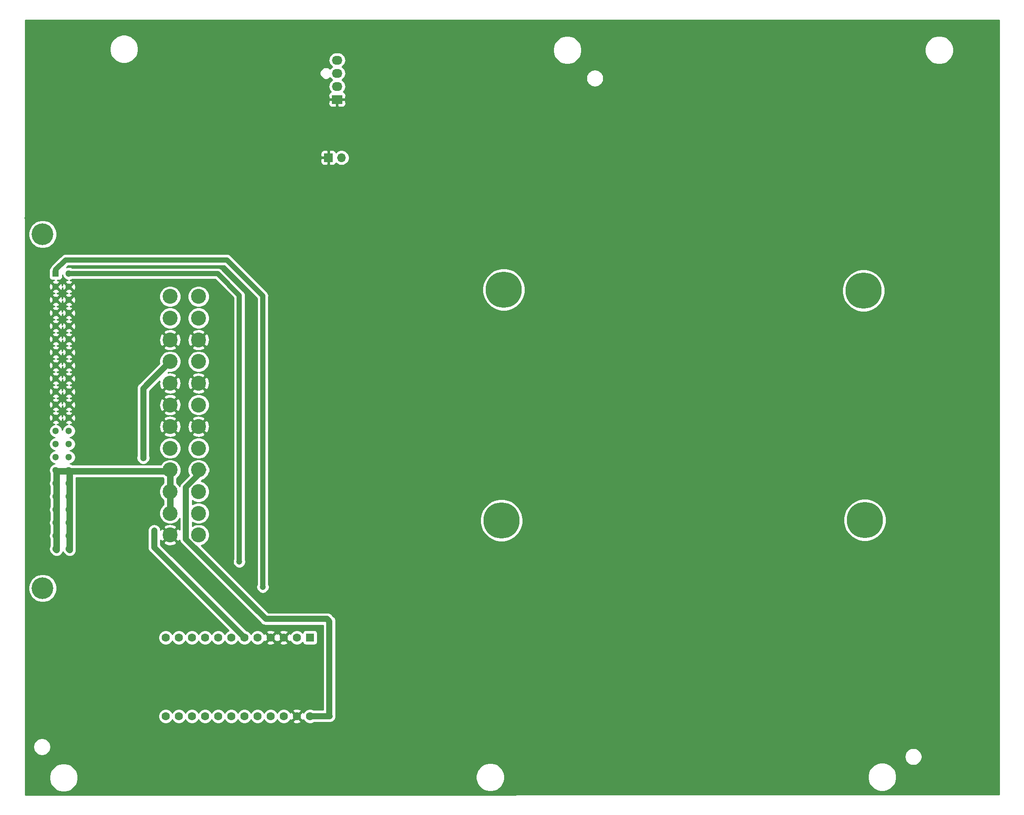
<source format=gbr>
%TF.GenerationSoftware,KiCad,Pcbnew,(5.1.9)-1*%
%TF.CreationDate,2021-04-02T12:34:59-05:00*%
%TF.ProjectId,FM Towns Pico Adapter,464d2054-6f77-46e7-9320-5069636f2041,rev?*%
%TF.SameCoordinates,Original*%
%TF.FileFunction,Copper,L1,Top*%
%TF.FilePolarity,Positive*%
%FSLAX46Y46*%
G04 Gerber Fmt 4.6, Leading zero omitted, Abs format (unit mm)*
G04 Created by KiCad (PCBNEW (5.1.9)-1) date 2021-04-02 12:34:59*
%MOMM*%
%LPD*%
G01*
G04 APERTURE LIST*
%TA.AperFunction,ComponentPad*%
%ADD10O,2.030000X1.730000*%
%TD*%
%TA.AperFunction,ComponentPad*%
%ADD11R,2.030000X1.730000*%
%TD*%
%TA.AperFunction,ComponentPad*%
%ADD12C,1.600000*%
%TD*%
%TA.AperFunction,ComponentPad*%
%ADD13R,1.600000X1.600000*%
%TD*%
%TA.AperFunction,ComponentPad*%
%ADD14C,0.800000*%
%TD*%
%TA.AperFunction,ComponentPad*%
%ADD15C,7.000000*%
%TD*%
%TA.AperFunction,ComponentPad*%
%ADD16O,1.700000X1.700000*%
%TD*%
%TA.AperFunction,ComponentPad*%
%ADD17R,1.700000X1.700000*%
%TD*%
%TA.AperFunction,ComponentPad*%
%ADD18C,2.900000*%
%TD*%
%TA.AperFunction,ComponentPad*%
%ADD19C,4.200000*%
%TD*%
%TA.AperFunction,ComponentPad*%
%ADD20C,1.300000*%
%TD*%
%TA.AperFunction,ComponentPad*%
%ADD21R,1.300000X1.300000*%
%TD*%
%TA.AperFunction,ViaPad*%
%ADD22C,1.200000*%
%TD*%
%TA.AperFunction,ViaPad*%
%ADD23C,1.300000*%
%TD*%
%TA.AperFunction,Conductor*%
%ADD24C,1.270000*%
%TD*%
%TA.AperFunction,Conductor*%
%ADD25C,1.200000*%
%TD*%
%TA.AperFunction,Conductor*%
%ADD26C,1.000000*%
%TD*%
%TA.AperFunction,Conductor*%
%ADD27C,0.254000*%
%TD*%
%TA.AperFunction,Conductor*%
%ADD28C,0.100000*%
%TD*%
G04 APERTURE END LIST*
D10*
%TO.P,NOCTUA_FAN,4*%
%TO.N,Net-(NOCTUA_FAN1-Pad4)*%
X101220000Y-30530000D03*
%TO.P,NOCTUA_FAN,3*%
%TO.N,Net-(NOCTUA_FAN1-Pad3)*%
X101220000Y-33070000D03*
%TO.P,NOCTUA_FAN,2*%
%TO.N,+12V*%
X101220000Y-35610000D03*
D11*
%TO.P,NOCTUA_FAN,1*%
%TO.N,GND*%
X101220000Y-38150000D03*
%TD*%
D12*
%TO.P,U1,24*%
%TO.N,/5V_STBY*%
X95970000Y-157640000D03*
%TO.P,U1,23*%
%TO.N,GND*%
X93430000Y-157640000D03*
%TO.P,U1,22*%
%TO.N,Net-(U1-Pad22)*%
X90890000Y-157640000D03*
%TO.P,U1,21*%
%TO.N,Net-(U1-Pad21)*%
X88350000Y-157640000D03*
%TO.P,U1,20*%
%TO.N,Net-(U1-Pad20)*%
X85810000Y-157640000D03*
%TO.P,U1,19*%
%TO.N,Net-(U1-Pad19)*%
X83270000Y-157640000D03*
%TO.P,U1,18*%
%TO.N,Net-(U1-Pad18)*%
X80730000Y-157640000D03*
%TO.P,U1,17*%
%TO.N,Net-(U1-Pad17)*%
X78190000Y-157640000D03*
%TO.P,U1,16*%
%TO.N,Net-(U1-Pad16)*%
X75650000Y-157640000D03*
%TO.P,U1,15*%
%TO.N,Net-(U1-Pad15)*%
X73110000Y-157640000D03*
%TO.P,U1,14*%
%TO.N,Net-(U1-Pad14)*%
X70570000Y-157640000D03*
%TO.P,U1,13*%
%TO.N,Net-(U1-Pad13)*%
X68030000Y-157640000D03*
%TO.P,U1,12*%
%TO.N,Net-(U1-Pad12)*%
X68030000Y-142400000D03*
%TO.P,U1,11*%
%TO.N,Net-(U1-Pad11)*%
X70570000Y-142400000D03*
%TO.P,U1,10*%
%TO.N,Net-(U1-Pad10)*%
X73110000Y-142400000D03*
%TO.P,U1,9*%
%TO.N,/FM_PS_ON_N*%
X75650000Y-142400000D03*
%TO.P,U1,8*%
%TO.N,Net-(U1-Pad8)*%
X78190000Y-142400000D03*
%TO.P,U1,7*%
%TO.N,/FM_PS_OFF_N*%
X80730000Y-142400000D03*
%TO.P,U1,6*%
%TO.N,/PS_ON*%
X83270000Y-142400000D03*
%TO.P,U1,5*%
%TO.N,Net-(U1-Pad5)*%
X85810000Y-142400000D03*
%TO.P,U1,4*%
%TO.N,GND*%
X88350000Y-142400000D03*
%TO.P,U1,3*%
X90890000Y-142400000D03*
%TO.P,U1,2*%
%TO.N,Net-(U1-Pad2)*%
X93430000Y-142400000D03*
D13*
%TO.P,U1,1*%
%TO.N,Net-(U1-Pad1)*%
X95970000Y-142400000D03*
%TD*%
D14*
%TO.P,PAD4,1*%
%TO.N,N/C*%
X205246655Y-117777845D03*
X203390500Y-117009000D03*
X201534345Y-117777845D03*
X200765500Y-119634000D03*
X201534345Y-121490155D03*
X203390500Y-122259000D03*
X205246655Y-121490155D03*
X206015500Y-119634000D03*
D15*
X203390500Y-119634000D03*
%TD*%
D14*
%TO.P,PAD3,1*%
%TO.N,N/C*%
X204992655Y-73327845D03*
X203136500Y-72559000D03*
X201280345Y-73327845D03*
X200511500Y-75184000D03*
X201280345Y-77040155D03*
X203136500Y-77809000D03*
X204992655Y-77040155D03*
X205761500Y-75184000D03*
D15*
X203136500Y-75184000D03*
%TD*%
D14*
%TO.P,PAD2,1*%
%TO.N,N/C*%
X135333155Y-73137345D03*
X133477000Y-72368500D03*
X131620845Y-73137345D03*
X130852000Y-74993500D03*
X131620845Y-76849655D03*
X133477000Y-77618500D03*
X135333155Y-76849655D03*
X136102000Y-74993500D03*
D15*
X133477000Y-74993500D03*
%TD*%
D14*
%TO.P,PAD1,1*%
%TO.N,N/C*%
X134888655Y-117841345D03*
X133032500Y-117072500D03*
X131176345Y-117841345D03*
X130407500Y-119697500D03*
X131176345Y-121553655D03*
X133032500Y-122322500D03*
X134888655Y-121553655D03*
X135657500Y-119697500D03*
D15*
X133032500Y-119697500D03*
%TD*%
D16*
%TO.P,STOCK_FAN,2*%
%TO.N,+12V*%
X102070000Y-49430000D03*
D17*
%TO.P,STOCK_FAN,1*%
%TO.N,GND*%
X99530000Y-49430000D03*
%TD*%
D18*
%TO.P,J1,24*%
%TO.N,GND*%
X68887100Y-122526200D03*
%TO.P,J1,23*%
%TO.N,+5V*%
X68887100Y-118326200D03*
%TO.P,J1,22*%
X68887100Y-114126200D03*
%TO.P,J1,21*%
X68887100Y-109926200D03*
%TO.P,J1,20*%
%TO.N,Net-(J1-Pad20)*%
X68887100Y-105726200D03*
%TO.P,J1,19*%
%TO.N,GND*%
X68887100Y-101526200D03*
%TO.P,J1,18*%
X68887100Y-97326200D03*
%TO.P,J1,17*%
X68887100Y-93126200D03*
%TO.P,J1,16*%
%TO.N,/PS_ON*%
X68887100Y-88926200D03*
%TO.P,J1,15*%
%TO.N,GND*%
X68887100Y-84726200D03*
%TO.P,J1,14*%
%TO.N,-12V*%
X68887100Y-80526200D03*
%TO.P,J1,13*%
%TO.N,Net-(J1-Pad13)*%
X68887100Y-76326200D03*
%TO.P,J1,12*%
%TO.N,Net-(J1-Pad12)*%
X74387100Y-122526200D03*
%TO.P,J1,11*%
%TO.N,+12V*%
X74387100Y-118326200D03*
%TO.P,J1,10*%
X74387100Y-114126200D03*
%TO.P,J1,9*%
%TO.N,/5V_STBY*%
X74387100Y-109926200D03*
%TO.P,J1,8*%
%TO.N,Net-(J1-Pad8)*%
X74387100Y-105726200D03*
%TO.P,J1,7*%
%TO.N,GND*%
X74387100Y-101526200D03*
%TO.P,J1,6*%
%TO.N,+5V*%
X74387100Y-97326200D03*
%TO.P,J1,5*%
%TO.N,GND*%
X74387100Y-93126200D03*
%TO.P,J1,4*%
%TO.N,+5V*%
X74387100Y-88926200D03*
%TO.P,J1,3*%
%TO.N,GND*%
X74387100Y-84726200D03*
%TO.P,J1,2*%
%TO.N,Net-(J1-Pad2)*%
X74387100Y-80526200D03*
%TO.P,J1,1*%
%TO.N,Net-(J1-Pad1)*%
X74387100Y-76326200D03*
%TD*%
D19*
%TO.P,J2,MH2*%
%TO.N,Net-(J2-PadMH2)*%
X44196000Y-132842000D03*
%TO.P,J2,MH1*%
%TO.N,Net-(J2-PadMH1)*%
X44196000Y-64262000D03*
D20*
%TO.P,J2,B22*%
%TO.N,+5V*%
X49276000Y-125222000D03*
%TO.P,J2,B21*%
X49276000Y-122682000D03*
%TO.P,J2,B20*%
X49276000Y-120142000D03*
%TO.P,J2,B19*%
X49276000Y-117602000D03*
%TO.P,J2,B18*%
X49276000Y-115062000D03*
%TO.P,J2,B17*%
X49276000Y-112522000D03*
%TO.P,J2,B16*%
X49276000Y-109982000D03*
%TO.P,J2,B15*%
%TO.N,+12V*%
X49276000Y-107442000D03*
%TO.P,J2,B14*%
X49276000Y-104902000D03*
%TO.P,J2,B13*%
X49276000Y-102362000D03*
%TO.P,J2,B12*%
%TO.N,GND*%
X49276000Y-99822000D03*
%TO.P,J2,B11*%
X49276000Y-97282000D03*
%TO.P,J2,B10*%
X49276000Y-94742000D03*
%TO.P,J2,B9*%
X49276000Y-92202000D03*
%TO.P,J2,B8*%
X49276000Y-89662000D03*
%TO.P,J2,B7*%
X49276000Y-87122000D03*
%TO.P,J2,B6*%
X49276000Y-84582000D03*
%TO.P,J2,B5*%
X49276000Y-82042000D03*
%TO.P,J2,B4*%
X49276000Y-79502000D03*
%TO.P,J2,B3*%
X49276000Y-76962000D03*
%TO.P,J2,B2*%
X49276000Y-74422000D03*
%TO.P,J2,B1*%
%TO.N,/FM_PS_ON_N*%
X49276000Y-71882000D03*
%TO.P,J2,A22*%
%TO.N,+5V*%
X46736000Y-125222000D03*
%TO.P,J2,A21*%
X46736000Y-122682000D03*
%TO.P,J2,A20*%
X46736000Y-120142000D03*
%TO.P,J2,A19*%
X46736000Y-117602000D03*
%TO.P,J2,A18*%
X46736000Y-115062000D03*
%TO.P,J2,A17*%
X46736000Y-112522000D03*
%TO.P,J2,A16*%
X46736000Y-109982000D03*
%TO.P,J2,A15*%
%TO.N,+12V*%
X46736000Y-107442000D03*
%TO.P,J2,A14*%
X46736000Y-104902000D03*
%TO.P,J2,A13*%
%TO.N,-12V*%
X46736000Y-102362000D03*
%TO.P,J2,A12*%
%TO.N,GND*%
X46736000Y-99822000D03*
%TO.P,J2,A11*%
X46736000Y-97282000D03*
%TO.P,J2,A10*%
X46736000Y-94742000D03*
%TO.P,J2,A9*%
X46736000Y-92202000D03*
%TO.P,J2,A8*%
X46736000Y-89662000D03*
%TO.P,J2,A7*%
X46736000Y-87122000D03*
%TO.P,J2,A6*%
X46736000Y-84582000D03*
%TO.P,J2,A5*%
X46736000Y-82042000D03*
%TO.P,J2,A4*%
X46736000Y-79502000D03*
%TO.P,J2,A3*%
X46736000Y-76962000D03*
%TO.P,J2,A2*%
X46736000Y-74422000D03*
D21*
%TO.P,J2,A1*%
%TO.N,/FM_PS_OFF_N*%
X46736000Y-71882000D03*
%TD*%
D22*
%TO.N,/FM_PS_ON_N*%
X82280000Y-127680000D03*
%TO.N,/FM_PS_OFF_N*%
X86830000Y-132600000D03*
D23*
%TO.N,/PS_ON*%
X63680000Y-107580000D03*
D22*
X65810000Y-121670000D03*
%TD*%
D24*
%TO.N,+5V*%
X49441100Y-110159800D02*
X59601100Y-110159800D01*
X59601100Y-110159800D02*
X68653500Y-110159800D01*
X68653500Y-110159800D02*
X68887100Y-109926200D01*
X68887100Y-109926200D02*
X68887100Y-114126200D01*
X68887100Y-118326200D02*
X68887100Y-114126200D01*
X49441100Y-125399800D02*
X49441100Y-122859800D01*
X49441100Y-122859800D02*
X49441100Y-120319800D01*
X49441100Y-120319800D02*
X49441100Y-117779800D01*
X49441100Y-117779800D02*
X49441100Y-115239800D01*
X49441100Y-115239800D02*
X49441100Y-112699800D01*
X49441100Y-112699800D02*
X49441100Y-110159800D01*
X49441100Y-110159800D02*
X46901100Y-110159800D01*
X46901100Y-110159800D02*
X46901100Y-112699800D01*
X46901100Y-115239800D02*
X46901100Y-112699800D01*
X46901100Y-117779800D02*
X46901100Y-115239800D01*
X46901100Y-120319800D02*
X46901100Y-117779800D01*
X46901100Y-122859800D02*
X46901100Y-120319800D01*
X46901100Y-125399800D02*
X46901100Y-122859800D01*
D25*
%TO.N,/5V_STBY*%
X75327546Y-109926200D02*
X71960000Y-113293746D01*
X74387100Y-109926200D02*
X75327546Y-109926200D01*
X71960000Y-123358654D02*
X87401346Y-138800000D01*
X71960000Y-113293746D02*
X71960000Y-123358654D01*
X87401346Y-138800000D02*
X99290000Y-138800000D01*
X95970000Y-157640000D02*
X99760000Y-157640000D01*
X99760000Y-157640000D02*
X99730000Y-157610000D01*
X99730000Y-139240000D02*
X99290000Y-138800000D01*
X99730000Y-157610000D02*
X99730000Y-139240000D01*
D26*
%TO.N,/FM_PS_ON_N*%
X49276000Y-71882000D02*
X78068000Y-71882000D01*
X78068000Y-71882000D02*
X82280000Y-76094000D01*
X82280000Y-76094000D02*
X82280000Y-127680000D01*
X82280000Y-127680000D02*
X82280000Y-127680000D01*
%TO.N,/FM_PS_OFF_N*%
X46736000Y-71882000D02*
X46736000Y-71154000D01*
X46736000Y-71154000D02*
X48670000Y-69220000D01*
X48670000Y-69220000D02*
X79850000Y-69220000D01*
X86830000Y-76200000D02*
X86830000Y-132600000D01*
X79850000Y-69220000D02*
X86830000Y-76200000D01*
X86830000Y-132600000D02*
X86830000Y-132600000D01*
D25*
%TO.N,/PS_ON*%
X68887100Y-88926200D02*
X63680000Y-94133300D01*
X63680000Y-94133300D02*
X63680000Y-107580000D01*
X63680000Y-107580000D02*
X63680000Y-107580000D01*
X65810000Y-124940000D02*
X83270000Y-142400000D01*
X65810000Y-121670000D02*
X65810000Y-124940000D01*
%TD*%
D27*
%TO.N,GND*%
X229412801Y-172771275D02*
X40843200Y-172897325D01*
X40843200Y-169270701D01*
X45475000Y-169270701D01*
X45475000Y-169819299D01*
X45582026Y-170357354D01*
X45791965Y-170864192D01*
X46096750Y-171320334D01*
X46484666Y-171708250D01*
X46940808Y-172013035D01*
X47447646Y-172222974D01*
X47985701Y-172330000D01*
X48534299Y-172330000D01*
X49072354Y-172222974D01*
X49579192Y-172013035D01*
X50035334Y-171708250D01*
X50423250Y-171320334D01*
X50728035Y-170864192D01*
X50937974Y-170357354D01*
X51045000Y-169819299D01*
X51045000Y-169270701D01*
X51030082Y-169195701D01*
X128095000Y-169195701D01*
X128095000Y-169744299D01*
X128202026Y-170282354D01*
X128411965Y-170789192D01*
X128716750Y-171245334D01*
X129104666Y-171633250D01*
X129560808Y-171938035D01*
X130067646Y-172147974D01*
X130605701Y-172255000D01*
X131154299Y-172255000D01*
X131692354Y-172147974D01*
X132199192Y-171938035D01*
X132655334Y-171633250D01*
X133043250Y-171245334D01*
X133348035Y-170789192D01*
X133557974Y-170282354D01*
X133665000Y-169744299D01*
X133665000Y-169195701D01*
X133654657Y-169143701D01*
X203971000Y-169143701D01*
X203971000Y-169692299D01*
X204078026Y-170230354D01*
X204287965Y-170737192D01*
X204592750Y-171193334D01*
X204980666Y-171581250D01*
X205436808Y-171886035D01*
X205943646Y-172095974D01*
X206481701Y-172203000D01*
X207030299Y-172203000D01*
X207568354Y-172095974D01*
X208075192Y-171886035D01*
X208531334Y-171581250D01*
X208919250Y-171193334D01*
X209224035Y-170737192D01*
X209433974Y-170230354D01*
X209541000Y-169692299D01*
X209541000Y-169143701D01*
X209433974Y-168605646D01*
X209224035Y-168098808D01*
X208919250Y-167642666D01*
X208531334Y-167254750D01*
X208075192Y-166949965D01*
X207568354Y-166740026D01*
X207030299Y-166633000D01*
X206481701Y-166633000D01*
X205943646Y-166740026D01*
X205436808Y-166949965D01*
X204980666Y-167254750D01*
X204592750Y-167642666D01*
X204287965Y-168098808D01*
X204078026Y-168605646D01*
X203971000Y-169143701D01*
X133654657Y-169143701D01*
X133557974Y-168657646D01*
X133348035Y-168150808D01*
X133043250Y-167694666D01*
X132655334Y-167306750D01*
X132199192Y-167001965D01*
X131692354Y-166792026D01*
X131154299Y-166685000D01*
X130605701Y-166685000D01*
X130067646Y-166792026D01*
X129560808Y-167001965D01*
X129104666Y-167306750D01*
X128716750Y-167694666D01*
X128411965Y-168150808D01*
X128202026Y-168657646D01*
X128095000Y-169195701D01*
X51030082Y-169195701D01*
X50937974Y-168732646D01*
X50728035Y-168225808D01*
X50423250Y-167769666D01*
X50035334Y-167381750D01*
X49579192Y-167076965D01*
X49072354Y-166867026D01*
X48534299Y-166760000D01*
X47985701Y-166760000D01*
X47447646Y-166867026D01*
X46940808Y-167076965D01*
X46484666Y-167381750D01*
X46096750Y-167769666D01*
X45791965Y-168225808D01*
X45582026Y-168732646D01*
X45475000Y-169270701D01*
X40843200Y-169270701D01*
X40843200Y-165315042D01*
X211103500Y-165315042D01*
X211103500Y-165646958D01*
X211168254Y-165972496D01*
X211295272Y-166279147D01*
X211479675Y-166555125D01*
X211714375Y-166789825D01*
X211990353Y-166974228D01*
X212297004Y-167101246D01*
X212622542Y-167166000D01*
X212954458Y-167166000D01*
X213279996Y-167101246D01*
X213586647Y-166974228D01*
X213862625Y-166789825D01*
X214097325Y-166555125D01*
X214281728Y-166279147D01*
X214408746Y-165972496D01*
X214473500Y-165646958D01*
X214473500Y-165315042D01*
X214408746Y-164989504D01*
X214281728Y-164682853D01*
X214097325Y-164406875D01*
X213862625Y-164172175D01*
X213586647Y-163987772D01*
X213279996Y-163860754D01*
X212954458Y-163796000D01*
X212622542Y-163796000D01*
X212297004Y-163860754D01*
X211990353Y-163987772D01*
X211714375Y-164172175D01*
X211479675Y-164406875D01*
X211295272Y-164682853D01*
X211168254Y-164989504D01*
X211103500Y-165315042D01*
X40843200Y-165315042D01*
X40843200Y-163410042D01*
X42384000Y-163410042D01*
X42384000Y-163741958D01*
X42448754Y-164067496D01*
X42575772Y-164374147D01*
X42760175Y-164650125D01*
X42994875Y-164884825D01*
X43270853Y-165069228D01*
X43577504Y-165196246D01*
X43903042Y-165261000D01*
X44234958Y-165261000D01*
X44560496Y-165196246D01*
X44867147Y-165069228D01*
X45143125Y-164884825D01*
X45377825Y-164650125D01*
X45562228Y-164374147D01*
X45689246Y-164067496D01*
X45754000Y-163741958D01*
X45754000Y-163410042D01*
X45689246Y-163084504D01*
X45562228Y-162777853D01*
X45377825Y-162501875D01*
X45143125Y-162267175D01*
X44867147Y-162082772D01*
X44560496Y-161955754D01*
X44234958Y-161891000D01*
X43903042Y-161891000D01*
X43577504Y-161955754D01*
X43270853Y-162082772D01*
X42994875Y-162267175D01*
X42760175Y-162501875D01*
X42575772Y-162777853D01*
X42448754Y-163084504D01*
X42384000Y-163410042D01*
X40843200Y-163410042D01*
X40843200Y-157498665D01*
X66595000Y-157498665D01*
X66595000Y-157781335D01*
X66650147Y-158058574D01*
X66758320Y-158319727D01*
X66915363Y-158554759D01*
X67115241Y-158754637D01*
X67350273Y-158911680D01*
X67611426Y-159019853D01*
X67888665Y-159075000D01*
X68171335Y-159075000D01*
X68448574Y-159019853D01*
X68709727Y-158911680D01*
X68944759Y-158754637D01*
X69144637Y-158554759D01*
X69300000Y-158322241D01*
X69455363Y-158554759D01*
X69655241Y-158754637D01*
X69890273Y-158911680D01*
X70151426Y-159019853D01*
X70428665Y-159075000D01*
X70711335Y-159075000D01*
X70988574Y-159019853D01*
X71249727Y-158911680D01*
X71484759Y-158754637D01*
X71684637Y-158554759D01*
X71840000Y-158322241D01*
X71995363Y-158554759D01*
X72195241Y-158754637D01*
X72430273Y-158911680D01*
X72691426Y-159019853D01*
X72968665Y-159075000D01*
X73251335Y-159075000D01*
X73528574Y-159019853D01*
X73789727Y-158911680D01*
X74024759Y-158754637D01*
X74224637Y-158554759D01*
X74380000Y-158322241D01*
X74535363Y-158554759D01*
X74735241Y-158754637D01*
X74970273Y-158911680D01*
X75231426Y-159019853D01*
X75508665Y-159075000D01*
X75791335Y-159075000D01*
X76068574Y-159019853D01*
X76329727Y-158911680D01*
X76564759Y-158754637D01*
X76764637Y-158554759D01*
X76920000Y-158322241D01*
X77075363Y-158554759D01*
X77275241Y-158754637D01*
X77510273Y-158911680D01*
X77771426Y-159019853D01*
X78048665Y-159075000D01*
X78331335Y-159075000D01*
X78608574Y-159019853D01*
X78869727Y-158911680D01*
X79104759Y-158754637D01*
X79304637Y-158554759D01*
X79460000Y-158322241D01*
X79615363Y-158554759D01*
X79815241Y-158754637D01*
X80050273Y-158911680D01*
X80311426Y-159019853D01*
X80588665Y-159075000D01*
X80871335Y-159075000D01*
X81148574Y-159019853D01*
X81409727Y-158911680D01*
X81644759Y-158754637D01*
X81844637Y-158554759D01*
X82000000Y-158322241D01*
X82155363Y-158554759D01*
X82355241Y-158754637D01*
X82590273Y-158911680D01*
X82851426Y-159019853D01*
X83128665Y-159075000D01*
X83411335Y-159075000D01*
X83688574Y-159019853D01*
X83949727Y-158911680D01*
X84184759Y-158754637D01*
X84384637Y-158554759D01*
X84540000Y-158322241D01*
X84695363Y-158554759D01*
X84895241Y-158754637D01*
X85130273Y-158911680D01*
X85391426Y-159019853D01*
X85668665Y-159075000D01*
X85951335Y-159075000D01*
X86228574Y-159019853D01*
X86489727Y-158911680D01*
X86724759Y-158754637D01*
X86924637Y-158554759D01*
X87080000Y-158322241D01*
X87235363Y-158554759D01*
X87435241Y-158754637D01*
X87670273Y-158911680D01*
X87931426Y-159019853D01*
X88208665Y-159075000D01*
X88491335Y-159075000D01*
X88768574Y-159019853D01*
X89029727Y-158911680D01*
X89264759Y-158754637D01*
X89464637Y-158554759D01*
X89620000Y-158322241D01*
X89775363Y-158554759D01*
X89975241Y-158754637D01*
X90210273Y-158911680D01*
X90471426Y-159019853D01*
X90748665Y-159075000D01*
X91031335Y-159075000D01*
X91308574Y-159019853D01*
X91569727Y-158911680D01*
X91804759Y-158754637D01*
X91926694Y-158632702D01*
X92616903Y-158632702D01*
X92688486Y-158876671D01*
X92943996Y-158997571D01*
X93218184Y-159066300D01*
X93500512Y-159080217D01*
X93780130Y-159038787D01*
X94046292Y-158943603D01*
X94171514Y-158876671D01*
X94243097Y-158632702D01*
X93430000Y-157819605D01*
X92616903Y-158632702D01*
X91926694Y-158632702D01*
X92004637Y-158554759D01*
X92160915Y-158320872D01*
X92193329Y-158381514D01*
X92437298Y-158453097D01*
X93250395Y-157640000D01*
X92437298Y-156826903D01*
X92193329Y-156898486D01*
X92162806Y-156962992D01*
X92161680Y-156960273D01*
X92004637Y-156725241D01*
X91926694Y-156647298D01*
X92616903Y-156647298D01*
X93430000Y-157460395D01*
X94243097Y-156647298D01*
X94171514Y-156403329D01*
X93916004Y-156282429D01*
X93641816Y-156213700D01*
X93359488Y-156199783D01*
X93079870Y-156241213D01*
X92813708Y-156336397D01*
X92688486Y-156403329D01*
X92616903Y-156647298D01*
X91926694Y-156647298D01*
X91804759Y-156525363D01*
X91569727Y-156368320D01*
X91308574Y-156260147D01*
X91031335Y-156205000D01*
X90748665Y-156205000D01*
X90471426Y-156260147D01*
X90210273Y-156368320D01*
X89975241Y-156525363D01*
X89775363Y-156725241D01*
X89620000Y-156957759D01*
X89464637Y-156725241D01*
X89264759Y-156525363D01*
X89029727Y-156368320D01*
X88768574Y-156260147D01*
X88491335Y-156205000D01*
X88208665Y-156205000D01*
X87931426Y-156260147D01*
X87670273Y-156368320D01*
X87435241Y-156525363D01*
X87235363Y-156725241D01*
X87080000Y-156957759D01*
X86924637Y-156725241D01*
X86724759Y-156525363D01*
X86489727Y-156368320D01*
X86228574Y-156260147D01*
X85951335Y-156205000D01*
X85668665Y-156205000D01*
X85391426Y-156260147D01*
X85130273Y-156368320D01*
X84895241Y-156525363D01*
X84695363Y-156725241D01*
X84540000Y-156957759D01*
X84384637Y-156725241D01*
X84184759Y-156525363D01*
X83949727Y-156368320D01*
X83688574Y-156260147D01*
X83411335Y-156205000D01*
X83128665Y-156205000D01*
X82851426Y-156260147D01*
X82590273Y-156368320D01*
X82355241Y-156525363D01*
X82155363Y-156725241D01*
X82000000Y-156957759D01*
X81844637Y-156725241D01*
X81644759Y-156525363D01*
X81409727Y-156368320D01*
X81148574Y-156260147D01*
X80871335Y-156205000D01*
X80588665Y-156205000D01*
X80311426Y-156260147D01*
X80050273Y-156368320D01*
X79815241Y-156525363D01*
X79615363Y-156725241D01*
X79460000Y-156957759D01*
X79304637Y-156725241D01*
X79104759Y-156525363D01*
X78869727Y-156368320D01*
X78608574Y-156260147D01*
X78331335Y-156205000D01*
X78048665Y-156205000D01*
X77771426Y-156260147D01*
X77510273Y-156368320D01*
X77275241Y-156525363D01*
X77075363Y-156725241D01*
X76920000Y-156957759D01*
X76764637Y-156725241D01*
X76564759Y-156525363D01*
X76329727Y-156368320D01*
X76068574Y-156260147D01*
X75791335Y-156205000D01*
X75508665Y-156205000D01*
X75231426Y-156260147D01*
X74970273Y-156368320D01*
X74735241Y-156525363D01*
X74535363Y-156725241D01*
X74380000Y-156957759D01*
X74224637Y-156725241D01*
X74024759Y-156525363D01*
X73789727Y-156368320D01*
X73528574Y-156260147D01*
X73251335Y-156205000D01*
X72968665Y-156205000D01*
X72691426Y-156260147D01*
X72430273Y-156368320D01*
X72195241Y-156525363D01*
X71995363Y-156725241D01*
X71840000Y-156957759D01*
X71684637Y-156725241D01*
X71484759Y-156525363D01*
X71249727Y-156368320D01*
X70988574Y-156260147D01*
X70711335Y-156205000D01*
X70428665Y-156205000D01*
X70151426Y-156260147D01*
X69890273Y-156368320D01*
X69655241Y-156525363D01*
X69455363Y-156725241D01*
X69300000Y-156957759D01*
X69144637Y-156725241D01*
X68944759Y-156525363D01*
X68709727Y-156368320D01*
X68448574Y-156260147D01*
X68171335Y-156205000D01*
X67888665Y-156205000D01*
X67611426Y-156260147D01*
X67350273Y-156368320D01*
X67115241Y-156525363D01*
X66915363Y-156725241D01*
X66758320Y-156960273D01*
X66650147Y-157221426D01*
X66595000Y-157498665D01*
X40843200Y-157498665D01*
X40843200Y-132572626D01*
X41461000Y-132572626D01*
X41461000Y-133111374D01*
X41566105Y-133639770D01*
X41772275Y-134137508D01*
X42071587Y-134585461D01*
X42452539Y-134966413D01*
X42900492Y-135265725D01*
X43398230Y-135471895D01*
X43926626Y-135577000D01*
X44465374Y-135577000D01*
X44993770Y-135471895D01*
X45491508Y-135265725D01*
X45939461Y-134966413D01*
X46320413Y-134585461D01*
X46619725Y-134137508D01*
X46825895Y-133639770D01*
X46931000Y-133111374D01*
X46931000Y-132572626D01*
X46825895Y-132044230D01*
X46619725Y-131546492D01*
X46320413Y-131098539D01*
X45939461Y-130717587D01*
X45491508Y-130418275D01*
X44993770Y-130212105D01*
X44465374Y-130107000D01*
X43926626Y-130107000D01*
X43398230Y-130212105D01*
X42900492Y-130418275D01*
X42452539Y-130717587D01*
X42071587Y-131098539D01*
X41772275Y-131546492D01*
X41566105Y-132044230D01*
X41461000Y-132572626D01*
X40843200Y-132572626D01*
X40843200Y-102235439D01*
X45451000Y-102235439D01*
X45451000Y-102488561D01*
X45500381Y-102736821D01*
X45597247Y-102970676D01*
X45737875Y-103181140D01*
X45916860Y-103360125D01*
X46127324Y-103500753D01*
X46361179Y-103597619D01*
X46534027Y-103632000D01*
X46361179Y-103666381D01*
X46127324Y-103763247D01*
X45916860Y-103903875D01*
X45737875Y-104082860D01*
X45597247Y-104293324D01*
X45500381Y-104527179D01*
X45451000Y-104775439D01*
X45451000Y-105028561D01*
X45500381Y-105276821D01*
X45597247Y-105510676D01*
X45737875Y-105721140D01*
X45916860Y-105900125D01*
X46127324Y-106040753D01*
X46361179Y-106137619D01*
X46534027Y-106172000D01*
X46361179Y-106206381D01*
X46127324Y-106303247D01*
X45916860Y-106443875D01*
X45737875Y-106622860D01*
X45597247Y-106833324D01*
X45500381Y-107067179D01*
X45451000Y-107315439D01*
X45451000Y-107568561D01*
X45500381Y-107816821D01*
X45597247Y-108050676D01*
X45737875Y-108261140D01*
X45916860Y-108440125D01*
X46127324Y-108580753D01*
X46361179Y-108677619D01*
X46534027Y-108712000D01*
X46361179Y-108746381D01*
X46127324Y-108843247D01*
X45916860Y-108983875D01*
X45737875Y-109162860D01*
X45597247Y-109373324D01*
X45500381Y-109607179D01*
X45451000Y-109855439D01*
X45451000Y-110108561D01*
X45500381Y-110356821D01*
X45597247Y-110590676D01*
X45631100Y-110641341D01*
X45631101Y-111862659D01*
X45597247Y-111913324D01*
X45500381Y-112147179D01*
X45451000Y-112395439D01*
X45451000Y-112648561D01*
X45500381Y-112896821D01*
X45597247Y-113130676D01*
X45631101Y-113181342D01*
X45631100Y-114402659D01*
X45597247Y-114453324D01*
X45500381Y-114687179D01*
X45451000Y-114935439D01*
X45451000Y-115188561D01*
X45500381Y-115436821D01*
X45597247Y-115670676D01*
X45631101Y-115721342D01*
X45631100Y-116942659D01*
X45597247Y-116993324D01*
X45500381Y-117227179D01*
X45451000Y-117475439D01*
X45451000Y-117728561D01*
X45500381Y-117976821D01*
X45597247Y-118210676D01*
X45631101Y-118261342D01*
X45631100Y-119482659D01*
X45597247Y-119533324D01*
X45500381Y-119767179D01*
X45451000Y-120015439D01*
X45451000Y-120268561D01*
X45500381Y-120516821D01*
X45597247Y-120750676D01*
X45631101Y-120801342D01*
X45631100Y-122022659D01*
X45597247Y-122073324D01*
X45500381Y-122307179D01*
X45451000Y-122555439D01*
X45451000Y-122808561D01*
X45500381Y-123056821D01*
X45597247Y-123290676D01*
X45631101Y-123341342D01*
X45631100Y-124562659D01*
X45597247Y-124613324D01*
X45500381Y-124847179D01*
X45451000Y-125095439D01*
X45451000Y-125348561D01*
X45500381Y-125596821D01*
X45597247Y-125830676D01*
X45737875Y-126041140D01*
X45916860Y-126220125D01*
X45949048Y-126241633D01*
X45998730Y-126302170D01*
X46192112Y-126460875D01*
X46412741Y-126578803D01*
X46652137Y-126651423D01*
X46901100Y-126675944D01*
X47150062Y-126651423D01*
X47389458Y-126578803D01*
X47610087Y-126460875D01*
X47803470Y-126302170D01*
X47962175Y-126108788D01*
X48080103Y-125888159D01*
X48114326Y-125775340D01*
X48137247Y-125830676D01*
X48277875Y-126041140D01*
X48456860Y-126220125D01*
X48489048Y-126241633D01*
X48538730Y-126302170D01*
X48732112Y-126460875D01*
X48952741Y-126578803D01*
X49192137Y-126651423D01*
X49441100Y-126675944D01*
X49690062Y-126651423D01*
X49929458Y-126578803D01*
X50150087Y-126460875D01*
X50343470Y-126302170D01*
X50502175Y-126108788D01*
X50620103Y-125888159D01*
X50692723Y-125648763D01*
X50711100Y-125462180D01*
X50711100Y-124940000D01*
X64569025Y-124940000D01*
X64592870Y-125182102D01*
X64663489Y-125414899D01*
X64663490Y-125414901D01*
X64778168Y-125629449D01*
X64932499Y-125817502D01*
X64979621Y-125856174D01*
X80192750Y-141069304D01*
X80050273Y-141128320D01*
X79815241Y-141285363D01*
X79615363Y-141485241D01*
X79460000Y-141717759D01*
X79304637Y-141485241D01*
X79104759Y-141285363D01*
X78869727Y-141128320D01*
X78608574Y-141020147D01*
X78331335Y-140965000D01*
X78048665Y-140965000D01*
X77771426Y-141020147D01*
X77510273Y-141128320D01*
X77275241Y-141285363D01*
X77075363Y-141485241D01*
X76920000Y-141717759D01*
X76764637Y-141485241D01*
X76564759Y-141285363D01*
X76329727Y-141128320D01*
X76068574Y-141020147D01*
X75791335Y-140965000D01*
X75508665Y-140965000D01*
X75231426Y-141020147D01*
X74970273Y-141128320D01*
X74735241Y-141285363D01*
X74535363Y-141485241D01*
X74380000Y-141717759D01*
X74224637Y-141485241D01*
X74024759Y-141285363D01*
X73789727Y-141128320D01*
X73528574Y-141020147D01*
X73251335Y-140965000D01*
X72968665Y-140965000D01*
X72691426Y-141020147D01*
X72430273Y-141128320D01*
X72195241Y-141285363D01*
X71995363Y-141485241D01*
X71840000Y-141717759D01*
X71684637Y-141485241D01*
X71484759Y-141285363D01*
X71249727Y-141128320D01*
X70988574Y-141020147D01*
X70711335Y-140965000D01*
X70428665Y-140965000D01*
X70151426Y-141020147D01*
X69890273Y-141128320D01*
X69655241Y-141285363D01*
X69455363Y-141485241D01*
X69300000Y-141717759D01*
X69144637Y-141485241D01*
X68944759Y-141285363D01*
X68709727Y-141128320D01*
X68448574Y-141020147D01*
X68171335Y-140965000D01*
X67888665Y-140965000D01*
X67611426Y-141020147D01*
X67350273Y-141128320D01*
X67115241Y-141285363D01*
X66915363Y-141485241D01*
X66758320Y-141720273D01*
X66650147Y-141981426D01*
X66595000Y-142258665D01*
X66595000Y-142541335D01*
X66650147Y-142818574D01*
X66758320Y-143079727D01*
X66915363Y-143314759D01*
X67115241Y-143514637D01*
X67350273Y-143671680D01*
X67611426Y-143779853D01*
X67888665Y-143835000D01*
X68171335Y-143835000D01*
X68448574Y-143779853D01*
X68709727Y-143671680D01*
X68944759Y-143514637D01*
X69144637Y-143314759D01*
X69300000Y-143082241D01*
X69455363Y-143314759D01*
X69655241Y-143514637D01*
X69890273Y-143671680D01*
X70151426Y-143779853D01*
X70428665Y-143835000D01*
X70711335Y-143835000D01*
X70988574Y-143779853D01*
X71249727Y-143671680D01*
X71484759Y-143514637D01*
X71684637Y-143314759D01*
X71840000Y-143082241D01*
X71995363Y-143314759D01*
X72195241Y-143514637D01*
X72430273Y-143671680D01*
X72691426Y-143779853D01*
X72968665Y-143835000D01*
X73251335Y-143835000D01*
X73528574Y-143779853D01*
X73789727Y-143671680D01*
X74024759Y-143514637D01*
X74224637Y-143314759D01*
X74380000Y-143082241D01*
X74535363Y-143314759D01*
X74735241Y-143514637D01*
X74970273Y-143671680D01*
X75231426Y-143779853D01*
X75508665Y-143835000D01*
X75791335Y-143835000D01*
X76068574Y-143779853D01*
X76329727Y-143671680D01*
X76564759Y-143514637D01*
X76764637Y-143314759D01*
X76920000Y-143082241D01*
X77075363Y-143314759D01*
X77275241Y-143514637D01*
X77510273Y-143671680D01*
X77771426Y-143779853D01*
X78048665Y-143835000D01*
X78331335Y-143835000D01*
X78608574Y-143779853D01*
X78869727Y-143671680D01*
X79104759Y-143514637D01*
X79304637Y-143314759D01*
X79460000Y-143082241D01*
X79615363Y-143314759D01*
X79815241Y-143514637D01*
X80050273Y-143671680D01*
X80311426Y-143779853D01*
X80588665Y-143835000D01*
X80871335Y-143835000D01*
X81148574Y-143779853D01*
X81409727Y-143671680D01*
X81644759Y-143514637D01*
X81844637Y-143314759D01*
X82000000Y-143082241D01*
X82155363Y-143314759D01*
X82355241Y-143514637D01*
X82590273Y-143671680D01*
X82851426Y-143779853D01*
X83128665Y-143835000D01*
X83411335Y-143835000D01*
X83688574Y-143779853D01*
X83949727Y-143671680D01*
X84184759Y-143514637D01*
X84384637Y-143314759D01*
X84540000Y-143082241D01*
X84695363Y-143314759D01*
X84895241Y-143514637D01*
X85130273Y-143671680D01*
X85391426Y-143779853D01*
X85668665Y-143835000D01*
X85951335Y-143835000D01*
X86228574Y-143779853D01*
X86489727Y-143671680D01*
X86724759Y-143514637D01*
X86846694Y-143392702D01*
X87536903Y-143392702D01*
X87608486Y-143636671D01*
X87863996Y-143757571D01*
X88138184Y-143826300D01*
X88420512Y-143840217D01*
X88700130Y-143798787D01*
X88966292Y-143703603D01*
X89091514Y-143636671D01*
X89163097Y-143392702D01*
X90076903Y-143392702D01*
X90148486Y-143636671D01*
X90403996Y-143757571D01*
X90678184Y-143826300D01*
X90960512Y-143840217D01*
X91240130Y-143798787D01*
X91506292Y-143703603D01*
X91631514Y-143636671D01*
X91703097Y-143392702D01*
X90890000Y-142579605D01*
X90076903Y-143392702D01*
X89163097Y-143392702D01*
X88350000Y-142579605D01*
X87536903Y-143392702D01*
X86846694Y-143392702D01*
X86924637Y-143314759D01*
X87080915Y-143080872D01*
X87113329Y-143141514D01*
X87357298Y-143213097D01*
X88170395Y-142400000D01*
X88529605Y-142400000D01*
X89342702Y-143213097D01*
X89586671Y-143141514D01*
X89617971Y-143075364D01*
X89653329Y-143141514D01*
X89897298Y-143213097D01*
X90710395Y-142400000D01*
X91069605Y-142400000D01*
X91882702Y-143213097D01*
X92126671Y-143141514D01*
X92157194Y-143077008D01*
X92158320Y-143079727D01*
X92315363Y-143314759D01*
X92515241Y-143514637D01*
X92750273Y-143671680D01*
X93011426Y-143779853D01*
X93288665Y-143835000D01*
X93571335Y-143835000D01*
X93848574Y-143779853D01*
X94109727Y-143671680D01*
X94344759Y-143514637D01*
X94543357Y-143316039D01*
X94544188Y-143324482D01*
X94580498Y-143444180D01*
X94639463Y-143554494D01*
X94718815Y-143651185D01*
X94815506Y-143730537D01*
X94925820Y-143789502D01*
X95045518Y-143825812D01*
X95170000Y-143838072D01*
X96770000Y-143838072D01*
X96894482Y-143825812D01*
X97014180Y-143789502D01*
X97124494Y-143730537D01*
X97221185Y-143651185D01*
X97300537Y-143554494D01*
X97359502Y-143444180D01*
X97395812Y-143324482D01*
X97408072Y-143200000D01*
X97408072Y-141600000D01*
X97395812Y-141475518D01*
X97359502Y-141355820D01*
X97300537Y-141245506D01*
X97221185Y-141148815D01*
X97124494Y-141069463D01*
X97014180Y-141010498D01*
X96894482Y-140974188D01*
X96770000Y-140961928D01*
X95170000Y-140961928D01*
X95045518Y-140974188D01*
X94925820Y-141010498D01*
X94815506Y-141069463D01*
X94718815Y-141148815D01*
X94639463Y-141245506D01*
X94580498Y-141355820D01*
X94544188Y-141475518D01*
X94543357Y-141483961D01*
X94344759Y-141285363D01*
X94109727Y-141128320D01*
X93848574Y-141020147D01*
X93571335Y-140965000D01*
X93288665Y-140965000D01*
X93011426Y-141020147D01*
X92750273Y-141128320D01*
X92515241Y-141285363D01*
X92315363Y-141485241D01*
X92159085Y-141719128D01*
X92126671Y-141658486D01*
X91882702Y-141586903D01*
X91069605Y-142400000D01*
X90710395Y-142400000D01*
X89897298Y-141586903D01*
X89653329Y-141658486D01*
X89622029Y-141724636D01*
X89586671Y-141658486D01*
X89342702Y-141586903D01*
X88529605Y-142400000D01*
X88170395Y-142400000D01*
X87357298Y-141586903D01*
X87113329Y-141658486D01*
X87082806Y-141722992D01*
X87081680Y-141720273D01*
X86924637Y-141485241D01*
X86846694Y-141407298D01*
X87536903Y-141407298D01*
X88350000Y-142220395D01*
X89163097Y-141407298D01*
X90076903Y-141407298D01*
X90890000Y-142220395D01*
X91703097Y-141407298D01*
X91631514Y-141163329D01*
X91376004Y-141042429D01*
X91101816Y-140973700D01*
X90819488Y-140959783D01*
X90539870Y-141001213D01*
X90273708Y-141096397D01*
X90148486Y-141163329D01*
X90076903Y-141407298D01*
X89163097Y-141407298D01*
X89091514Y-141163329D01*
X88836004Y-141042429D01*
X88561816Y-140973700D01*
X88279488Y-140959783D01*
X87999870Y-141001213D01*
X87733708Y-141096397D01*
X87608486Y-141163329D01*
X87536903Y-141407298D01*
X86846694Y-141407298D01*
X86724759Y-141285363D01*
X86489727Y-141128320D01*
X86228574Y-141020147D01*
X85951335Y-140965000D01*
X85668665Y-140965000D01*
X85391426Y-141020147D01*
X85130273Y-141128320D01*
X84895241Y-141285363D01*
X84695363Y-141485241D01*
X84540000Y-141717759D01*
X84384637Y-141485241D01*
X84184759Y-141285363D01*
X83949727Y-141128320D01*
X83688574Y-141020147D01*
X83623821Y-141007267D01*
X67045000Y-124428447D01*
X67045000Y-123982252D01*
X67610653Y-123982252D01*
X67760648Y-124292693D01*
X68126919Y-124478511D01*
X68522403Y-124589301D01*
X68931901Y-124620809D01*
X69339677Y-124571821D01*
X69730062Y-124444221D01*
X70013552Y-124292693D01*
X70163547Y-123982252D01*
X68887100Y-122705805D01*
X67610653Y-123982252D01*
X67045000Y-123982252D01*
X67045000Y-123511201D01*
X67120607Y-123652652D01*
X67431048Y-123802647D01*
X68707495Y-122526200D01*
X67431048Y-121249753D01*
X67120607Y-121399748D01*
X67045000Y-121548779D01*
X67045000Y-121548363D01*
X67033105Y-121488562D01*
X67027130Y-121427898D01*
X67009436Y-121369567D01*
X66997540Y-121309764D01*
X66974205Y-121253429D01*
X66956511Y-121195099D01*
X66927777Y-121141342D01*
X66904443Y-121085008D01*
X66894514Y-121070148D01*
X67610653Y-121070148D01*
X68887100Y-122346595D01*
X70163547Y-121070148D01*
X70013552Y-120759707D01*
X69647281Y-120573889D01*
X69251797Y-120463099D01*
X68842299Y-120431591D01*
X68434523Y-120480579D01*
X68044138Y-120608179D01*
X67760648Y-120759707D01*
X67610653Y-121070148D01*
X66894514Y-121070148D01*
X66870568Y-121034311D01*
X66841833Y-120980551D01*
X66803161Y-120933429D01*
X66769287Y-120882733D01*
X66726174Y-120839620D01*
X66687502Y-120792498D01*
X66640381Y-120753827D01*
X66597267Y-120710713D01*
X66546567Y-120676836D01*
X66499448Y-120638167D01*
X66445693Y-120609435D01*
X66394992Y-120575557D01*
X66338654Y-120552221D01*
X66284900Y-120523489D01*
X66226574Y-120505796D01*
X66170236Y-120482460D01*
X66110430Y-120470564D01*
X66052101Y-120452870D01*
X65991439Y-120446895D01*
X65931637Y-120435000D01*
X65870665Y-120435000D01*
X65810000Y-120429025D01*
X65749335Y-120435000D01*
X65688363Y-120435000D01*
X65628562Y-120446895D01*
X65567898Y-120452870D01*
X65509567Y-120470564D01*
X65449764Y-120482460D01*
X65393429Y-120505795D01*
X65335099Y-120523489D01*
X65281342Y-120552223D01*
X65225008Y-120575557D01*
X65174311Y-120609432D01*
X65120551Y-120638167D01*
X65073429Y-120676839D01*
X65022733Y-120710713D01*
X64979620Y-120753826D01*
X64932498Y-120792498D01*
X64893827Y-120839619D01*
X64850713Y-120882733D01*
X64816836Y-120933433D01*
X64778167Y-120980552D01*
X64749435Y-121034307D01*
X64715557Y-121085008D01*
X64692221Y-121141346D01*
X64663489Y-121195100D01*
X64645796Y-121253426D01*
X64622460Y-121309764D01*
X64610564Y-121369570D01*
X64592870Y-121427899D01*
X64586895Y-121488561D01*
X64575000Y-121548363D01*
X64575000Y-121609336D01*
X64575001Y-124879325D01*
X64569025Y-124940000D01*
X50711100Y-124940000D01*
X50711100Y-111429800D01*
X67442065Y-111429800D01*
X67557990Y-111545725D01*
X67617100Y-111585221D01*
X67617101Y-112467178D01*
X67557990Y-112506675D01*
X67267575Y-112797090D01*
X67039397Y-113138582D01*
X66882226Y-113518028D01*
X66802100Y-113920845D01*
X66802100Y-114331555D01*
X66882226Y-114734372D01*
X67039397Y-115113818D01*
X67267575Y-115455310D01*
X67557990Y-115745725D01*
X67617101Y-115785222D01*
X67617100Y-116667179D01*
X67557990Y-116706675D01*
X67267575Y-116997090D01*
X67039397Y-117338582D01*
X66882226Y-117718028D01*
X66802100Y-118120845D01*
X66802100Y-118531555D01*
X66882226Y-118934372D01*
X67039397Y-119313818D01*
X67267575Y-119655310D01*
X67557990Y-119945725D01*
X67899482Y-120173903D01*
X68278928Y-120331074D01*
X68681745Y-120411200D01*
X69092455Y-120411200D01*
X69495272Y-120331074D01*
X69874718Y-120173903D01*
X70216210Y-119945725D01*
X70506625Y-119655310D01*
X70725001Y-119328488D01*
X70725001Y-121533343D01*
X70653593Y-121399748D01*
X70343152Y-121249753D01*
X69066705Y-122526200D01*
X70343152Y-123802647D01*
X70653593Y-123652652D01*
X70732636Y-123496848D01*
X70742870Y-123600756D01*
X70813170Y-123832500D01*
X70813490Y-123833555D01*
X70928168Y-124048103D01*
X71082499Y-124236156D01*
X71129621Y-124274828D01*
X86485172Y-139630380D01*
X86523844Y-139677502D01*
X86711897Y-139831833D01*
X86926445Y-139946511D01*
X87042844Y-139981820D01*
X87159243Y-140017130D01*
X87401346Y-140040975D01*
X87462011Y-140035000D01*
X98495001Y-140035000D01*
X98495000Y-156405000D01*
X96704623Y-156405000D01*
X96649727Y-156368320D01*
X96388574Y-156260147D01*
X96111335Y-156205000D01*
X95828665Y-156205000D01*
X95551426Y-156260147D01*
X95290273Y-156368320D01*
X95055241Y-156525363D01*
X94855363Y-156725241D01*
X94699085Y-156959128D01*
X94666671Y-156898486D01*
X94422702Y-156826903D01*
X93609605Y-157640000D01*
X94422702Y-158453097D01*
X94666671Y-158381514D01*
X94697194Y-158317008D01*
X94698320Y-158319727D01*
X94855363Y-158554759D01*
X95055241Y-158754637D01*
X95290273Y-158911680D01*
X95551426Y-159019853D01*
X95828665Y-159075000D01*
X96111335Y-159075000D01*
X96388574Y-159019853D01*
X96649727Y-158911680D01*
X96704623Y-158875000D01*
X99699344Y-158875000D01*
X99759999Y-158880974D01*
X99820654Y-158875000D01*
X99820665Y-158875000D01*
X100002102Y-158857130D01*
X100234901Y-158786511D01*
X100449449Y-158671833D01*
X100637502Y-158517502D01*
X100791833Y-158329449D01*
X100906511Y-158114901D01*
X100977130Y-157882102D01*
X101000975Y-157640000D01*
X100977130Y-157397898D01*
X100965000Y-157357911D01*
X100965000Y-139300665D01*
X100970975Y-139240000D01*
X100947130Y-138997897D01*
X100887098Y-138800000D01*
X100876511Y-138765099D01*
X100761833Y-138550551D01*
X100607502Y-138362498D01*
X100560374Y-138323821D01*
X100206179Y-137969626D01*
X100167502Y-137922498D01*
X99979449Y-137768167D01*
X99764901Y-137653489D01*
X99532102Y-137582870D01*
X99350665Y-137565000D01*
X99290000Y-137559025D01*
X99229335Y-137565000D01*
X87912900Y-137565000D01*
X74898269Y-124550369D01*
X74995272Y-124531074D01*
X75374718Y-124373903D01*
X75716210Y-124145725D01*
X76006625Y-123855310D01*
X76234803Y-123513818D01*
X76391974Y-123134372D01*
X76472100Y-122731555D01*
X76472100Y-122320845D01*
X76391974Y-121918028D01*
X76234803Y-121538582D01*
X76006625Y-121197090D01*
X75716210Y-120906675D01*
X75374718Y-120678497D01*
X74995272Y-120521326D01*
X74592455Y-120441200D01*
X74181745Y-120441200D01*
X73778928Y-120521326D01*
X73399482Y-120678497D01*
X73195000Y-120815128D01*
X73195000Y-120037272D01*
X73399482Y-120173903D01*
X73778928Y-120331074D01*
X74181745Y-120411200D01*
X74592455Y-120411200D01*
X74995272Y-120331074D01*
X75374718Y-120173903D01*
X75716210Y-119945725D01*
X76006625Y-119655310D01*
X76234803Y-119313818D01*
X76391974Y-118934372D01*
X76472100Y-118531555D01*
X76472100Y-118120845D01*
X76391974Y-117718028D01*
X76234803Y-117338582D01*
X76006625Y-116997090D01*
X75716210Y-116706675D01*
X75374718Y-116478497D01*
X74995272Y-116321326D01*
X74592455Y-116241200D01*
X74181745Y-116241200D01*
X73778928Y-116321326D01*
X73399482Y-116478497D01*
X73195000Y-116615128D01*
X73195000Y-115837272D01*
X73399482Y-115973903D01*
X73778928Y-116131074D01*
X74181745Y-116211200D01*
X74592455Y-116211200D01*
X74995272Y-116131074D01*
X75374718Y-115973903D01*
X75716210Y-115745725D01*
X76006625Y-115455310D01*
X76234803Y-115113818D01*
X76391974Y-114734372D01*
X76472100Y-114331555D01*
X76472100Y-113920845D01*
X76391974Y-113518028D01*
X76234803Y-113138582D01*
X76006625Y-112797090D01*
X75716210Y-112506675D01*
X75374718Y-112278497D01*
X74995272Y-112121326D01*
X74898269Y-112102031D01*
X75121518Y-111878781D01*
X75374718Y-111773903D01*
X75716210Y-111545725D01*
X76006625Y-111255310D01*
X76234803Y-110913818D01*
X76357217Y-110618284D01*
X76359379Y-110615649D01*
X76474057Y-110401101D01*
X76544676Y-110168302D01*
X76568521Y-109926200D01*
X76544676Y-109684098D01*
X76474057Y-109451299D01*
X76359379Y-109236751D01*
X76357217Y-109234116D01*
X76234803Y-108938582D01*
X76006625Y-108597090D01*
X75716210Y-108306675D01*
X75374718Y-108078497D01*
X74995272Y-107921326D01*
X74592455Y-107841200D01*
X74181745Y-107841200D01*
X73778928Y-107921326D01*
X73399482Y-108078497D01*
X73057990Y-108306675D01*
X72767575Y-108597090D01*
X72539397Y-108938582D01*
X72382226Y-109318028D01*
X72302100Y-109720845D01*
X72302100Y-110131555D01*
X72382226Y-110534372D01*
X72539397Y-110913818D01*
X72561017Y-110946175D01*
X71129625Y-112377568D01*
X71082498Y-112416244D01*
X70928167Y-112604298D01*
X70813489Y-112818846D01*
X70778180Y-112935245D01*
X70742870Y-113051644D01*
X70734371Y-113137935D01*
X70506625Y-112797090D01*
X70216210Y-112506675D01*
X70157100Y-112467179D01*
X70157100Y-111585221D01*
X70216210Y-111545725D01*
X70506625Y-111255310D01*
X70734803Y-110913818D01*
X70891974Y-110534372D01*
X70972100Y-110131555D01*
X70972100Y-109720845D01*
X70891974Y-109318028D01*
X70734803Y-108938582D01*
X70506625Y-108597090D01*
X70216210Y-108306675D01*
X69874718Y-108078497D01*
X69495272Y-107921326D01*
X69092455Y-107841200D01*
X68681745Y-107841200D01*
X68278928Y-107921326D01*
X67899482Y-108078497D01*
X67557990Y-108306675D01*
X67267575Y-108597090D01*
X67071992Y-108889800D01*
X49954347Y-108889800D01*
X49884676Y-108843247D01*
X49650821Y-108746381D01*
X49477973Y-108712000D01*
X49650821Y-108677619D01*
X49884676Y-108580753D01*
X50095140Y-108440125D01*
X50274125Y-108261140D01*
X50414753Y-108050676D01*
X50511619Y-107816821D01*
X50561000Y-107568561D01*
X50561000Y-107453439D01*
X62395000Y-107453439D01*
X62395000Y-107706561D01*
X62444381Y-107954821D01*
X62541247Y-108188676D01*
X62681875Y-108399140D01*
X62860860Y-108578125D01*
X63071324Y-108718753D01*
X63305179Y-108815619D01*
X63553439Y-108865000D01*
X63806561Y-108865000D01*
X64054821Y-108815619D01*
X64288676Y-108718753D01*
X64499140Y-108578125D01*
X64678125Y-108399140D01*
X64818753Y-108188676D01*
X64915619Y-107954821D01*
X64965000Y-107706561D01*
X64965000Y-107453439D01*
X64915619Y-107205179D01*
X64915000Y-107203685D01*
X64915000Y-105520845D01*
X66802100Y-105520845D01*
X66802100Y-105931555D01*
X66882226Y-106334372D01*
X67039397Y-106713818D01*
X67267575Y-107055310D01*
X67557990Y-107345725D01*
X67899482Y-107573903D01*
X68278928Y-107731074D01*
X68681745Y-107811200D01*
X69092455Y-107811200D01*
X69495272Y-107731074D01*
X69874718Y-107573903D01*
X70216210Y-107345725D01*
X70506625Y-107055310D01*
X70734803Y-106713818D01*
X70891974Y-106334372D01*
X70972100Y-105931555D01*
X70972100Y-105520845D01*
X72302100Y-105520845D01*
X72302100Y-105931555D01*
X72382226Y-106334372D01*
X72539397Y-106713818D01*
X72767575Y-107055310D01*
X73057990Y-107345725D01*
X73399482Y-107573903D01*
X73778928Y-107731074D01*
X74181745Y-107811200D01*
X74592455Y-107811200D01*
X74995272Y-107731074D01*
X75374718Y-107573903D01*
X75716210Y-107345725D01*
X76006625Y-107055310D01*
X76234803Y-106713818D01*
X76391974Y-106334372D01*
X76472100Y-105931555D01*
X76472100Y-105520845D01*
X76391974Y-105118028D01*
X76234803Y-104738582D01*
X76006625Y-104397090D01*
X75716210Y-104106675D01*
X75374718Y-103878497D01*
X74995272Y-103721326D01*
X74592455Y-103641200D01*
X74181745Y-103641200D01*
X73778928Y-103721326D01*
X73399482Y-103878497D01*
X73057990Y-104106675D01*
X72767575Y-104397090D01*
X72539397Y-104738582D01*
X72382226Y-105118028D01*
X72302100Y-105520845D01*
X70972100Y-105520845D01*
X70891974Y-105118028D01*
X70734803Y-104738582D01*
X70506625Y-104397090D01*
X70216210Y-104106675D01*
X69874718Y-103878497D01*
X69495272Y-103721326D01*
X69092455Y-103641200D01*
X68681745Y-103641200D01*
X68278928Y-103721326D01*
X67899482Y-103878497D01*
X67557990Y-104106675D01*
X67267575Y-104397090D01*
X67039397Y-104738582D01*
X66882226Y-105118028D01*
X66802100Y-105520845D01*
X64915000Y-105520845D01*
X64915000Y-102982252D01*
X67610653Y-102982252D01*
X67760648Y-103292693D01*
X68126919Y-103478511D01*
X68522403Y-103589301D01*
X68931901Y-103620809D01*
X69339677Y-103571821D01*
X69730062Y-103444221D01*
X70013552Y-103292693D01*
X70163547Y-102982252D01*
X73110653Y-102982252D01*
X73260648Y-103292693D01*
X73626919Y-103478511D01*
X74022403Y-103589301D01*
X74431901Y-103620809D01*
X74839677Y-103571821D01*
X75230062Y-103444221D01*
X75513552Y-103292693D01*
X75663547Y-102982252D01*
X74387100Y-101705805D01*
X73110653Y-102982252D01*
X70163547Y-102982252D01*
X68887100Y-101705805D01*
X67610653Y-102982252D01*
X64915000Y-102982252D01*
X64915000Y-101571001D01*
X66792491Y-101571001D01*
X66841479Y-101978777D01*
X66969079Y-102369162D01*
X67120607Y-102652652D01*
X67431048Y-102802647D01*
X68707495Y-101526200D01*
X69066705Y-101526200D01*
X70343152Y-102802647D01*
X70653593Y-102652652D01*
X70839411Y-102286381D01*
X70950201Y-101890897D01*
X70974814Y-101571001D01*
X72292491Y-101571001D01*
X72341479Y-101978777D01*
X72469079Y-102369162D01*
X72620607Y-102652652D01*
X72931048Y-102802647D01*
X74207495Y-101526200D01*
X74566705Y-101526200D01*
X75843152Y-102802647D01*
X76153593Y-102652652D01*
X76339411Y-102286381D01*
X76450201Y-101890897D01*
X76481709Y-101481399D01*
X76432721Y-101073623D01*
X76305121Y-100683238D01*
X76153593Y-100399748D01*
X75843152Y-100249753D01*
X74566705Y-101526200D01*
X74207495Y-101526200D01*
X72931048Y-100249753D01*
X72620607Y-100399748D01*
X72434789Y-100766019D01*
X72323999Y-101161503D01*
X72292491Y-101571001D01*
X70974814Y-101571001D01*
X70981709Y-101481399D01*
X70932721Y-101073623D01*
X70805121Y-100683238D01*
X70653593Y-100399748D01*
X70343152Y-100249753D01*
X69066705Y-101526200D01*
X68707495Y-101526200D01*
X67431048Y-100249753D01*
X67120607Y-100399748D01*
X66934789Y-100766019D01*
X66823999Y-101161503D01*
X66792491Y-101571001D01*
X64915000Y-101571001D01*
X64915000Y-100070148D01*
X67610653Y-100070148D01*
X68887100Y-101346595D01*
X70163547Y-100070148D01*
X73110653Y-100070148D01*
X74387100Y-101346595D01*
X75663547Y-100070148D01*
X75513552Y-99759707D01*
X75147281Y-99573889D01*
X74751797Y-99463099D01*
X74342299Y-99431591D01*
X73934523Y-99480579D01*
X73544138Y-99608179D01*
X73260648Y-99759707D01*
X73110653Y-100070148D01*
X70163547Y-100070148D01*
X70013552Y-99759707D01*
X69647281Y-99573889D01*
X69251797Y-99463099D01*
X68842299Y-99431591D01*
X68434523Y-99480579D01*
X68044138Y-99608179D01*
X67760648Y-99759707D01*
X67610653Y-100070148D01*
X64915000Y-100070148D01*
X64915000Y-98782252D01*
X67610653Y-98782252D01*
X67760648Y-99092693D01*
X68126919Y-99278511D01*
X68522403Y-99389301D01*
X68931901Y-99420809D01*
X69339677Y-99371821D01*
X69730062Y-99244221D01*
X70013552Y-99092693D01*
X70163547Y-98782252D01*
X68887100Y-97505805D01*
X67610653Y-98782252D01*
X64915000Y-98782252D01*
X64915000Y-97371001D01*
X66792491Y-97371001D01*
X66841479Y-97778777D01*
X66969079Y-98169162D01*
X67120607Y-98452652D01*
X67431048Y-98602647D01*
X68707495Y-97326200D01*
X69066705Y-97326200D01*
X70343152Y-98602647D01*
X70653593Y-98452652D01*
X70839411Y-98086381D01*
X70950201Y-97690897D01*
X70981709Y-97281399D01*
X70962421Y-97120845D01*
X72302100Y-97120845D01*
X72302100Y-97531555D01*
X72382226Y-97934372D01*
X72539397Y-98313818D01*
X72767575Y-98655310D01*
X73057990Y-98945725D01*
X73399482Y-99173903D01*
X73778928Y-99331074D01*
X74181745Y-99411200D01*
X74592455Y-99411200D01*
X74995272Y-99331074D01*
X75374718Y-99173903D01*
X75716210Y-98945725D01*
X76006625Y-98655310D01*
X76234803Y-98313818D01*
X76391974Y-97934372D01*
X76472100Y-97531555D01*
X76472100Y-97120845D01*
X76391974Y-96718028D01*
X76234803Y-96338582D01*
X76006625Y-95997090D01*
X75716210Y-95706675D01*
X75374718Y-95478497D01*
X74995272Y-95321326D01*
X74592455Y-95241200D01*
X74181745Y-95241200D01*
X73778928Y-95321326D01*
X73399482Y-95478497D01*
X73057990Y-95706675D01*
X72767575Y-95997090D01*
X72539397Y-96338582D01*
X72382226Y-96718028D01*
X72302100Y-97120845D01*
X70962421Y-97120845D01*
X70932721Y-96873623D01*
X70805121Y-96483238D01*
X70653593Y-96199748D01*
X70343152Y-96049753D01*
X69066705Y-97326200D01*
X68707495Y-97326200D01*
X67431048Y-96049753D01*
X67120607Y-96199748D01*
X66934789Y-96566019D01*
X66823999Y-96961503D01*
X66792491Y-97371001D01*
X64915000Y-97371001D01*
X64915000Y-95870148D01*
X67610653Y-95870148D01*
X68887100Y-97146595D01*
X70163547Y-95870148D01*
X70013552Y-95559707D01*
X69647281Y-95373889D01*
X69251797Y-95263099D01*
X68842299Y-95231591D01*
X68434523Y-95280579D01*
X68044138Y-95408179D01*
X67760648Y-95559707D01*
X67610653Y-95870148D01*
X64915000Y-95870148D01*
X64915000Y-94644853D01*
X64977601Y-94582252D01*
X67610653Y-94582252D01*
X67760648Y-94892693D01*
X68126919Y-95078511D01*
X68522403Y-95189301D01*
X68931901Y-95220809D01*
X69339677Y-95171821D01*
X69730062Y-95044221D01*
X70013552Y-94892693D01*
X70163547Y-94582252D01*
X73110653Y-94582252D01*
X73260648Y-94892693D01*
X73626919Y-95078511D01*
X74022403Y-95189301D01*
X74431901Y-95220809D01*
X74839677Y-95171821D01*
X75230062Y-95044221D01*
X75513552Y-94892693D01*
X75663547Y-94582252D01*
X74387100Y-93305805D01*
X73110653Y-94582252D01*
X70163547Y-94582252D01*
X68887100Y-93305805D01*
X67610653Y-94582252D01*
X64977601Y-94582252D01*
X66833980Y-92725873D01*
X66823999Y-92761503D01*
X66792491Y-93171001D01*
X66841479Y-93578777D01*
X66969079Y-93969162D01*
X67120607Y-94252652D01*
X67431048Y-94402647D01*
X68707495Y-93126200D01*
X69066705Y-93126200D01*
X70343152Y-94402647D01*
X70653593Y-94252652D01*
X70839411Y-93886381D01*
X70950201Y-93490897D01*
X70974814Y-93171001D01*
X72292491Y-93171001D01*
X72341479Y-93578777D01*
X72469079Y-93969162D01*
X72620607Y-94252652D01*
X72931048Y-94402647D01*
X74207495Y-93126200D01*
X74566705Y-93126200D01*
X75843152Y-94402647D01*
X76153593Y-94252652D01*
X76339411Y-93886381D01*
X76450201Y-93490897D01*
X76481709Y-93081399D01*
X76432721Y-92673623D01*
X76305121Y-92283238D01*
X76153593Y-91999748D01*
X75843152Y-91849753D01*
X74566705Y-93126200D01*
X74207495Y-93126200D01*
X72931048Y-91849753D01*
X72620607Y-91999748D01*
X72434789Y-92366019D01*
X72323999Y-92761503D01*
X72292491Y-93171001D01*
X70974814Y-93171001D01*
X70981709Y-93081399D01*
X70932721Y-92673623D01*
X70805121Y-92283238D01*
X70653593Y-91999748D01*
X70343152Y-91849753D01*
X69066705Y-93126200D01*
X68707495Y-93126200D01*
X68693353Y-93112058D01*
X68872958Y-92932453D01*
X68887100Y-92946595D01*
X70163547Y-91670148D01*
X73110653Y-91670148D01*
X74387100Y-92946595D01*
X75663547Y-91670148D01*
X75513552Y-91359707D01*
X75147281Y-91173889D01*
X74751797Y-91063099D01*
X74342299Y-91031591D01*
X73934523Y-91080579D01*
X73544138Y-91208179D01*
X73260648Y-91359707D01*
X73110653Y-91670148D01*
X70163547Y-91670148D01*
X70013552Y-91359707D01*
X69647281Y-91173889D01*
X69251797Y-91063099D01*
X68842299Y-91031591D01*
X68485385Y-91074469D01*
X68570735Y-90989119D01*
X68681745Y-91011200D01*
X69092455Y-91011200D01*
X69495272Y-90931074D01*
X69874718Y-90773903D01*
X70216210Y-90545725D01*
X70506625Y-90255310D01*
X70734803Y-89913818D01*
X70891974Y-89534372D01*
X70972100Y-89131555D01*
X70972100Y-88720845D01*
X72302100Y-88720845D01*
X72302100Y-89131555D01*
X72382226Y-89534372D01*
X72539397Y-89913818D01*
X72767575Y-90255310D01*
X73057990Y-90545725D01*
X73399482Y-90773903D01*
X73778928Y-90931074D01*
X74181745Y-91011200D01*
X74592455Y-91011200D01*
X74995272Y-90931074D01*
X75374718Y-90773903D01*
X75716210Y-90545725D01*
X76006625Y-90255310D01*
X76234803Y-89913818D01*
X76391974Y-89534372D01*
X76472100Y-89131555D01*
X76472100Y-88720845D01*
X76391974Y-88318028D01*
X76234803Y-87938582D01*
X76006625Y-87597090D01*
X75716210Y-87306675D01*
X75374718Y-87078497D01*
X74995272Y-86921326D01*
X74592455Y-86841200D01*
X74181745Y-86841200D01*
X73778928Y-86921326D01*
X73399482Y-87078497D01*
X73057990Y-87306675D01*
X72767575Y-87597090D01*
X72539397Y-87938582D01*
X72382226Y-88318028D01*
X72302100Y-88720845D01*
X70972100Y-88720845D01*
X70891974Y-88318028D01*
X70734803Y-87938582D01*
X70506625Y-87597090D01*
X70216210Y-87306675D01*
X69874718Y-87078497D01*
X69495272Y-86921326D01*
X69092455Y-86841200D01*
X68681745Y-86841200D01*
X68278928Y-86921326D01*
X67899482Y-87078497D01*
X67557990Y-87306675D01*
X67267575Y-87597090D01*
X67039397Y-87938582D01*
X66882226Y-88318028D01*
X66802100Y-88720845D01*
X66802100Y-89131555D01*
X66824181Y-89242565D01*
X62849625Y-93217122D01*
X62802498Y-93255798D01*
X62648167Y-93443852D01*
X62533489Y-93658400D01*
X62533489Y-93658401D01*
X62462870Y-93891198D01*
X62439025Y-94133300D01*
X62445000Y-94193965D01*
X62445001Y-107203682D01*
X62444381Y-107205179D01*
X62395000Y-107453439D01*
X50561000Y-107453439D01*
X50561000Y-107315439D01*
X50511619Y-107067179D01*
X50414753Y-106833324D01*
X50274125Y-106622860D01*
X50095140Y-106443875D01*
X49884676Y-106303247D01*
X49650821Y-106206381D01*
X49477973Y-106172000D01*
X49650821Y-106137619D01*
X49884676Y-106040753D01*
X50095140Y-105900125D01*
X50274125Y-105721140D01*
X50414753Y-105510676D01*
X50511619Y-105276821D01*
X50561000Y-105028561D01*
X50561000Y-104775439D01*
X50511619Y-104527179D01*
X50414753Y-104293324D01*
X50274125Y-104082860D01*
X50095140Y-103903875D01*
X49884676Y-103763247D01*
X49650821Y-103666381D01*
X49477973Y-103632000D01*
X49650821Y-103597619D01*
X49884676Y-103500753D01*
X50095140Y-103360125D01*
X50274125Y-103181140D01*
X50414753Y-102970676D01*
X50511619Y-102736821D01*
X50561000Y-102488561D01*
X50561000Y-102235439D01*
X50511619Y-101987179D01*
X50414753Y-101753324D01*
X50274125Y-101542860D01*
X50095140Y-101363875D01*
X49884676Y-101223247D01*
X49650821Y-101126381D01*
X49475256Y-101091460D01*
X49602449Y-101071270D01*
X49839896Y-100983578D01*
X49928534Y-100936201D01*
X49981922Y-100707527D01*
X49276000Y-100001605D01*
X48570078Y-100707527D01*
X48623466Y-100936201D01*
X48853374Y-101042095D01*
X49067211Y-101093356D01*
X48901179Y-101126381D01*
X48667324Y-101223247D01*
X48456860Y-101363875D01*
X48277875Y-101542860D01*
X48137247Y-101753324D01*
X48040381Y-101987179D01*
X48006000Y-102160027D01*
X47971619Y-101987179D01*
X47874753Y-101753324D01*
X47734125Y-101542860D01*
X47555140Y-101363875D01*
X47344676Y-101223247D01*
X47110821Y-101126381D01*
X46935256Y-101091460D01*
X47062449Y-101071270D01*
X47299896Y-100983578D01*
X47388534Y-100936201D01*
X47441922Y-100707527D01*
X46736000Y-100001605D01*
X46030078Y-100707527D01*
X46083466Y-100936201D01*
X46313374Y-101042095D01*
X46527211Y-101093356D01*
X46361179Y-101126381D01*
X46127324Y-101223247D01*
X45916860Y-101363875D01*
X45737875Y-101542860D01*
X45597247Y-101753324D01*
X45500381Y-101987179D01*
X45451000Y-102235439D01*
X40843200Y-102235439D01*
X40843200Y-99898455D01*
X45447048Y-99898455D01*
X45486730Y-100148449D01*
X45574422Y-100385896D01*
X45621799Y-100474534D01*
X45850473Y-100527922D01*
X46556395Y-99822000D01*
X46915605Y-99822000D01*
X47621527Y-100527922D01*
X47850201Y-100474534D01*
X47956095Y-100244626D01*
X48007776Y-100029038D01*
X48026730Y-100148449D01*
X48114422Y-100385896D01*
X48161799Y-100474534D01*
X48390473Y-100527922D01*
X49096395Y-99822000D01*
X49455605Y-99822000D01*
X50161527Y-100527922D01*
X50390201Y-100474534D01*
X50496095Y-100244626D01*
X50555102Y-99998476D01*
X50564952Y-99745545D01*
X50525270Y-99495551D01*
X50437578Y-99258104D01*
X50390201Y-99169466D01*
X50161527Y-99116078D01*
X49455605Y-99822000D01*
X49096395Y-99822000D01*
X48390473Y-99116078D01*
X48161799Y-99169466D01*
X48055905Y-99399374D01*
X48004224Y-99614962D01*
X47985270Y-99495551D01*
X47897578Y-99258104D01*
X47850201Y-99169466D01*
X47621527Y-99116078D01*
X46915605Y-99822000D01*
X46556395Y-99822000D01*
X45850473Y-99116078D01*
X45621799Y-99169466D01*
X45515905Y-99399374D01*
X45456898Y-99645524D01*
X45447048Y-99898455D01*
X40843200Y-99898455D01*
X40843200Y-98167527D01*
X46030078Y-98167527D01*
X46083466Y-98396201D01*
X46313374Y-98502095D01*
X46528962Y-98553776D01*
X46409551Y-98572730D01*
X46172104Y-98660422D01*
X46083466Y-98707799D01*
X46030078Y-98936473D01*
X46736000Y-99642395D01*
X47441922Y-98936473D01*
X47388534Y-98707799D01*
X47158626Y-98601905D01*
X46943038Y-98550224D01*
X47062449Y-98531270D01*
X47299896Y-98443578D01*
X47388534Y-98396201D01*
X47441922Y-98167527D01*
X48570078Y-98167527D01*
X48623466Y-98396201D01*
X48853374Y-98502095D01*
X49068962Y-98553776D01*
X48949551Y-98572730D01*
X48712104Y-98660422D01*
X48623466Y-98707799D01*
X48570078Y-98936473D01*
X49276000Y-99642395D01*
X49981922Y-98936473D01*
X49928534Y-98707799D01*
X49698626Y-98601905D01*
X49483038Y-98550224D01*
X49602449Y-98531270D01*
X49839896Y-98443578D01*
X49928534Y-98396201D01*
X49981922Y-98167527D01*
X49276000Y-97461605D01*
X48570078Y-98167527D01*
X47441922Y-98167527D01*
X46736000Y-97461605D01*
X46030078Y-98167527D01*
X40843200Y-98167527D01*
X40843200Y-97358455D01*
X45447048Y-97358455D01*
X45486730Y-97608449D01*
X45574422Y-97845896D01*
X45621799Y-97934534D01*
X45850473Y-97987922D01*
X46556395Y-97282000D01*
X46915605Y-97282000D01*
X47621527Y-97987922D01*
X47850201Y-97934534D01*
X47956095Y-97704626D01*
X48007776Y-97489038D01*
X48026730Y-97608449D01*
X48114422Y-97845896D01*
X48161799Y-97934534D01*
X48390473Y-97987922D01*
X49096395Y-97282000D01*
X49455605Y-97282000D01*
X50161527Y-97987922D01*
X50390201Y-97934534D01*
X50496095Y-97704626D01*
X50555102Y-97458476D01*
X50564952Y-97205545D01*
X50525270Y-96955551D01*
X50437578Y-96718104D01*
X50390201Y-96629466D01*
X50161527Y-96576078D01*
X49455605Y-97282000D01*
X49096395Y-97282000D01*
X48390473Y-96576078D01*
X48161799Y-96629466D01*
X48055905Y-96859374D01*
X48004224Y-97074962D01*
X47985270Y-96955551D01*
X47897578Y-96718104D01*
X47850201Y-96629466D01*
X47621527Y-96576078D01*
X46915605Y-97282000D01*
X46556395Y-97282000D01*
X45850473Y-96576078D01*
X45621799Y-96629466D01*
X45515905Y-96859374D01*
X45456898Y-97105524D01*
X45447048Y-97358455D01*
X40843200Y-97358455D01*
X40843200Y-95627527D01*
X46030078Y-95627527D01*
X46083466Y-95856201D01*
X46313374Y-95962095D01*
X46528962Y-96013776D01*
X46409551Y-96032730D01*
X46172104Y-96120422D01*
X46083466Y-96167799D01*
X46030078Y-96396473D01*
X46736000Y-97102395D01*
X47441922Y-96396473D01*
X47388534Y-96167799D01*
X47158626Y-96061905D01*
X46943038Y-96010224D01*
X47062449Y-95991270D01*
X47299896Y-95903578D01*
X47388534Y-95856201D01*
X47441922Y-95627527D01*
X48570078Y-95627527D01*
X48623466Y-95856201D01*
X48853374Y-95962095D01*
X49068962Y-96013776D01*
X48949551Y-96032730D01*
X48712104Y-96120422D01*
X48623466Y-96167799D01*
X48570078Y-96396473D01*
X49276000Y-97102395D01*
X49981922Y-96396473D01*
X49928534Y-96167799D01*
X49698626Y-96061905D01*
X49483038Y-96010224D01*
X49602449Y-95991270D01*
X49839896Y-95903578D01*
X49928534Y-95856201D01*
X49981922Y-95627527D01*
X49276000Y-94921605D01*
X48570078Y-95627527D01*
X47441922Y-95627527D01*
X46736000Y-94921605D01*
X46030078Y-95627527D01*
X40843200Y-95627527D01*
X40843200Y-94818455D01*
X45447048Y-94818455D01*
X45486730Y-95068449D01*
X45574422Y-95305896D01*
X45621799Y-95394534D01*
X45850473Y-95447922D01*
X46556395Y-94742000D01*
X46915605Y-94742000D01*
X47621527Y-95447922D01*
X47850201Y-95394534D01*
X47956095Y-95164626D01*
X48007776Y-94949038D01*
X48026730Y-95068449D01*
X48114422Y-95305896D01*
X48161799Y-95394534D01*
X48390473Y-95447922D01*
X49096395Y-94742000D01*
X49455605Y-94742000D01*
X50161527Y-95447922D01*
X50390201Y-95394534D01*
X50496095Y-95164626D01*
X50555102Y-94918476D01*
X50564952Y-94665545D01*
X50525270Y-94415551D01*
X50437578Y-94178104D01*
X50390201Y-94089466D01*
X50161527Y-94036078D01*
X49455605Y-94742000D01*
X49096395Y-94742000D01*
X48390473Y-94036078D01*
X48161799Y-94089466D01*
X48055905Y-94319374D01*
X48004224Y-94534962D01*
X47985270Y-94415551D01*
X47897578Y-94178104D01*
X47850201Y-94089466D01*
X47621527Y-94036078D01*
X46915605Y-94742000D01*
X46556395Y-94742000D01*
X45850473Y-94036078D01*
X45621799Y-94089466D01*
X45515905Y-94319374D01*
X45456898Y-94565524D01*
X45447048Y-94818455D01*
X40843200Y-94818455D01*
X40843200Y-93087527D01*
X46030078Y-93087527D01*
X46083466Y-93316201D01*
X46313374Y-93422095D01*
X46528962Y-93473776D01*
X46409551Y-93492730D01*
X46172104Y-93580422D01*
X46083466Y-93627799D01*
X46030078Y-93856473D01*
X46736000Y-94562395D01*
X47441922Y-93856473D01*
X47388534Y-93627799D01*
X47158626Y-93521905D01*
X46943038Y-93470224D01*
X47062449Y-93451270D01*
X47299896Y-93363578D01*
X47388534Y-93316201D01*
X47441922Y-93087527D01*
X48570078Y-93087527D01*
X48623466Y-93316201D01*
X48853374Y-93422095D01*
X49068962Y-93473776D01*
X48949551Y-93492730D01*
X48712104Y-93580422D01*
X48623466Y-93627799D01*
X48570078Y-93856473D01*
X49276000Y-94562395D01*
X49981922Y-93856473D01*
X49928534Y-93627799D01*
X49698626Y-93521905D01*
X49483038Y-93470224D01*
X49602449Y-93451270D01*
X49839896Y-93363578D01*
X49928534Y-93316201D01*
X49981922Y-93087527D01*
X49276000Y-92381605D01*
X48570078Y-93087527D01*
X47441922Y-93087527D01*
X46736000Y-92381605D01*
X46030078Y-93087527D01*
X40843200Y-93087527D01*
X40843200Y-92278455D01*
X45447048Y-92278455D01*
X45486730Y-92528449D01*
X45574422Y-92765896D01*
X45621799Y-92854534D01*
X45850473Y-92907922D01*
X46556395Y-92202000D01*
X46915605Y-92202000D01*
X47621527Y-92907922D01*
X47850201Y-92854534D01*
X47956095Y-92624626D01*
X48007776Y-92409038D01*
X48026730Y-92528449D01*
X48114422Y-92765896D01*
X48161799Y-92854534D01*
X48390473Y-92907922D01*
X49096395Y-92202000D01*
X49455605Y-92202000D01*
X50161527Y-92907922D01*
X50390201Y-92854534D01*
X50496095Y-92624626D01*
X50555102Y-92378476D01*
X50564952Y-92125545D01*
X50525270Y-91875551D01*
X50437578Y-91638104D01*
X50390201Y-91549466D01*
X50161527Y-91496078D01*
X49455605Y-92202000D01*
X49096395Y-92202000D01*
X48390473Y-91496078D01*
X48161799Y-91549466D01*
X48055905Y-91779374D01*
X48004224Y-91994962D01*
X47985270Y-91875551D01*
X47897578Y-91638104D01*
X47850201Y-91549466D01*
X47621527Y-91496078D01*
X46915605Y-92202000D01*
X46556395Y-92202000D01*
X45850473Y-91496078D01*
X45621799Y-91549466D01*
X45515905Y-91779374D01*
X45456898Y-92025524D01*
X45447048Y-92278455D01*
X40843200Y-92278455D01*
X40843200Y-90547527D01*
X46030078Y-90547527D01*
X46083466Y-90776201D01*
X46313374Y-90882095D01*
X46528962Y-90933776D01*
X46409551Y-90952730D01*
X46172104Y-91040422D01*
X46083466Y-91087799D01*
X46030078Y-91316473D01*
X46736000Y-92022395D01*
X47441922Y-91316473D01*
X47388534Y-91087799D01*
X47158626Y-90981905D01*
X46943038Y-90930224D01*
X47062449Y-90911270D01*
X47299896Y-90823578D01*
X47388534Y-90776201D01*
X47441922Y-90547527D01*
X48570078Y-90547527D01*
X48623466Y-90776201D01*
X48853374Y-90882095D01*
X49068962Y-90933776D01*
X48949551Y-90952730D01*
X48712104Y-91040422D01*
X48623466Y-91087799D01*
X48570078Y-91316473D01*
X49276000Y-92022395D01*
X49981922Y-91316473D01*
X49928534Y-91087799D01*
X49698626Y-90981905D01*
X49483038Y-90930224D01*
X49602449Y-90911270D01*
X49839896Y-90823578D01*
X49928534Y-90776201D01*
X49981922Y-90547527D01*
X49276000Y-89841605D01*
X48570078Y-90547527D01*
X47441922Y-90547527D01*
X46736000Y-89841605D01*
X46030078Y-90547527D01*
X40843200Y-90547527D01*
X40843200Y-89738455D01*
X45447048Y-89738455D01*
X45486730Y-89988449D01*
X45574422Y-90225896D01*
X45621799Y-90314534D01*
X45850473Y-90367922D01*
X46556395Y-89662000D01*
X46915605Y-89662000D01*
X47621527Y-90367922D01*
X47850201Y-90314534D01*
X47956095Y-90084626D01*
X48007776Y-89869038D01*
X48026730Y-89988449D01*
X48114422Y-90225896D01*
X48161799Y-90314534D01*
X48390473Y-90367922D01*
X49096395Y-89662000D01*
X49455605Y-89662000D01*
X50161527Y-90367922D01*
X50390201Y-90314534D01*
X50496095Y-90084626D01*
X50555102Y-89838476D01*
X50564952Y-89585545D01*
X50525270Y-89335551D01*
X50437578Y-89098104D01*
X50390201Y-89009466D01*
X50161527Y-88956078D01*
X49455605Y-89662000D01*
X49096395Y-89662000D01*
X48390473Y-88956078D01*
X48161799Y-89009466D01*
X48055905Y-89239374D01*
X48004224Y-89454962D01*
X47985270Y-89335551D01*
X47897578Y-89098104D01*
X47850201Y-89009466D01*
X47621527Y-88956078D01*
X46915605Y-89662000D01*
X46556395Y-89662000D01*
X45850473Y-88956078D01*
X45621799Y-89009466D01*
X45515905Y-89239374D01*
X45456898Y-89485524D01*
X45447048Y-89738455D01*
X40843200Y-89738455D01*
X40843200Y-88007527D01*
X46030078Y-88007527D01*
X46083466Y-88236201D01*
X46313374Y-88342095D01*
X46528962Y-88393776D01*
X46409551Y-88412730D01*
X46172104Y-88500422D01*
X46083466Y-88547799D01*
X46030078Y-88776473D01*
X46736000Y-89482395D01*
X47441922Y-88776473D01*
X47388534Y-88547799D01*
X47158626Y-88441905D01*
X46943038Y-88390224D01*
X47062449Y-88371270D01*
X47299896Y-88283578D01*
X47388534Y-88236201D01*
X47441922Y-88007527D01*
X48570078Y-88007527D01*
X48623466Y-88236201D01*
X48853374Y-88342095D01*
X49068962Y-88393776D01*
X48949551Y-88412730D01*
X48712104Y-88500422D01*
X48623466Y-88547799D01*
X48570078Y-88776473D01*
X49276000Y-89482395D01*
X49981922Y-88776473D01*
X49928534Y-88547799D01*
X49698626Y-88441905D01*
X49483038Y-88390224D01*
X49602449Y-88371270D01*
X49839896Y-88283578D01*
X49928534Y-88236201D01*
X49981922Y-88007527D01*
X49276000Y-87301605D01*
X48570078Y-88007527D01*
X47441922Y-88007527D01*
X46736000Y-87301605D01*
X46030078Y-88007527D01*
X40843200Y-88007527D01*
X40843200Y-87198455D01*
X45447048Y-87198455D01*
X45486730Y-87448449D01*
X45574422Y-87685896D01*
X45621799Y-87774534D01*
X45850473Y-87827922D01*
X46556395Y-87122000D01*
X46915605Y-87122000D01*
X47621527Y-87827922D01*
X47850201Y-87774534D01*
X47956095Y-87544626D01*
X48007776Y-87329038D01*
X48026730Y-87448449D01*
X48114422Y-87685896D01*
X48161799Y-87774534D01*
X48390473Y-87827922D01*
X49096395Y-87122000D01*
X49455605Y-87122000D01*
X50161527Y-87827922D01*
X50390201Y-87774534D01*
X50496095Y-87544626D01*
X50555102Y-87298476D01*
X50564952Y-87045545D01*
X50525270Y-86795551D01*
X50437578Y-86558104D01*
X50390201Y-86469466D01*
X50161527Y-86416078D01*
X49455605Y-87122000D01*
X49096395Y-87122000D01*
X48390473Y-86416078D01*
X48161799Y-86469466D01*
X48055905Y-86699374D01*
X48004224Y-86914962D01*
X47985270Y-86795551D01*
X47897578Y-86558104D01*
X47850201Y-86469466D01*
X47621527Y-86416078D01*
X46915605Y-87122000D01*
X46556395Y-87122000D01*
X45850473Y-86416078D01*
X45621799Y-86469466D01*
X45515905Y-86699374D01*
X45456898Y-86945524D01*
X45447048Y-87198455D01*
X40843200Y-87198455D01*
X40843200Y-85467527D01*
X46030078Y-85467527D01*
X46083466Y-85696201D01*
X46313374Y-85802095D01*
X46528962Y-85853776D01*
X46409551Y-85872730D01*
X46172104Y-85960422D01*
X46083466Y-86007799D01*
X46030078Y-86236473D01*
X46736000Y-86942395D01*
X47441922Y-86236473D01*
X47388534Y-86007799D01*
X47158626Y-85901905D01*
X46943038Y-85850224D01*
X47062449Y-85831270D01*
X47299896Y-85743578D01*
X47388534Y-85696201D01*
X47441922Y-85467527D01*
X48570078Y-85467527D01*
X48623466Y-85696201D01*
X48853374Y-85802095D01*
X49068962Y-85853776D01*
X48949551Y-85872730D01*
X48712104Y-85960422D01*
X48623466Y-86007799D01*
X48570078Y-86236473D01*
X49276000Y-86942395D01*
X49981922Y-86236473D01*
X49969264Y-86182252D01*
X67610653Y-86182252D01*
X67760648Y-86492693D01*
X68126919Y-86678511D01*
X68522403Y-86789301D01*
X68931901Y-86820809D01*
X69339677Y-86771821D01*
X69730062Y-86644221D01*
X70013552Y-86492693D01*
X70163547Y-86182252D01*
X73110653Y-86182252D01*
X73260648Y-86492693D01*
X73626919Y-86678511D01*
X74022403Y-86789301D01*
X74431901Y-86820809D01*
X74839677Y-86771821D01*
X75230062Y-86644221D01*
X75513552Y-86492693D01*
X75663547Y-86182252D01*
X74387100Y-84905805D01*
X73110653Y-86182252D01*
X70163547Y-86182252D01*
X68887100Y-84905805D01*
X67610653Y-86182252D01*
X49969264Y-86182252D01*
X49928534Y-86007799D01*
X49698626Y-85901905D01*
X49483038Y-85850224D01*
X49602449Y-85831270D01*
X49839896Y-85743578D01*
X49928534Y-85696201D01*
X49981922Y-85467527D01*
X49276000Y-84761605D01*
X48570078Y-85467527D01*
X47441922Y-85467527D01*
X46736000Y-84761605D01*
X46030078Y-85467527D01*
X40843200Y-85467527D01*
X40843200Y-84658455D01*
X45447048Y-84658455D01*
X45486730Y-84908449D01*
X45574422Y-85145896D01*
X45621799Y-85234534D01*
X45850473Y-85287922D01*
X46556395Y-84582000D01*
X46915605Y-84582000D01*
X47621527Y-85287922D01*
X47850201Y-85234534D01*
X47956095Y-85004626D01*
X48007776Y-84789038D01*
X48026730Y-84908449D01*
X48114422Y-85145896D01*
X48161799Y-85234534D01*
X48390473Y-85287922D01*
X49096395Y-84582000D01*
X49455605Y-84582000D01*
X50161527Y-85287922D01*
X50390201Y-85234534D01*
X50496095Y-85004626D01*
X50552099Y-84771001D01*
X66792491Y-84771001D01*
X66841479Y-85178777D01*
X66969079Y-85569162D01*
X67120607Y-85852652D01*
X67431048Y-86002647D01*
X68707495Y-84726200D01*
X69066705Y-84726200D01*
X70343152Y-86002647D01*
X70653593Y-85852652D01*
X70839411Y-85486381D01*
X70950201Y-85090897D01*
X70974814Y-84771001D01*
X72292491Y-84771001D01*
X72341479Y-85178777D01*
X72469079Y-85569162D01*
X72620607Y-85852652D01*
X72931048Y-86002647D01*
X74207495Y-84726200D01*
X74566705Y-84726200D01*
X75843152Y-86002647D01*
X76153593Y-85852652D01*
X76339411Y-85486381D01*
X76450201Y-85090897D01*
X76481709Y-84681399D01*
X76432721Y-84273623D01*
X76305121Y-83883238D01*
X76153593Y-83599748D01*
X75843152Y-83449753D01*
X74566705Y-84726200D01*
X74207495Y-84726200D01*
X72931048Y-83449753D01*
X72620607Y-83599748D01*
X72434789Y-83966019D01*
X72323999Y-84361503D01*
X72292491Y-84771001D01*
X70974814Y-84771001D01*
X70981709Y-84681399D01*
X70932721Y-84273623D01*
X70805121Y-83883238D01*
X70653593Y-83599748D01*
X70343152Y-83449753D01*
X69066705Y-84726200D01*
X68707495Y-84726200D01*
X67431048Y-83449753D01*
X67120607Y-83599748D01*
X66934789Y-83966019D01*
X66823999Y-84361503D01*
X66792491Y-84771001D01*
X50552099Y-84771001D01*
X50555102Y-84758476D01*
X50564952Y-84505545D01*
X50525270Y-84255551D01*
X50437578Y-84018104D01*
X50390201Y-83929466D01*
X50161527Y-83876078D01*
X49455605Y-84582000D01*
X49096395Y-84582000D01*
X48390473Y-83876078D01*
X48161799Y-83929466D01*
X48055905Y-84159374D01*
X48004224Y-84374962D01*
X47985270Y-84255551D01*
X47897578Y-84018104D01*
X47850201Y-83929466D01*
X47621527Y-83876078D01*
X46915605Y-84582000D01*
X46556395Y-84582000D01*
X45850473Y-83876078D01*
X45621799Y-83929466D01*
X45515905Y-84159374D01*
X45456898Y-84405524D01*
X45447048Y-84658455D01*
X40843200Y-84658455D01*
X40843200Y-82927527D01*
X46030078Y-82927527D01*
X46083466Y-83156201D01*
X46313374Y-83262095D01*
X46528962Y-83313776D01*
X46409551Y-83332730D01*
X46172104Y-83420422D01*
X46083466Y-83467799D01*
X46030078Y-83696473D01*
X46736000Y-84402395D01*
X47441922Y-83696473D01*
X47388534Y-83467799D01*
X47158626Y-83361905D01*
X46943038Y-83310224D01*
X47062449Y-83291270D01*
X47299896Y-83203578D01*
X47388534Y-83156201D01*
X47441922Y-82927527D01*
X48570078Y-82927527D01*
X48623466Y-83156201D01*
X48853374Y-83262095D01*
X49068962Y-83313776D01*
X48949551Y-83332730D01*
X48712104Y-83420422D01*
X48623466Y-83467799D01*
X48570078Y-83696473D01*
X49276000Y-84402395D01*
X49981922Y-83696473D01*
X49928534Y-83467799D01*
X49698626Y-83361905D01*
X49483038Y-83310224D01*
X49602449Y-83291270D01*
X49659641Y-83270148D01*
X67610653Y-83270148D01*
X68887100Y-84546595D01*
X70163547Y-83270148D01*
X73110653Y-83270148D01*
X74387100Y-84546595D01*
X75663547Y-83270148D01*
X75513552Y-82959707D01*
X75147281Y-82773889D01*
X74751797Y-82663099D01*
X74342299Y-82631591D01*
X73934523Y-82680579D01*
X73544138Y-82808179D01*
X73260648Y-82959707D01*
X73110653Y-83270148D01*
X70163547Y-83270148D01*
X70013552Y-82959707D01*
X69647281Y-82773889D01*
X69251797Y-82663099D01*
X68842299Y-82631591D01*
X68434523Y-82680579D01*
X68044138Y-82808179D01*
X67760648Y-82959707D01*
X67610653Y-83270148D01*
X49659641Y-83270148D01*
X49839896Y-83203578D01*
X49928534Y-83156201D01*
X49981922Y-82927527D01*
X49276000Y-82221605D01*
X48570078Y-82927527D01*
X47441922Y-82927527D01*
X46736000Y-82221605D01*
X46030078Y-82927527D01*
X40843200Y-82927527D01*
X40843200Y-82118455D01*
X45447048Y-82118455D01*
X45486730Y-82368449D01*
X45574422Y-82605896D01*
X45621799Y-82694534D01*
X45850473Y-82747922D01*
X46556395Y-82042000D01*
X46915605Y-82042000D01*
X47621527Y-82747922D01*
X47850201Y-82694534D01*
X47956095Y-82464626D01*
X48007776Y-82249038D01*
X48026730Y-82368449D01*
X48114422Y-82605896D01*
X48161799Y-82694534D01*
X48390473Y-82747922D01*
X49096395Y-82042000D01*
X49455605Y-82042000D01*
X50161527Y-82747922D01*
X50390201Y-82694534D01*
X50496095Y-82464626D01*
X50555102Y-82218476D01*
X50564952Y-81965545D01*
X50525270Y-81715551D01*
X50437578Y-81478104D01*
X50390201Y-81389466D01*
X50161527Y-81336078D01*
X49455605Y-82042000D01*
X49096395Y-82042000D01*
X48390473Y-81336078D01*
X48161799Y-81389466D01*
X48055905Y-81619374D01*
X48004224Y-81834962D01*
X47985270Y-81715551D01*
X47897578Y-81478104D01*
X47850201Y-81389466D01*
X47621527Y-81336078D01*
X46915605Y-82042000D01*
X46556395Y-82042000D01*
X45850473Y-81336078D01*
X45621799Y-81389466D01*
X45515905Y-81619374D01*
X45456898Y-81865524D01*
X45447048Y-82118455D01*
X40843200Y-82118455D01*
X40843200Y-80387527D01*
X46030078Y-80387527D01*
X46083466Y-80616201D01*
X46313374Y-80722095D01*
X46528962Y-80773776D01*
X46409551Y-80792730D01*
X46172104Y-80880422D01*
X46083466Y-80927799D01*
X46030078Y-81156473D01*
X46736000Y-81862395D01*
X47441922Y-81156473D01*
X47388534Y-80927799D01*
X47158626Y-80821905D01*
X46943038Y-80770224D01*
X47062449Y-80751270D01*
X47299896Y-80663578D01*
X47388534Y-80616201D01*
X47441922Y-80387527D01*
X48570078Y-80387527D01*
X48623466Y-80616201D01*
X48853374Y-80722095D01*
X49068962Y-80773776D01*
X48949551Y-80792730D01*
X48712104Y-80880422D01*
X48623466Y-80927799D01*
X48570078Y-81156473D01*
X49276000Y-81862395D01*
X49981922Y-81156473D01*
X49928534Y-80927799D01*
X49698626Y-80821905D01*
X49483038Y-80770224D01*
X49602449Y-80751270D01*
X49839896Y-80663578D01*
X49928534Y-80616201D01*
X49981922Y-80387527D01*
X49915240Y-80320845D01*
X66802100Y-80320845D01*
X66802100Y-80731555D01*
X66882226Y-81134372D01*
X67039397Y-81513818D01*
X67267575Y-81855310D01*
X67557990Y-82145725D01*
X67899482Y-82373903D01*
X68278928Y-82531074D01*
X68681745Y-82611200D01*
X69092455Y-82611200D01*
X69495272Y-82531074D01*
X69874718Y-82373903D01*
X70216210Y-82145725D01*
X70506625Y-81855310D01*
X70734803Y-81513818D01*
X70891974Y-81134372D01*
X70972100Y-80731555D01*
X70972100Y-80320845D01*
X72302100Y-80320845D01*
X72302100Y-80731555D01*
X72382226Y-81134372D01*
X72539397Y-81513818D01*
X72767575Y-81855310D01*
X73057990Y-82145725D01*
X73399482Y-82373903D01*
X73778928Y-82531074D01*
X74181745Y-82611200D01*
X74592455Y-82611200D01*
X74995272Y-82531074D01*
X75374718Y-82373903D01*
X75716210Y-82145725D01*
X76006625Y-81855310D01*
X76234803Y-81513818D01*
X76391974Y-81134372D01*
X76472100Y-80731555D01*
X76472100Y-80320845D01*
X76391974Y-79918028D01*
X76234803Y-79538582D01*
X76006625Y-79197090D01*
X75716210Y-78906675D01*
X75374718Y-78678497D01*
X74995272Y-78521326D01*
X74592455Y-78441200D01*
X74181745Y-78441200D01*
X73778928Y-78521326D01*
X73399482Y-78678497D01*
X73057990Y-78906675D01*
X72767575Y-79197090D01*
X72539397Y-79538582D01*
X72382226Y-79918028D01*
X72302100Y-80320845D01*
X70972100Y-80320845D01*
X70891974Y-79918028D01*
X70734803Y-79538582D01*
X70506625Y-79197090D01*
X70216210Y-78906675D01*
X69874718Y-78678497D01*
X69495272Y-78521326D01*
X69092455Y-78441200D01*
X68681745Y-78441200D01*
X68278928Y-78521326D01*
X67899482Y-78678497D01*
X67557990Y-78906675D01*
X67267575Y-79197090D01*
X67039397Y-79538582D01*
X66882226Y-79918028D01*
X66802100Y-80320845D01*
X49915240Y-80320845D01*
X49276000Y-79681605D01*
X48570078Y-80387527D01*
X47441922Y-80387527D01*
X46736000Y-79681605D01*
X46030078Y-80387527D01*
X40843200Y-80387527D01*
X40843200Y-79578455D01*
X45447048Y-79578455D01*
X45486730Y-79828449D01*
X45574422Y-80065896D01*
X45621799Y-80154534D01*
X45850473Y-80207922D01*
X46556395Y-79502000D01*
X46915605Y-79502000D01*
X47621527Y-80207922D01*
X47850201Y-80154534D01*
X47956095Y-79924626D01*
X48007776Y-79709038D01*
X48026730Y-79828449D01*
X48114422Y-80065896D01*
X48161799Y-80154534D01*
X48390473Y-80207922D01*
X49096395Y-79502000D01*
X49455605Y-79502000D01*
X50161527Y-80207922D01*
X50390201Y-80154534D01*
X50496095Y-79924626D01*
X50555102Y-79678476D01*
X50564952Y-79425545D01*
X50525270Y-79175551D01*
X50437578Y-78938104D01*
X50390201Y-78849466D01*
X50161527Y-78796078D01*
X49455605Y-79502000D01*
X49096395Y-79502000D01*
X48390473Y-78796078D01*
X48161799Y-78849466D01*
X48055905Y-79079374D01*
X48004224Y-79294962D01*
X47985270Y-79175551D01*
X47897578Y-78938104D01*
X47850201Y-78849466D01*
X47621527Y-78796078D01*
X46915605Y-79502000D01*
X46556395Y-79502000D01*
X45850473Y-78796078D01*
X45621799Y-78849466D01*
X45515905Y-79079374D01*
X45456898Y-79325524D01*
X45447048Y-79578455D01*
X40843200Y-79578455D01*
X40843200Y-77847527D01*
X46030078Y-77847527D01*
X46083466Y-78076201D01*
X46313374Y-78182095D01*
X46528962Y-78233776D01*
X46409551Y-78252730D01*
X46172104Y-78340422D01*
X46083466Y-78387799D01*
X46030078Y-78616473D01*
X46736000Y-79322395D01*
X47441922Y-78616473D01*
X47388534Y-78387799D01*
X47158626Y-78281905D01*
X46943038Y-78230224D01*
X47062449Y-78211270D01*
X47299896Y-78123578D01*
X47388534Y-78076201D01*
X47441922Y-77847527D01*
X48570078Y-77847527D01*
X48623466Y-78076201D01*
X48853374Y-78182095D01*
X49068962Y-78233776D01*
X48949551Y-78252730D01*
X48712104Y-78340422D01*
X48623466Y-78387799D01*
X48570078Y-78616473D01*
X49276000Y-79322395D01*
X49981922Y-78616473D01*
X49928534Y-78387799D01*
X49698626Y-78281905D01*
X49483038Y-78230224D01*
X49602449Y-78211270D01*
X49839896Y-78123578D01*
X49928534Y-78076201D01*
X49981922Y-77847527D01*
X49276000Y-77141605D01*
X48570078Y-77847527D01*
X47441922Y-77847527D01*
X46736000Y-77141605D01*
X46030078Y-77847527D01*
X40843200Y-77847527D01*
X40843200Y-77038455D01*
X45447048Y-77038455D01*
X45486730Y-77288449D01*
X45574422Y-77525896D01*
X45621799Y-77614534D01*
X45850473Y-77667922D01*
X46556395Y-76962000D01*
X46915605Y-76962000D01*
X47621527Y-77667922D01*
X47850201Y-77614534D01*
X47956095Y-77384626D01*
X48007776Y-77169038D01*
X48026730Y-77288449D01*
X48114422Y-77525896D01*
X48161799Y-77614534D01*
X48390473Y-77667922D01*
X49096395Y-76962000D01*
X49455605Y-76962000D01*
X50161527Y-77667922D01*
X50390201Y-77614534D01*
X50496095Y-77384626D01*
X50555102Y-77138476D01*
X50564952Y-76885545D01*
X50525270Y-76635551D01*
X50437578Y-76398104D01*
X50390201Y-76309466D01*
X50161527Y-76256078D01*
X49455605Y-76962000D01*
X49096395Y-76962000D01*
X48390473Y-76256078D01*
X48161799Y-76309466D01*
X48055905Y-76539374D01*
X48004224Y-76754962D01*
X47985270Y-76635551D01*
X47897578Y-76398104D01*
X47850201Y-76309466D01*
X47621527Y-76256078D01*
X46915605Y-76962000D01*
X46556395Y-76962000D01*
X45850473Y-76256078D01*
X45621799Y-76309466D01*
X45515905Y-76539374D01*
X45456898Y-76785524D01*
X45447048Y-77038455D01*
X40843200Y-77038455D01*
X40843200Y-75307527D01*
X46030078Y-75307527D01*
X46083466Y-75536201D01*
X46313374Y-75642095D01*
X46528962Y-75693776D01*
X46409551Y-75712730D01*
X46172104Y-75800422D01*
X46083466Y-75847799D01*
X46030078Y-76076473D01*
X46736000Y-76782395D01*
X47441922Y-76076473D01*
X47388534Y-75847799D01*
X47158626Y-75741905D01*
X46943038Y-75690224D01*
X47062449Y-75671270D01*
X47299896Y-75583578D01*
X47388534Y-75536201D01*
X47441922Y-75307527D01*
X48570078Y-75307527D01*
X48623466Y-75536201D01*
X48853374Y-75642095D01*
X49068962Y-75693776D01*
X48949551Y-75712730D01*
X48712104Y-75800422D01*
X48623466Y-75847799D01*
X48570078Y-76076473D01*
X49276000Y-76782395D01*
X49937550Y-76120845D01*
X66802100Y-76120845D01*
X66802100Y-76531555D01*
X66882226Y-76934372D01*
X67039397Y-77313818D01*
X67267575Y-77655310D01*
X67557990Y-77945725D01*
X67899482Y-78173903D01*
X68278928Y-78331074D01*
X68681745Y-78411200D01*
X69092455Y-78411200D01*
X69495272Y-78331074D01*
X69874718Y-78173903D01*
X70216210Y-77945725D01*
X70506625Y-77655310D01*
X70734803Y-77313818D01*
X70891974Y-76934372D01*
X70972100Y-76531555D01*
X70972100Y-76120845D01*
X72302100Y-76120845D01*
X72302100Y-76531555D01*
X72382226Y-76934372D01*
X72539397Y-77313818D01*
X72767575Y-77655310D01*
X73057990Y-77945725D01*
X73399482Y-78173903D01*
X73778928Y-78331074D01*
X74181745Y-78411200D01*
X74592455Y-78411200D01*
X74995272Y-78331074D01*
X75374718Y-78173903D01*
X75716210Y-77945725D01*
X76006625Y-77655310D01*
X76234803Y-77313818D01*
X76391974Y-76934372D01*
X76472100Y-76531555D01*
X76472100Y-76120845D01*
X76391974Y-75718028D01*
X76234803Y-75338582D01*
X76006625Y-74997090D01*
X75716210Y-74706675D01*
X75374718Y-74478497D01*
X74995272Y-74321326D01*
X74592455Y-74241200D01*
X74181745Y-74241200D01*
X73778928Y-74321326D01*
X73399482Y-74478497D01*
X73057990Y-74706675D01*
X72767575Y-74997090D01*
X72539397Y-75338582D01*
X72382226Y-75718028D01*
X72302100Y-76120845D01*
X70972100Y-76120845D01*
X70891974Y-75718028D01*
X70734803Y-75338582D01*
X70506625Y-74997090D01*
X70216210Y-74706675D01*
X69874718Y-74478497D01*
X69495272Y-74321326D01*
X69092455Y-74241200D01*
X68681745Y-74241200D01*
X68278928Y-74321326D01*
X67899482Y-74478497D01*
X67557990Y-74706675D01*
X67267575Y-74997090D01*
X67039397Y-75338582D01*
X66882226Y-75718028D01*
X66802100Y-76120845D01*
X49937550Y-76120845D01*
X49981922Y-76076473D01*
X49928534Y-75847799D01*
X49698626Y-75741905D01*
X49483038Y-75690224D01*
X49602449Y-75671270D01*
X49839896Y-75583578D01*
X49928534Y-75536201D01*
X49981922Y-75307527D01*
X49276000Y-74601605D01*
X48570078Y-75307527D01*
X47441922Y-75307527D01*
X46736000Y-74601605D01*
X46030078Y-75307527D01*
X40843200Y-75307527D01*
X40843200Y-74498455D01*
X45447048Y-74498455D01*
X45486730Y-74748449D01*
X45574422Y-74985896D01*
X45621799Y-75074534D01*
X45850473Y-75127922D01*
X46556395Y-74422000D01*
X46915605Y-74422000D01*
X47621527Y-75127922D01*
X47850201Y-75074534D01*
X47956095Y-74844626D01*
X48007776Y-74629038D01*
X48026730Y-74748449D01*
X48114422Y-74985896D01*
X48161799Y-75074534D01*
X48390473Y-75127922D01*
X49096395Y-74422000D01*
X49455605Y-74422000D01*
X50161527Y-75127922D01*
X50390201Y-75074534D01*
X50496095Y-74844626D01*
X50555102Y-74598476D01*
X50564952Y-74345545D01*
X50525270Y-74095551D01*
X50437578Y-73858104D01*
X50390201Y-73769466D01*
X50161527Y-73716078D01*
X49455605Y-74422000D01*
X49096395Y-74422000D01*
X48390473Y-73716078D01*
X48161799Y-73769466D01*
X48055905Y-73999374D01*
X48004224Y-74214962D01*
X47985270Y-74095551D01*
X47897578Y-73858104D01*
X47850201Y-73769466D01*
X47621527Y-73716078D01*
X46915605Y-74422000D01*
X46556395Y-74422000D01*
X45850473Y-73716078D01*
X45621799Y-73769466D01*
X45515905Y-73999374D01*
X45456898Y-74245524D01*
X45447048Y-74498455D01*
X40843200Y-74498455D01*
X40843200Y-71232000D01*
X45447928Y-71232000D01*
X45447928Y-72532000D01*
X45460188Y-72656482D01*
X45496498Y-72776180D01*
X45555463Y-72886494D01*
X45634815Y-72983185D01*
X45731506Y-73062537D01*
X45841820Y-73121502D01*
X45961518Y-73157812D01*
X46086000Y-73170072D01*
X46426296Y-73170072D01*
X46409551Y-73172730D01*
X46172104Y-73260422D01*
X46083466Y-73307799D01*
X46030078Y-73536473D01*
X46736000Y-74242395D01*
X47441922Y-73536473D01*
X47388534Y-73307799D01*
X47158626Y-73201905D01*
X47025833Y-73170072D01*
X47386000Y-73170072D01*
X47510482Y-73157812D01*
X47630180Y-73121502D01*
X47740494Y-73062537D01*
X47837185Y-72983185D01*
X47916537Y-72886494D01*
X47975502Y-72776180D01*
X48011812Y-72656482D01*
X48024072Y-72532000D01*
X48024072Y-72174828D01*
X48040381Y-72256821D01*
X48137247Y-72490676D01*
X48277875Y-72701140D01*
X48456860Y-72880125D01*
X48667324Y-73020753D01*
X48901179Y-73117619D01*
X49076744Y-73152540D01*
X48949551Y-73172730D01*
X48712104Y-73260422D01*
X48623466Y-73307799D01*
X48570078Y-73536473D01*
X49276000Y-74242395D01*
X49981922Y-73536473D01*
X49928534Y-73307799D01*
X49698626Y-73201905D01*
X49484789Y-73150644D01*
X49650821Y-73117619D01*
X49884676Y-73020753D01*
X49890293Y-73017000D01*
X77597869Y-73017000D01*
X81145000Y-76564133D01*
X81145001Y-127192919D01*
X81092460Y-127319764D01*
X81045000Y-127558363D01*
X81045000Y-127801637D01*
X81092460Y-128040236D01*
X81185557Y-128264992D01*
X81320713Y-128467267D01*
X81492733Y-128639287D01*
X81695008Y-128774443D01*
X81919764Y-128867540D01*
X82158363Y-128915000D01*
X82401637Y-128915000D01*
X82640236Y-128867540D01*
X82864992Y-128774443D01*
X83067267Y-128639287D01*
X83239287Y-128467267D01*
X83374443Y-128264992D01*
X83467540Y-128040236D01*
X83515000Y-127801637D01*
X83515000Y-127558363D01*
X83467540Y-127319764D01*
X83415000Y-127192921D01*
X83415000Y-76149752D01*
X83420491Y-76094000D01*
X83398577Y-75871501D01*
X83333676Y-75657553D01*
X83228284Y-75460377D01*
X83121989Y-75330856D01*
X83121987Y-75330854D01*
X83086449Y-75287551D01*
X83043146Y-75252013D01*
X78909996Y-71118865D01*
X78874449Y-71075551D01*
X78701623Y-70933716D01*
X78504447Y-70828324D01*
X78290499Y-70763423D01*
X78123752Y-70747000D01*
X78123751Y-70747000D01*
X78068000Y-70741509D01*
X78012249Y-70747000D01*
X49890293Y-70747000D01*
X49884676Y-70743247D01*
X49650821Y-70646381D01*
X49402561Y-70597000D01*
X49149439Y-70597000D01*
X48901179Y-70646381D01*
X48811678Y-70683453D01*
X49140132Y-70355000D01*
X79379869Y-70355000D01*
X85695000Y-76670133D01*
X85695001Y-132112919D01*
X85642460Y-132239764D01*
X85595000Y-132478363D01*
X85595000Y-132721637D01*
X85642460Y-132960236D01*
X85735557Y-133184992D01*
X85870713Y-133387267D01*
X86042733Y-133559287D01*
X86245008Y-133694443D01*
X86469764Y-133787540D01*
X86708363Y-133835000D01*
X86951637Y-133835000D01*
X87190236Y-133787540D01*
X87414992Y-133694443D01*
X87617267Y-133559287D01*
X87789287Y-133387267D01*
X87924443Y-133184992D01*
X88017540Y-132960236D01*
X88065000Y-132721637D01*
X88065000Y-132478363D01*
X88017540Y-132239764D01*
X87965000Y-132112921D01*
X87965000Y-119290238D01*
X128897500Y-119290238D01*
X128897500Y-120104762D01*
X129056406Y-120903635D01*
X129368111Y-121656157D01*
X129820636Y-122333409D01*
X130396591Y-122909364D01*
X131073843Y-123361889D01*
X131826365Y-123673594D01*
X132625238Y-123832500D01*
X133439762Y-123832500D01*
X134238635Y-123673594D01*
X134991157Y-123361889D01*
X135668409Y-122909364D01*
X136244364Y-122333409D01*
X136696889Y-121656157D01*
X137008594Y-120903635D01*
X137167500Y-120104762D01*
X137167500Y-119290238D01*
X137154870Y-119226738D01*
X199255500Y-119226738D01*
X199255500Y-120041262D01*
X199414406Y-120840135D01*
X199726111Y-121592657D01*
X200178636Y-122269909D01*
X200754591Y-122845864D01*
X201431843Y-123298389D01*
X202184365Y-123610094D01*
X202983238Y-123769000D01*
X203797762Y-123769000D01*
X204596635Y-123610094D01*
X205349157Y-123298389D01*
X206026409Y-122845864D01*
X206602364Y-122269909D01*
X207054889Y-121592657D01*
X207366594Y-120840135D01*
X207525500Y-120041262D01*
X207525500Y-119226738D01*
X207366594Y-118427865D01*
X207054889Y-117675343D01*
X206602364Y-116998091D01*
X206026409Y-116422136D01*
X205349157Y-115969611D01*
X204596635Y-115657906D01*
X203797762Y-115499000D01*
X202983238Y-115499000D01*
X202184365Y-115657906D01*
X201431843Y-115969611D01*
X200754591Y-116422136D01*
X200178636Y-116998091D01*
X199726111Y-117675343D01*
X199414406Y-118427865D01*
X199255500Y-119226738D01*
X137154870Y-119226738D01*
X137008594Y-118491365D01*
X136696889Y-117738843D01*
X136244364Y-117061591D01*
X135668409Y-116485636D01*
X134991157Y-116033111D01*
X134238635Y-115721406D01*
X133439762Y-115562500D01*
X132625238Y-115562500D01*
X131826365Y-115721406D01*
X131073843Y-116033111D01*
X130396591Y-116485636D01*
X129820636Y-117061591D01*
X129368111Y-117738843D01*
X129056406Y-118491365D01*
X128897500Y-119290238D01*
X87965000Y-119290238D01*
X87965000Y-76255752D01*
X87970491Y-76200000D01*
X87948577Y-75977501D01*
X87883676Y-75763553D01*
X87778284Y-75566377D01*
X87671989Y-75436856D01*
X87671987Y-75436854D01*
X87636449Y-75393551D01*
X87593146Y-75358013D01*
X86821371Y-74586238D01*
X129342000Y-74586238D01*
X129342000Y-75400762D01*
X129500906Y-76199635D01*
X129812611Y-76952157D01*
X130265136Y-77629409D01*
X130841091Y-78205364D01*
X131518343Y-78657889D01*
X132270865Y-78969594D01*
X133069738Y-79128500D01*
X133884262Y-79128500D01*
X134683135Y-78969594D01*
X135435657Y-78657889D01*
X136112909Y-78205364D01*
X136688864Y-77629409D01*
X137141389Y-76952157D01*
X137453094Y-76199635D01*
X137612000Y-75400762D01*
X137612000Y-74776738D01*
X199001500Y-74776738D01*
X199001500Y-75591262D01*
X199160406Y-76390135D01*
X199472111Y-77142657D01*
X199924636Y-77819909D01*
X200500591Y-78395864D01*
X201177843Y-78848389D01*
X201930365Y-79160094D01*
X202729238Y-79319000D01*
X203543762Y-79319000D01*
X204342635Y-79160094D01*
X205095157Y-78848389D01*
X205772409Y-78395864D01*
X206348364Y-77819909D01*
X206800889Y-77142657D01*
X207112594Y-76390135D01*
X207271500Y-75591262D01*
X207271500Y-74776738D01*
X207112594Y-73977865D01*
X206800889Y-73225343D01*
X206348364Y-72548091D01*
X205772409Y-71972136D01*
X205095157Y-71519611D01*
X204342635Y-71207906D01*
X203543762Y-71049000D01*
X202729238Y-71049000D01*
X201930365Y-71207906D01*
X201177843Y-71519611D01*
X200500591Y-71972136D01*
X199924636Y-72548091D01*
X199472111Y-73225343D01*
X199160406Y-73977865D01*
X199001500Y-74776738D01*
X137612000Y-74776738D01*
X137612000Y-74586238D01*
X137453094Y-73787365D01*
X137141389Y-73034843D01*
X136688864Y-72357591D01*
X136112909Y-71781636D01*
X135435657Y-71329111D01*
X134683135Y-71017406D01*
X133884262Y-70858500D01*
X133069738Y-70858500D01*
X132270865Y-71017406D01*
X131518343Y-71329111D01*
X130841091Y-71781636D01*
X130265136Y-72357591D01*
X129812611Y-73034843D01*
X129500906Y-73787365D01*
X129342000Y-74586238D01*
X86821371Y-74586238D01*
X80691996Y-68456865D01*
X80656449Y-68413551D01*
X80483623Y-68271716D01*
X80286447Y-68166324D01*
X80072499Y-68101423D01*
X79905752Y-68085000D01*
X79905751Y-68085000D01*
X79850000Y-68079509D01*
X79794249Y-68085000D01*
X48725751Y-68085000D01*
X48669999Y-68079509D01*
X48614248Y-68085000D01*
X48447501Y-68101423D01*
X48233553Y-68166324D01*
X48036377Y-68271716D01*
X47863551Y-68413551D01*
X47828009Y-68456859D01*
X45972860Y-70312009D01*
X45929552Y-70347551D01*
X45787717Y-70520377D01*
X45682324Y-70717553D01*
X45672520Y-70749871D01*
X45634815Y-70780815D01*
X45555463Y-70877506D01*
X45496498Y-70987820D01*
X45460188Y-71107518D01*
X45447928Y-71232000D01*
X40843200Y-71232000D01*
X40843200Y-63992626D01*
X41461000Y-63992626D01*
X41461000Y-64531374D01*
X41566105Y-65059770D01*
X41772275Y-65557508D01*
X42071587Y-66005461D01*
X42452539Y-66386413D01*
X42900492Y-66685725D01*
X43398230Y-66891895D01*
X43926626Y-66997000D01*
X44465374Y-66997000D01*
X44993770Y-66891895D01*
X45491508Y-66685725D01*
X45939461Y-66386413D01*
X46320413Y-66005461D01*
X46619725Y-65557508D01*
X46825895Y-65059770D01*
X46931000Y-64531374D01*
X46931000Y-63992626D01*
X46825895Y-63464230D01*
X46619725Y-62966492D01*
X46320413Y-62518539D01*
X45939461Y-62137587D01*
X45491508Y-61838275D01*
X44993770Y-61632105D01*
X44465374Y-61527000D01*
X43926626Y-61527000D01*
X43398230Y-61632105D01*
X42900492Y-61838275D01*
X42452539Y-62137587D01*
X42071587Y-62518539D01*
X41772275Y-62966492D01*
X41566105Y-63464230D01*
X41461000Y-63992626D01*
X40843200Y-63992626D01*
X40843200Y-61433064D01*
X40832909Y-61328580D01*
X40792242Y-61194519D01*
X40792000Y-61194066D01*
X40792000Y-60979934D01*
X40792242Y-60979481D01*
X40832909Y-60845420D01*
X40843200Y-60740936D01*
X40843200Y-50280000D01*
X98041928Y-50280000D01*
X98054188Y-50404482D01*
X98090498Y-50524180D01*
X98149463Y-50634494D01*
X98228815Y-50731185D01*
X98325506Y-50810537D01*
X98435820Y-50869502D01*
X98555518Y-50905812D01*
X98680000Y-50918072D01*
X99244250Y-50915000D01*
X99403000Y-50756250D01*
X99403000Y-49557000D01*
X98203750Y-49557000D01*
X98045000Y-49715750D01*
X98041928Y-50280000D01*
X40843200Y-50280000D01*
X40843200Y-48580000D01*
X98041928Y-48580000D01*
X98045000Y-49144250D01*
X98203750Y-49303000D01*
X99403000Y-49303000D01*
X99403000Y-48103750D01*
X99657000Y-48103750D01*
X99657000Y-49303000D01*
X99677000Y-49303000D01*
X99677000Y-49557000D01*
X99657000Y-49557000D01*
X99657000Y-50756250D01*
X99815750Y-50915000D01*
X100380000Y-50918072D01*
X100504482Y-50905812D01*
X100624180Y-50869502D01*
X100734494Y-50810537D01*
X100831185Y-50731185D01*
X100910537Y-50634494D01*
X100969502Y-50524180D01*
X100991513Y-50451620D01*
X101123368Y-50583475D01*
X101366589Y-50745990D01*
X101636842Y-50857932D01*
X101923740Y-50915000D01*
X102216260Y-50915000D01*
X102503158Y-50857932D01*
X102773411Y-50745990D01*
X103016632Y-50583475D01*
X103223475Y-50376632D01*
X103385990Y-50133411D01*
X103497932Y-49863158D01*
X103555000Y-49576260D01*
X103555000Y-49283740D01*
X103497932Y-48996842D01*
X103385990Y-48726589D01*
X103223475Y-48483368D01*
X103016632Y-48276525D01*
X102773411Y-48114010D01*
X102503158Y-48002068D01*
X102216260Y-47945000D01*
X101923740Y-47945000D01*
X101636842Y-48002068D01*
X101366589Y-48114010D01*
X101123368Y-48276525D01*
X100991513Y-48408380D01*
X100969502Y-48335820D01*
X100910537Y-48225506D01*
X100831185Y-48128815D01*
X100734494Y-48049463D01*
X100624180Y-47990498D01*
X100504482Y-47954188D01*
X100380000Y-47941928D01*
X99815750Y-47945000D01*
X99657000Y-48103750D01*
X99403000Y-48103750D01*
X99244250Y-47945000D01*
X98680000Y-47941928D01*
X98555518Y-47954188D01*
X98435820Y-47990498D01*
X98325506Y-48049463D01*
X98228815Y-48128815D01*
X98149463Y-48225506D01*
X98090498Y-48335820D01*
X98054188Y-48455518D01*
X98041928Y-48580000D01*
X40843200Y-48580000D01*
X40843200Y-39015000D01*
X99566928Y-39015000D01*
X99579188Y-39139482D01*
X99615498Y-39259180D01*
X99674463Y-39369494D01*
X99753815Y-39466185D01*
X99850506Y-39545537D01*
X99960820Y-39604502D01*
X100080518Y-39640812D01*
X100205000Y-39653072D01*
X100934250Y-39650000D01*
X101093000Y-39491250D01*
X101093000Y-38277000D01*
X101347000Y-38277000D01*
X101347000Y-39491250D01*
X101505750Y-39650000D01*
X102235000Y-39653072D01*
X102359482Y-39640812D01*
X102479180Y-39604502D01*
X102589494Y-39545537D01*
X102686185Y-39466185D01*
X102765537Y-39369494D01*
X102824502Y-39259180D01*
X102860812Y-39139482D01*
X102873072Y-39015000D01*
X102870000Y-38435750D01*
X102711250Y-38277000D01*
X101347000Y-38277000D01*
X101093000Y-38277000D01*
X99728750Y-38277000D01*
X99570000Y-38435750D01*
X99566928Y-39015000D01*
X40843200Y-39015000D01*
X40843200Y-32953288D01*
X97875000Y-32953288D01*
X97875000Y-33186712D01*
X97920539Y-33415652D01*
X98009866Y-33631308D01*
X98139550Y-33825394D01*
X98304606Y-33990450D01*
X98498692Y-34120134D01*
X98714348Y-34209461D01*
X98943288Y-34255000D01*
X99176712Y-34255000D01*
X99405652Y-34209461D01*
X99621308Y-34120134D01*
X99815394Y-33990450D01*
X99853586Y-33952258D01*
X100004208Y-34135792D01*
X100232613Y-34323238D01*
X100263972Y-34340000D01*
X100232613Y-34356762D01*
X100004208Y-34544208D01*
X99816762Y-34772613D01*
X99677476Y-35033198D01*
X99591705Y-35315949D01*
X99562743Y-35610000D01*
X99591705Y-35904051D01*
X99677476Y-36186802D01*
X99816762Y-36447387D01*
X100004208Y-36675792D01*
X100010030Y-36680570D01*
X99960820Y-36695498D01*
X99850506Y-36754463D01*
X99753815Y-36833815D01*
X99674463Y-36930506D01*
X99615498Y-37040820D01*
X99579188Y-37160518D01*
X99566928Y-37285000D01*
X99570000Y-37864250D01*
X99728750Y-38023000D01*
X101093000Y-38023000D01*
X101093000Y-38003000D01*
X101347000Y-38003000D01*
X101347000Y-38023000D01*
X102711250Y-38023000D01*
X102870000Y-37864250D01*
X102873072Y-37285000D01*
X102860812Y-37160518D01*
X102824502Y-37040820D01*
X102765537Y-36930506D01*
X102686185Y-36833815D01*
X102589494Y-36754463D01*
X102479180Y-36695498D01*
X102429970Y-36680570D01*
X102435792Y-36675792D01*
X102623238Y-36447387D01*
X102762524Y-36186802D01*
X102848295Y-35904051D01*
X102877257Y-35610000D01*
X102848295Y-35315949D01*
X102762524Y-35033198D01*
X102623238Y-34772613D01*
X102435792Y-34544208D01*
X102207387Y-34356762D01*
X102176028Y-34340000D01*
X102207387Y-34323238D01*
X102435792Y-34135792D01*
X102623238Y-33907387D01*
X102643199Y-33870042D01*
X149445000Y-33870042D01*
X149445000Y-34201958D01*
X149509754Y-34527496D01*
X149636772Y-34834147D01*
X149821175Y-35110125D01*
X150055875Y-35344825D01*
X150331853Y-35529228D01*
X150638504Y-35656246D01*
X150964042Y-35721000D01*
X151295958Y-35721000D01*
X151621496Y-35656246D01*
X151928147Y-35529228D01*
X152204125Y-35344825D01*
X152438825Y-35110125D01*
X152623228Y-34834147D01*
X152750246Y-34527496D01*
X152815000Y-34201958D01*
X152815000Y-33870042D01*
X152750246Y-33544504D01*
X152623228Y-33237853D01*
X152438825Y-32961875D01*
X152204125Y-32727175D01*
X151928147Y-32542772D01*
X151621496Y-32415754D01*
X151295958Y-32351000D01*
X150964042Y-32351000D01*
X150638504Y-32415754D01*
X150331853Y-32542772D01*
X150055875Y-32727175D01*
X149821175Y-32961875D01*
X149636772Y-33237853D01*
X149509754Y-33544504D01*
X149445000Y-33870042D01*
X102643199Y-33870042D01*
X102762524Y-33646802D01*
X102848295Y-33364051D01*
X102877257Y-33070000D01*
X102848295Y-32775949D01*
X102762524Y-32493198D01*
X102623238Y-32232613D01*
X102435792Y-32004208D01*
X102207387Y-31816762D01*
X102176028Y-31800000D01*
X102207387Y-31783238D01*
X102435792Y-31595792D01*
X102623238Y-31367387D01*
X102762524Y-31106802D01*
X102848295Y-30824051D01*
X102877257Y-30530000D01*
X102848295Y-30235949D01*
X102762524Y-29953198D01*
X102623238Y-29692613D01*
X102435792Y-29464208D01*
X102207387Y-29276762D01*
X101946802Y-29137476D01*
X101664051Y-29051705D01*
X101443680Y-29030000D01*
X100996320Y-29030000D01*
X100775949Y-29051705D01*
X100493198Y-29137476D01*
X100232613Y-29276762D01*
X100004208Y-29464208D01*
X99816762Y-29692613D01*
X99677476Y-29953198D01*
X99591705Y-30235949D01*
X99562743Y-30530000D01*
X99591705Y-30824051D01*
X99677476Y-31106802D01*
X99816762Y-31367387D01*
X100004208Y-31595792D01*
X100232613Y-31783238D01*
X100263972Y-31800000D01*
X100232613Y-31816762D01*
X100004208Y-32004208D01*
X99853586Y-32187742D01*
X99815394Y-32149550D01*
X99621308Y-32019866D01*
X99405652Y-31930539D01*
X99176712Y-31885000D01*
X98943288Y-31885000D01*
X98714348Y-31930539D01*
X98498692Y-32019866D01*
X98304606Y-32149550D01*
X98139550Y-32314606D01*
X98009866Y-32508692D01*
X97920539Y-32724348D01*
X97875000Y-32953288D01*
X40843200Y-32953288D01*
X40843200Y-28110201D01*
X57159000Y-28110201D01*
X57159000Y-28658799D01*
X57266026Y-29196854D01*
X57475965Y-29703692D01*
X57780750Y-30159834D01*
X58168666Y-30547750D01*
X58624808Y-30852535D01*
X59131646Y-31062474D01*
X59669701Y-31169500D01*
X60218299Y-31169500D01*
X60756354Y-31062474D01*
X61263192Y-30852535D01*
X61719334Y-30547750D01*
X62107250Y-30159834D01*
X62412035Y-29703692D01*
X62621974Y-29196854D01*
X62729000Y-28658799D01*
X62729000Y-28300701D01*
X143011000Y-28300701D01*
X143011000Y-28849299D01*
X143118026Y-29387354D01*
X143327965Y-29894192D01*
X143632750Y-30350334D01*
X144020666Y-30738250D01*
X144476808Y-31043035D01*
X144983646Y-31252974D01*
X145521701Y-31360000D01*
X146070299Y-31360000D01*
X146608354Y-31252974D01*
X147115192Y-31043035D01*
X147571334Y-30738250D01*
X147959250Y-30350334D01*
X148264035Y-29894192D01*
X148473974Y-29387354D01*
X148581000Y-28849299D01*
X148581000Y-28300701D01*
X215020000Y-28300701D01*
X215020000Y-28849299D01*
X215127026Y-29387354D01*
X215336965Y-29894192D01*
X215641750Y-30350334D01*
X216029666Y-30738250D01*
X216485808Y-31043035D01*
X216992646Y-31252974D01*
X217530701Y-31360000D01*
X218079299Y-31360000D01*
X218617354Y-31252974D01*
X219124192Y-31043035D01*
X219580334Y-30738250D01*
X219968250Y-30350334D01*
X220273035Y-29894192D01*
X220482974Y-29387354D01*
X220590000Y-28849299D01*
X220590000Y-28300701D01*
X220482974Y-27762646D01*
X220273035Y-27255808D01*
X219968250Y-26799666D01*
X219580334Y-26411750D01*
X219124192Y-26106965D01*
X218617354Y-25897026D01*
X218079299Y-25790000D01*
X217530701Y-25790000D01*
X216992646Y-25897026D01*
X216485808Y-26106965D01*
X216029666Y-26411750D01*
X215641750Y-26799666D01*
X215336965Y-27255808D01*
X215127026Y-27762646D01*
X215020000Y-28300701D01*
X148581000Y-28300701D01*
X148473974Y-27762646D01*
X148264035Y-27255808D01*
X147959250Y-26799666D01*
X147571334Y-26411750D01*
X147115192Y-26106965D01*
X146608354Y-25897026D01*
X146070299Y-25790000D01*
X145521701Y-25790000D01*
X144983646Y-25897026D01*
X144476808Y-26106965D01*
X144020666Y-26411750D01*
X143632750Y-26799666D01*
X143327965Y-27255808D01*
X143118026Y-27762646D01*
X143011000Y-28300701D01*
X62729000Y-28300701D01*
X62729000Y-28110201D01*
X62621974Y-27572146D01*
X62412035Y-27065308D01*
X62107250Y-26609166D01*
X61719334Y-26221250D01*
X61263192Y-25916465D01*
X60756354Y-25706526D01*
X60218299Y-25599500D01*
X59669701Y-25599500D01*
X59131646Y-25706526D01*
X58624808Y-25916465D01*
X58168666Y-26221250D01*
X57780750Y-26609166D01*
X57475965Y-27065308D01*
X57266026Y-27572146D01*
X57159000Y-28110201D01*
X40843200Y-28110201D01*
X40843200Y-22745700D01*
X229412800Y-22745700D01*
X229412801Y-172771275D01*
%TA.AperFunction,Conductor*%
D28*
G36*
X229412801Y-172771275D02*
G01*
X40843200Y-172897325D01*
X40843200Y-169270701D01*
X45475000Y-169270701D01*
X45475000Y-169819299D01*
X45582026Y-170357354D01*
X45791965Y-170864192D01*
X46096750Y-171320334D01*
X46484666Y-171708250D01*
X46940808Y-172013035D01*
X47447646Y-172222974D01*
X47985701Y-172330000D01*
X48534299Y-172330000D01*
X49072354Y-172222974D01*
X49579192Y-172013035D01*
X50035334Y-171708250D01*
X50423250Y-171320334D01*
X50728035Y-170864192D01*
X50937974Y-170357354D01*
X51045000Y-169819299D01*
X51045000Y-169270701D01*
X51030082Y-169195701D01*
X128095000Y-169195701D01*
X128095000Y-169744299D01*
X128202026Y-170282354D01*
X128411965Y-170789192D01*
X128716750Y-171245334D01*
X129104666Y-171633250D01*
X129560808Y-171938035D01*
X130067646Y-172147974D01*
X130605701Y-172255000D01*
X131154299Y-172255000D01*
X131692354Y-172147974D01*
X132199192Y-171938035D01*
X132655334Y-171633250D01*
X133043250Y-171245334D01*
X133348035Y-170789192D01*
X133557974Y-170282354D01*
X133665000Y-169744299D01*
X133665000Y-169195701D01*
X133654657Y-169143701D01*
X203971000Y-169143701D01*
X203971000Y-169692299D01*
X204078026Y-170230354D01*
X204287965Y-170737192D01*
X204592750Y-171193334D01*
X204980666Y-171581250D01*
X205436808Y-171886035D01*
X205943646Y-172095974D01*
X206481701Y-172203000D01*
X207030299Y-172203000D01*
X207568354Y-172095974D01*
X208075192Y-171886035D01*
X208531334Y-171581250D01*
X208919250Y-171193334D01*
X209224035Y-170737192D01*
X209433974Y-170230354D01*
X209541000Y-169692299D01*
X209541000Y-169143701D01*
X209433974Y-168605646D01*
X209224035Y-168098808D01*
X208919250Y-167642666D01*
X208531334Y-167254750D01*
X208075192Y-166949965D01*
X207568354Y-166740026D01*
X207030299Y-166633000D01*
X206481701Y-166633000D01*
X205943646Y-166740026D01*
X205436808Y-166949965D01*
X204980666Y-167254750D01*
X204592750Y-167642666D01*
X204287965Y-168098808D01*
X204078026Y-168605646D01*
X203971000Y-169143701D01*
X133654657Y-169143701D01*
X133557974Y-168657646D01*
X133348035Y-168150808D01*
X133043250Y-167694666D01*
X132655334Y-167306750D01*
X132199192Y-167001965D01*
X131692354Y-166792026D01*
X131154299Y-166685000D01*
X130605701Y-166685000D01*
X130067646Y-166792026D01*
X129560808Y-167001965D01*
X129104666Y-167306750D01*
X128716750Y-167694666D01*
X128411965Y-168150808D01*
X128202026Y-168657646D01*
X128095000Y-169195701D01*
X51030082Y-169195701D01*
X50937974Y-168732646D01*
X50728035Y-168225808D01*
X50423250Y-167769666D01*
X50035334Y-167381750D01*
X49579192Y-167076965D01*
X49072354Y-166867026D01*
X48534299Y-166760000D01*
X47985701Y-166760000D01*
X47447646Y-166867026D01*
X46940808Y-167076965D01*
X46484666Y-167381750D01*
X46096750Y-167769666D01*
X45791965Y-168225808D01*
X45582026Y-168732646D01*
X45475000Y-169270701D01*
X40843200Y-169270701D01*
X40843200Y-165315042D01*
X211103500Y-165315042D01*
X211103500Y-165646958D01*
X211168254Y-165972496D01*
X211295272Y-166279147D01*
X211479675Y-166555125D01*
X211714375Y-166789825D01*
X211990353Y-166974228D01*
X212297004Y-167101246D01*
X212622542Y-167166000D01*
X212954458Y-167166000D01*
X213279996Y-167101246D01*
X213586647Y-166974228D01*
X213862625Y-166789825D01*
X214097325Y-166555125D01*
X214281728Y-166279147D01*
X214408746Y-165972496D01*
X214473500Y-165646958D01*
X214473500Y-165315042D01*
X214408746Y-164989504D01*
X214281728Y-164682853D01*
X214097325Y-164406875D01*
X213862625Y-164172175D01*
X213586647Y-163987772D01*
X213279996Y-163860754D01*
X212954458Y-163796000D01*
X212622542Y-163796000D01*
X212297004Y-163860754D01*
X211990353Y-163987772D01*
X211714375Y-164172175D01*
X211479675Y-164406875D01*
X211295272Y-164682853D01*
X211168254Y-164989504D01*
X211103500Y-165315042D01*
X40843200Y-165315042D01*
X40843200Y-163410042D01*
X42384000Y-163410042D01*
X42384000Y-163741958D01*
X42448754Y-164067496D01*
X42575772Y-164374147D01*
X42760175Y-164650125D01*
X42994875Y-164884825D01*
X43270853Y-165069228D01*
X43577504Y-165196246D01*
X43903042Y-165261000D01*
X44234958Y-165261000D01*
X44560496Y-165196246D01*
X44867147Y-165069228D01*
X45143125Y-164884825D01*
X45377825Y-164650125D01*
X45562228Y-164374147D01*
X45689246Y-164067496D01*
X45754000Y-163741958D01*
X45754000Y-163410042D01*
X45689246Y-163084504D01*
X45562228Y-162777853D01*
X45377825Y-162501875D01*
X45143125Y-162267175D01*
X44867147Y-162082772D01*
X44560496Y-161955754D01*
X44234958Y-161891000D01*
X43903042Y-161891000D01*
X43577504Y-161955754D01*
X43270853Y-162082772D01*
X42994875Y-162267175D01*
X42760175Y-162501875D01*
X42575772Y-162777853D01*
X42448754Y-163084504D01*
X42384000Y-163410042D01*
X40843200Y-163410042D01*
X40843200Y-157498665D01*
X66595000Y-157498665D01*
X66595000Y-157781335D01*
X66650147Y-158058574D01*
X66758320Y-158319727D01*
X66915363Y-158554759D01*
X67115241Y-158754637D01*
X67350273Y-158911680D01*
X67611426Y-159019853D01*
X67888665Y-159075000D01*
X68171335Y-159075000D01*
X68448574Y-159019853D01*
X68709727Y-158911680D01*
X68944759Y-158754637D01*
X69144637Y-158554759D01*
X69300000Y-158322241D01*
X69455363Y-158554759D01*
X69655241Y-158754637D01*
X69890273Y-158911680D01*
X70151426Y-159019853D01*
X70428665Y-159075000D01*
X70711335Y-159075000D01*
X70988574Y-159019853D01*
X71249727Y-158911680D01*
X71484759Y-158754637D01*
X71684637Y-158554759D01*
X71840000Y-158322241D01*
X71995363Y-158554759D01*
X72195241Y-158754637D01*
X72430273Y-158911680D01*
X72691426Y-159019853D01*
X72968665Y-159075000D01*
X73251335Y-159075000D01*
X73528574Y-159019853D01*
X73789727Y-158911680D01*
X74024759Y-158754637D01*
X74224637Y-158554759D01*
X74380000Y-158322241D01*
X74535363Y-158554759D01*
X74735241Y-158754637D01*
X74970273Y-158911680D01*
X75231426Y-159019853D01*
X75508665Y-159075000D01*
X75791335Y-159075000D01*
X76068574Y-159019853D01*
X76329727Y-158911680D01*
X76564759Y-158754637D01*
X76764637Y-158554759D01*
X76920000Y-158322241D01*
X77075363Y-158554759D01*
X77275241Y-158754637D01*
X77510273Y-158911680D01*
X77771426Y-159019853D01*
X78048665Y-159075000D01*
X78331335Y-159075000D01*
X78608574Y-159019853D01*
X78869727Y-158911680D01*
X79104759Y-158754637D01*
X79304637Y-158554759D01*
X79460000Y-158322241D01*
X79615363Y-158554759D01*
X79815241Y-158754637D01*
X80050273Y-158911680D01*
X80311426Y-159019853D01*
X80588665Y-159075000D01*
X80871335Y-159075000D01*
X81148574Y-159019853D01*
X81409727Y-158911680D01*
X81644759Y-158754637D01*
X81844637Y-158554759D01*
X82000000Y-158322241D01*
X82155363Y-158554759D01*
X82355241Y-158754637D01*
X82590273Y-158911680D01*
X82851426Y-159019853D01*
X83128665Y-159075000D01*
X83411335Y-159075000D01*
X83688574Y-159019853D01*
X83949727Y-158911680D01*
X84184759Y-158754637D01*
X84384637Y-158554759D01*
X84540000Y-158322241D01*
X84695363Y-158554759D01*
X84895241Y-158754637D01*
X85130273Y-158911680D01*
X85391426Y-159019853D01*
X85668665Y-159075000D01*
X85951335Y-159075000D01*
X86228574Y-159019853D01*
X86489727Y-158911680D01*
X86724759Y-158754637D01*
X86924637Y-158554759D01*
X87080000Y-158322241D01*
X87235363Y-158554759D01*
X87435241Y-158754637D01*
X87670273Y-158911680D01*
X87931426Y-159019853D01*
X88208665Y-159075000D01*
X88491335Y-159075000D01*
X88768574Y-159019853D01*
X89029727Y-158911680D01*
X89264759Y-158754637D01*
X89464637Y-158554759D01*
X89620000Y-158322241D01*
X89775363Y-158554759D01*
X89975241Y-158754637D01*
X90210273Y-158911680D01*
X90471426Y-159019853D01*
X90748665Y-159075000D01*
X91031335Y-159075000D01*
X91308574Y-159019853D01*
X91569727Y-158911680D01*
X91804759Y-158754637D01*
X91926694Y-158632702D01*
X92616903Y-158632702D01*
X92688486Y-158876671D01*
X92943996Y-158997571D01*
X93218184Y-159066300D01*
X93500512Y-159080217D01*
X93780130Y-159038787D01*
X94046292Y-158943603D01*
X94171514Y-158876671D01*
X94243097Y-158632702D01*
X93430000Y-157819605D01*
X92616903Y-158632702D01*
X91926694Y-158632702D01*
X92004637Y-158554759D01*
X92160915Y-158320872D01*
X92193329Y-158381514D01*
X92437298Y-158453097D01*
X93250395Y-157640000D01*
X92437298Y-156826903D01*
X92193329Y-156898486D01*
X92162806Y-156962992D01*
X92161680Y-156960273D01*
X92004637Y-156725241D01*
X91926694Y-156647298D01*
X92616903Y-156647298D01*
X93430000Y-157460395D01*
X94243097Y-156647298D01*
X94171514Y-156403329D01*
X93916004Y-156282429D01*
X93641816Y-156213700D01*
X93359488Y-156199783D01*
X93079870Y-156241213D01*
X92813708Y-156336397D01*
X92688486Y-156403329D01*
X92616903Y-156647298D01*
X91926694Y-156647298D01*
X91804759Y-156525363D01*
X91569727Y-156368320D01*
X91308574Y-156260147D01*
X91031335Y-156205000D01*
X90748665Y-156205000D01*
X90471426Y-156260147D01*
X90210273Y-156368320D01*
X89975241Y-156525363D01*
X89775363Y-156725241D01*
X89620000Y-156957759D01*
X89464637Y-156725241D01*
X89264759Y-156525363D01*
X89029727Y-156368320D01*
X88768574Y-156260147D01*
X88491335Y-156205000D01*
X88208665Y-156205000D01*
X87931426Y-156260147D01*
X87670273Y-156368320D01*
X87435241Y-156525363D01*
X87235363Y-156725241D01*
X87080000Y-156957759D01*
X86924637Y-156725241D01*
X86724759Y-156525363D01*
X86489727Y-156368320D01*
X86228574Y-156260147D01*
X85951335Y-156205000D01*
X85668665Y-156205000D01*
X85391426Y-156260147D01*
X85130273Y-156368320D01*
X84895241Y-156525363D01*
X84695363Y-156725241D01*
X84540000Y-156957759D01*
X84384637Y-156725241D01*
X84184759Y-156525363D01*
X83949727Y-156368320D01*
X83688574Y-156260147D01*
X83411335Y-156205000D01*
X83128665Y-156205000D01*
X82851426Y-156260147D01*
X82590273Y-156368320D01*
X82355241Y-156525363D01*
X82155363Y-156725241D01*
X82000000Y-156957759D01*
X81844637Y-156725241D01*
X81644759Y-156525363D01*
X81409727Y-156368320D01*
X81148574Y-156260147D01*
X80871335Y-156205000D01*
X80588665Y-156205000D01*
X80311426Y-156260147D01*
X80050273Y-156368320D01*
X79815241Y-156525363D01*
X79615363Y-156725241D01*
X79460000Y-156957759D01*
X79304637Y-156725241D01*
X79104759Y-156525363D01*
X78869727Y-156368320D01*
X78608574Y-156260147D01*
X78331335Y-156205000D01*
X78048665Y-156205000D01*
X77771426Y-156260147D01*
X77510273Y-156368320D01*
X77275241Y-156525363D01*
X77075363Y-156725241D01*
X76920000Y-156957759D01*
X76764637Y-156725241D01*
X76564759Y-156525363D01*
X76329727Y-156368320D01*
X76068574Y-156260147D01*
X75791335Y-156205000D01*
X75508665Y-156205000D01*
X75231426Y-156260147D01*
X74970273Y-156368320D01*
X74735241Y-156525363D01*
X74535363Y-156725241D01*
X74380000Y-156957759D01*
X74224637Y-156725241D01*
X74024759Y-156525363D01*
X73789727Y-156368320D01*
X73528574Y-156260147D01*
X73251335Y-156205000D01*
X72968665Y-156205000D01*
X72691426Y-156260147D01*
X72430273Y-156368320D01*
X72195241Y-156525363D01*
X71995363Y-156725241D01*
X71840000Y-156957759D01*
X71684637Y-156725241D01*
X71484759Y-156525363D01*
X71249727Y-156368320D01*
X70988574Y-156260147D01*
X70711335Y-156205000D01*
X70428665Y-156205000D01*
X70151426Y-156260147D01*
X69890273Y-156368320D01*
X69655241Y-156525363D01*
X69455363Y-156725241D01*
X69300000Y-156957759D01*
X69144637Y-156725241D01*
X68944759Y-156525363D01*
X68709727Y-156368320D01*
X68448574Y-156260147D01*
X68171335Y-156205000D01*
X67888665Y-156205000D01*
X67611426Y-156260147D01*
X67350273Y-156368320D01*
X67115241Y-156525363D01*
X66915363Y-156725241D01*
X66758320Y-156960273D01*
X66650147Y-157221426D01*
X66595000Y-157498665D01*
X40843200Y-157498665D01*
X40843200Y-132572626D01*
X41461000Y-132572626D01*
X41461000Y-133111374D01*
X41566105Y-133639770D01*
X41772275Y-134137508D01*
X42071587Y-134585461D01*
X42452539Y-134966413D01*
X42900492Y-135265725D01*
X43398230Y-135471895D01*
X43926626Y-135577000D01*
X44465374Y-135577000D01*
X44993770Y-135471895D01*
X45491508Y-135265725D01*
X45939461Y-134966413D01*
X46320413Y-134585461D01*
X46619725Y-134137508D01*
X46825895Y-133639770D01*
X46931000Y-133111374D01*
X46931000Y-132572626D01*
X46825895Y-132044230D01*
X46619725Y-131546492D01*
X46320413Y-131098539D01*
X45939461Y-130717587D01*
X45491508Y-130418275D01*
X44993770Y-130212105D01*
X44465374Y-130107000D01*
X43926626Y-130107000D01*
X43398230Y-130212105D01*
X42900492Y-130418275D01*
X42452539Y-130717587D01*
X42071587Y-131098539D01*
X41772275Y-131546492D01*
X41566105Y-132044230D01*
X41461000Y-132572626D01*
X40843200Y-132572626D01*
X40843200Y-102235439D01*
X45451000Y-102235439D01*
X45451000Y-102488561D01*
X45500381Y-102736821D01*
X45597247Y-102970676D01*
X45737875Y-103181140D01*
X45916860Y-103360125D01*
X46127324Y-103500753D01*
X46361179Y-103597619D01*
X46534027Y-103632000D01*
X46361179Y-103666381D01*
X46127324Y-103763247D01*
X45916860Y-103903875D01*
X45737875Y-104082860D01*
X45597247Y-104293324D01*
X45500381Y-104527179D01*
X45451000Y-104775439D01*
X45451000Y-105028561D01*
X45500381Y-105276821D01*
X45597247Y-105510676D01*
X45737875Y-105721140D01*
X45916860Y-105900125D01*
X46127324Y-106040753D01*
X46361179Y-106137619D01*
X46534027Y-106172000D01*
X46361179Y-106206381D01*
X46127324Y-106303247D01*
X45916860Y-106443875D01*
X45737875Y-106622860D01*
X45597247Y-106833324D01*
X45500381Y-107067179D01*
X45451000Y-107315439D01*
X45451000Y-107568561D01*
X45500381Y-107816821D01*
X45597247Y-108050676D01*
X45737875Y-108261140D01*
X45916860Y-108440125D01*
X46127324Y-108580753D01*
X46361179Y-108677619D01*
X46534027Y-108712000D01*
X46361179Y-108746381D01*
X46127324Y-108843247D01*
X45916860Y-108983875D01*
X45737875Y-109162860D01*
X45597247Y-109373324D01*
X45500381Y-109607179D01*
X45451000Y-109855439D01*
X45451000Y-110108561D01*
X45500381Y-110356821D01*
X45597247Y-110590676D01*
X45631100Y-110641341D01*
X45631101Y-111862659D01*
X45597247Y-111913324D01*
X45500381Y-112147179D01*
X45451000Y-112395439D01*
X45451000Y-112648561D01*
X45500381Y-112896821D01*
X45597247Y-113130676D01*
X45631101Y-113181342D01*
X45631100Y-114402659D01*
X45597247Y-114453324D01*
X45500381Y-114687179D01*
X45451000Y-114935439D01*
X45451000Y-115188561D01*
X45500381Y-115436821D01*
X45597247Y-115670676D01*
X45631101Y-115721342D01*
X45631100Y-116942659D01*
X45597247Y-116993324D01*
X45500381Y-117227179D01*
X45451000Y-117475439D01*
X45451000Y-117728561D01*
X45500381Y-117976821D01*
X45597247Y-118210676D01*
X45631101Y-118261342D01*
X45631100Y-119482659D01*
X45597247Y-119533324D01*
X45500381Y-119767179D01*
X45451000Y-120015439D01*
X45451000Y-120268561D01*
X45500381Y-120516821D01*
X45597247Y-120750676D01*
X45631101Y-120801342D01*
X45631100Y-122022659D01*
X45597247Y-122073324D01*
X45500381Y-122307179D01*
X45451000Y-122555439D01*
X45451000Y-122808561D01*
X45500381Y-123056821D01*
X45597247Y-123290676D01*
X45631101Y-123341342D01*
X45631100Y-124562659D01*
X45597247Y-124613324D01*
X45500381Y-124847179D01*
X45451000Y-125095439D01*
X45451000Y-125348561D01*
X45500381Y-125596821D01*
X45597247Y-125830676D01*
X45737875Y-126041140D01*
X45916860Y-126220125D01*
X45949048Y-126241633D01*
X45998730Y-126302170D01*
X46192112Y-126460875D01*
X46412741Y-126578803D01*
X46652137Y-126651423D01*
X46901100Y-126675944D01*
X47150062Y-126651423D01*
X47389458Y-126578803D01*
X47610087Y-126460875D01*
X47803470Y-126302170D01*
X47962175Y-126108788D01*
X48080103Y-125888159D01*
X48114326Y-125775340D01*
X48137247Y-125830676D01*
X48277875Y-126041140D01*
X48456860Y-126220125D01*
X48489048Y-126241633D01*
X48538730Y-126302170D01*
X48732112Y-126460875D01*
X48952741Y-126578803D01*
X49192137Y-126651423D01*
X49441100Y-126675944D01*
X49690062Y-126651423D01*
X49929458Y-126578803D01*
X50150087Y-126460875D01*
X50343470Y-126302170D01*
X50502175Y-126108788D01*
X50620103Y-125888159D01*
X50692723Y-125648763D01*
X50711100Y-125462180D01*
X50711100Y-124940000D01*
X64569025Y-124940000D01*
X64592870Y-125182102D01*
X64663489Y-125414899D01*
X64663490Y-125414901D01*
X64778168Y-125629449D01*
X64932499Y-125817502D01*
X64979621Y-125856174D01*
X80192750Y-141069304D01*
X80050273Y-141128320D01*
X79815241Y-141285363D01*
X79615363Y-141485241D01*
X79460000Y-141717759D01*
X79304637Y-141485241D01*
X79104759Y-141285363D01*
X78869727Y-141128320D01*
X78608574Y-141020147D01*
X78331335Y-140965000D01*
X78048665Y-140965000D01*
X77771426Y-141020147D01*
X77510273Y-141128320D01*
X77275241Y-141285363D01*
X77075363Y-141485241D01*
X76920000Y-141717759D01*
X76764637Y-141485241D01*
X76564759Y-141285363D01*
X76329727Y-141128320D01*
X76068574Y-141020147D01*
X75791335Y-140965000D01*
X75508665Y-140965000D01*
X75231426Y-141020147D01*
X74970273Y-141128320D01*
X74735241Y-141285363D01*
X74535363Y-141485241D01*
X74380000Y-141717759D01*
X74224637Y-141485241D01*
X74024759Y-141285363D01*
X73789727Y-141128320D01*
X73528574Y-141020147D01*
X73251335Y-140965000D01*
X72968665Y-140965000D01*
X72691426Y-141020147D01*
X72430273Y-141128320D01*
X72195241Y-141285363D01*
X71995363Y-141485241D01*
X71840000Y-141717759D01*
X71684637Y-141485241D01*
X71484759Y-141285363D01*
X71249727Y-141128320D01*
X70988574Y-141020147D01*
X70711335Y-140965000D01*
X70428665Y-140965000D01*
X70151426Y-141020147D01*
X69890273Y-141128320D01*
X69655241Y-141285363D01*
X69455363Y-141485241D01*
X69300000Y-141717759D01*
X69144637Y-141485241D01*
X68944759Y-141285363D01*
X68709727Y-141128320D01*
X68448574Y-141020147D01*
X68171335Y-140965000D01*
X67888665Y-140965000D01*
X67611426Y-141020147D01*
X67350273Y-141128320D01*
X67115241Y-141285363D01*
X66915363Y-141485241D01*
X66758320Y-141720273D01*
X66650147Y-141981426D01*
X66595000Y-142258665D01*
X66595000Y-142541335D01*
X66650147Y-142818574D01*
X66758320Y-143079727D01*
X66915363Y-143314759D01*
X67115241Y-143514637D01*
X67350273Y-143671680D01*
X67611426Y-143779853D01*
X67888665Y-143835000D01*
X68171335Y-143835000D01*
X68448574Y-143779853D01*
X68709727Y-143671680D01*
X68944759Y-143514637D01*
X69144637Y-143314759D01*
X69300000Y-143082241D01*
X69455363Y-143314759D01*
X69655241Y-143514637D01*
X69890273Y-143671680D01*
X70151426Y-143779853D01*
X70428665Y-143835000D01*
X70711335Y-143835000D01*
X70988574Y-143779853D01*
X71249727Y-143671680D01*
X71484759Y-143514637D01*
X71684637Y-143314759D01*
X71840000Y-143082241D01*
X71995363Y-143314759D01*
X72195241Y-143514637D01*
X72430273Y-143671680D01*
X72691426Y-143779853D01*
X72968665Y-143835000D01*
X73251335Y-143835000D01*
X73528574Y-143779853D01*
X73789727Y-143671680D01*
X74024759Y-143514637D01*
X74224637Y-143314759D01*
X74380000Y-143082241D01*
X74535363Y-143314759D01*
X74735241Y-143514637D01*
X74970273Y-143671680D01*
X75231426Y-143779853D01*
X75508665Y-143835000D01*
X75791335Y-143835000D01*
X76068574Y-143779853D01*
X76329727Y-143671680D01*
X76564759Y-143514637D01*
X76764637Y-143314759D01*
X76920000Y-143082241D01*
X77075363Y-143314759D01*
X77275241Y-143514637D01*
X77510273Y-143671680D01*
X77771426Y-143779853D01*
X78048665Y-143835000D01*
X78331335Y-143835000D01*
X78608574Y-143779853D01*
X78869727Y-143671680D01*
X79104759Y-143514637D01*
X79304637Y-143314759D01*
X79460000Y-143082241D01*
X79615363Y-143314759D01*
X79815241Y-143514637D01*
X80050273Y-143671680D01*
X80311426Y-143779853D01*
X80588665Y-143835000D01*
X80871335Y-143835000D01*
X81148574Y-143779853D01*
X81409727Y-143671680D01*
X81644759Y-143514637D01*
X81844637Y-143314759D01*
X82000000Y-143082241D01*
X82155363Y-143314759D01*
X82355241Y-143514637D01*
X82590273Y-143671680D01*
X82851426Y-143779853D01*
X83128665Y-143835000D01*
X83411335Y-143835000D01*
X83688574Y-143779853D01*
X83949727Y-143671680D01*
X84184759Y-143514637D01*
X84384637Y-143314759D01*
X84540000Y-143082241D01*
X84695363Y-143314759D01*
X84895241Y-143514637D01*
X85130273Y-143671680D01*
X85391426Y-143779853D01*
X85668665Y-143835000D01*
X85951335Y-143835000D01*
X86228574Y-143779853D01*
X86489727Y-143671680D01*
X86724759Y-143514637D01*
X86846694Y-143392702D01*
X87536903Y-143392702D01*
X87608486Y-143636671D01*
X87863996Y-143757571D01*
X88138184Y-143826300D01*
X88420512Y-143840217D01*
X88700130Y-143798787D01*
X88966292Y-143703603D01*
X89091514Y-143636671D01*
X89163097Y-143392702D01*
X90076903Y-143392702D01*
X90148486Y-143636671D01*
X90403996Y-143757571D01*
X90678184Y-143826300D01*
X90960512Y-143840217D01*
X91240130Y-143798787D01*
X91506292Y-143703603D01*
X91631514Y-143636671D01*
X91703097Y-143392702D01*
X90890000Y-142579605D01*
X90076903Y-143392702D01*
X89163097Y-143392702D01*
X88350000Y-142579605D01*
X87536903Y-143392702D01*
X86846694Y-143392702D01*
X86924637Y-143314759D01*
X87080915Y-143080872D01*
X87113329Y-143141514D01*
X87357298Y-143213097D01*
X88170395Y-142400000D01*
X88529605Y-142400000D01*
X89342702Y-143213097D01*
X89586671Y-143141514D01*
X89617971Y-143075364D01*
X89653329Y-143141514D01*
X89897298Y-143213097D01*
X90710395Y-142400000D01*
X91069605Y-142400000D01*
X91882702Y-143213097D01*
X92126671Y-143141514D01*
X92157194Y-143077008D01*
X92158320Y-143079727D01*
X92315363Y-143314759D01*
X92515241Y-143514637D01*
X92750273Y-143671680D01*
X93011426Y-143779853D01*
X93288665Y-143835000D01*
X93571335Y-143835000D01*
X93848574Y-143779853D01*
X94109727Y-143671680D01*
X94344759Y-143514637D01*
X94543357Y-143316039D01*
X94544188Y-143324482D01*
X94580498Y-143444180D01*
X94639463Y-143554494D01*
X94718815Y-143651185D01*
X94815506Y-143730537D01*
X94925820Y-143789502D01*
X95045518Y-143825812D01*
X95170000Y-143838072D01*
X96770000Y-143838072D01*
X96894482Y-143825812D01*
X97014180Y-143789502D01*
X97124494Y-143730537D01*
X97221185Y-143651185D01*
X97300537Y-143554494D01*
X97359502Y-143444180D01*
X97395812Y-143324482D01*
X97408072Y-143200000D01*
X97408072Y-141600000D01*
X97395812Y-141475518D01*
X97359502Y-141355820D01*
X97300537Y-141245506D01*
X97221185Y-141148815D01*
X97124494Y-141069463D01*
X97014180Y-141010498D01*
X96894482Y-140974188D01*
X96770000Y-140961928D01*
X95170000Y-140961928D01*
X95045518Y-140974188D01*
X94925820Y-141010498D01*
X94815506Y-141069463D01*
X94718815Y-141148815D01*
X94639463Y-141245506D01*
X94580498Y-141355820D01*
X94544188Y-141475518D01*
X94543357Y-141483961D01*
X94344759Y-141285363D01*
X94109727Y-141128320D01*
X93848574Y-141020147D01*
X93571335Y-140965000D01*
X93288665Y-140965000D01*
X93011426Y-141020147D01*
X92750273Y-141128320D01*
X92515241Y-141285363D01*
X92315363Y-141485241D01*
X92159085Y-141719128D01*
X92126671Y-141658486D01*
X91882702Y-141586903D01*
X91069605Y-142400000D01*
X90710395Y-142400000D01*
X89897298Y-141586903D01*
X89653329Y-141658486D01*
X89622029Y-141724636D01*
X89586671Y-141658486D01*
X89342702Y-141586903D01*
X88529605Y-142400000D01*
X88170395Y-142400000D01*
X87357298Y-141586903D01*
X87113329Y-141658486D01*
X87082806Y-141722992D01*
X87081680Y-141720273D01*
X86924637Y-141485241D01*
X86846694Y-141407298D01*
X87536903Y-141407298D01*
X88350000Y-142220395D01*
X89163097Y-141407298D01*
X90076903Y-141407298D01*
X90890000Y-142220395D01*
X91703097Y-141407298D01*
X91631514Y-141163329D01*
X91376004Y-141042429D01*
X91101816Y-140973700D01*
X90819488Y-140959783D01*
X90539870Y-141001213D01*
X90273708Y-141096397D01*
X90148486Y-141163329D01*
X90076903Y-141407298D01*
X89163097Y-141407298D01*
X89091514Y-141163329D01*
X88836004Y-141042429D01*
X88561816Y-140973700D01*
X88279488Y-140959783D01*
X87999870Y-141001213D01*
X87733708Y-141096397D01*
X87608486Y-141163329D01*
X87536903Y-141407298D01*
X86846694Y-141407298D01*
X86724759Y-141285363D01*
X86489727Y-141128320D01*
X86228574Y-141020147D01*
X85951335Y-140965000D01*
X85668665Y-140965000D01*
X85391426Y-141020147D01*
X85130273Y-141128320D01*
X84895241Y-141285363D01*
X84695363Y-141485241D01*
X84540000Y-141717759D01*
X84384637Y-141485241D01*
X84184759Y-141285363D01*
X83949727Y-141128320D01*
X83688574Y-141020147D01*
X83623821Y-141007267D01*
X67045000Y-124428447D01*
X67045000Y-123982252D01*
X67610653Y-123982252D01*
X67760648Y-124292693D01*
X68126919Y-124478511D01*
X68522403Y-124589301D01*
X68931901Y-124620809D01*
X69339677Y-124571821D01*
X69730062Y-124444221D01*
X70013552Y-124292693D01*
X70163547Y-123982252D01*
X68887100Y-122705805D01*
X67610653Y-123982252D01*
X67045000Y-123982252D01*
X67045000Y-123511201D01*
X67120607Y-123652652D01*
X67431048Y-123802647D01*
X68707495Y-122526200D01*
X67431048Y-121249753D01*
X67120607Y-121399748D01*
X67045000Y-121548779D01*
X67045000Y-121548363D01*
X67033105Y-121488562D01*
X67027130Y-121427898D01*
X67009436Y-121369567D01*
X66997540Y-121309764D01*
X66974205Y-121253429D01*
X66956511Y-121195099D01*
X66927777Y-121141342D01*
X66904443Y-121085008D01*
X66894514Y-121070148D01*
X67610653Y-121070148D01*
X68887100Y-122346595D01*
X70163547Y-121070148D01*
X70013552Y-120759707D01*
X69647281Y-120573889D01*
X69251797Y-120463099D01*
X68842299Y-120431591D01*
X68434523Y-120480579D01*
X68044138Y-120608179D01*
X67760648Y-120759707D01*
X67610653Y-121070148D01*
X66894514Y-121070148D01*
X66870568Y-121034311D01*
X66841833Y-120980551D01*
X66803161Y-120933429D01*
X66769287Y-120882733D01*
X66726174Y-120839620D01*
X66687502Y-120792498D01*
X66640381Y-120753827D01*
X66597267Y-120710713D01*
X66546567Y-120676836D01*
X66499448Y-120638167D01*
X66445693Y-120609435D01*
X66394992Y-120575557D01*
X66338654Y-120552221D01*
X66284900Y-120523489D01*
X66226574Y-120505796D01*
X66170236Y-120482460D01*
X66110430Y-120470564D01*
X66052101Y-120452870D01*
X65991439Y-120446895D01*
X65931637Y-120435000D01*
X65870665Y-120435000D01*
X65810000Y-120429025D01*
X65749335Y-120435000D01*
X65688363Y-120435000D01*
X65628562Y-120446895D01*
X65567898Y-120452870D01*
X65509567Y-120470564D01*
X65449764Y-120482460D01*
X65393429Y-120505795D01*
X65335099Y-120523489D01*
X65281342Y-120552223D01*
X65225008Y-120575557D01*
X65174311Y-120609432D01*
X65120551Y-120638167D01*
X65073429Y-120676839D01*
X65022733Y-120710713D01*
X64979620Y-120753826D01*
X64932498Y-120792498D01*
X64893827Y-120839619D01*
X64850713Y-120882733D01*
X64816836Y-120933433D01*
X64778167Y-120980552D01*
X64749435Y-121034307D01*
X64715557Y-121085008D01*
X64692221Y-121141346D01*
X64663489Y-121195100D01*
X64645796Y-121253426D01*
X64622460Y-121309764D01*
X64610564Y-121369570D01*
X64592870Y-121427899D01*
X64586895Y-121488561D01*
X64575000Y-121548363D01*
X64575000Y-121609336D01*
X64575001Y-124879325D01*
X64569025Y-124940000D01*
X50711100Y-124940000D01*
X50711100Y-111429800D01*
X67442065Y-111429800D01*
X67557990Y-111545725D01*
X67617100Y-111585221D01*
X67617101Y-112467178D01*
X67557990Y-112506675D01*
X67267575Y-112797090D01*
X67039397Y-113138582D01*
X66882226Y-113518028D01*
X66802100Y-113920845D01*
X66802100Y-114331555D01*
X66882226Y-114734372D01*
X67039397Y-115113818D01*
X67267575Y-115455310D01*
X67557990Y-115745725D01*
X67617101Y-115785222D01*
X67617100Y-116667179D01*
X67557990Y-116706675D01*
X67267575Y-116997090D01*
X67039397Y-117338582D01*
X66882226Y-117718028D01*
X66802100Y-118120845D01*
X66802100Y-118531555D01*
X66882226Y-118934372D01*
X67039397Y-119313818D01*
X67267575Y-119655310D01*
X67557990Y-119945725D01*
X67899482Y-120173903D01*
X68278928Y-120331074D01*
X68681745Y-120411200D01*
X69092455Y-120411200D01*
X69495272Y-120331074D01*
X69874718Y-120173903D01*
X70216210Y-119945725D01*
X70506625Y-119655310D01*
X70725001Y-119328488D01*
X70725001Y-121533343D01*
X70653593Y-121399748D01*
X70343152Y-121249753D01*
X69066705Y-122526200D01*
X70343152Y-123802647D01*
X70653593Y-123652652D01*
X70732636Y-123496848D01*
X70742870Y-123600756D01*
X70813170Y-123832500D01*
X70813490Y-123833555D01*
X70928168Y-124048103D01*
X71082499Y-124236156D01*
X71129621Y-124274828D01*
X86485172Y-139630380D01*
X86523844Y-139677502D01*
X86711897Y-139831833D01*
X86926445Y-139946511D01*
X87042844Y-139981820D01*
X87159243Y-140017130D01*
X87401346Y-140040975D01*
X87462011Y-140035000D01*
X98495001Y-140035000D01*
X98495000Y-156405000D01*
X96704623Y-156405000D01*
X96649727Y-156368320D01*
X96388574Y-156260147D01*
X96111335Y-156205000D01*
X95828665Y-156205000D01*
X95551426Y-156260147D01*
X95290273Y-156368320D01*
X95055241Y-156525363D01*
X94855363Y-156725241D01*
X94699085Y-156959128D01*
X94666671Y-156898486D01*
X94422702Y-156826903D01*
X93609605Y-157640000D01*
X94422702Y-158453097D01*
X94666671Y-158381514D01*
X94697194Y-158317008D01*
X94698320Y-158319727D01*
X94855363Y-158554759D01*
X95055241Y-158754637D01*
X95290273Y-158911680D01*
X95551426Y-159019853D01*
X95828665Y-159075000D01*
X96111335Y-159075000D01*
X96388574Y-159019853D01*
X96649727Y-158911680D01*
X96704623Y-158875000D01*
X99699344Y-158875000D01*
X99759999Y-158880974D01*
X99820654Y-158875000D01*
X99820665Y-158875000D01*
X100002102Y-158857130D01*
X100234901Y-158786511D01*
X100449449Y-158671833D01*
X100637502Y-158517502D01*
X100791833Y-158329449D01*
X100906511Y-158114901D01*
X100977130Y-157882102D01*
X101000975Y-157640000D01*
X100977130Y-157397898D01*
X100965000Y-157357911D01*
X100965000Y-139300665D01*
X100970975Y-139240000D01*
X100947130Y-138997897D01*
X100887098Y-138800000D01*
X100876511Y-138765099D01*
X100761833Y-138550551D01*
X100607502Y-138362498D01*
X100560374Y-138323821D01*
X100206179Y-137969626D01*
X100167502Y-137922498D01*
X99979449Y-137768167D01*
X99764901Y-137653489D01*
X99532102Y-137582870D01*
X99350665Y-137565000D01*
X99290000Y-137559025D01*
X99229335Y-137565000D01*
X87912900Y-137565000D01*
X74898269Y-124550369D01*
X74995272Y-124531074D01*
X75374718Y-124373903D01*
X75716210Y-124145725D01*
X76006625Y-123855310D01*
X76234803Y-123513818D01*
X76391974Y-123134372D01*
X76472100Y-122731555D01*
X76472100Y-122320845D01*
X76391974Y-121918028D01*
X76234803Y-121538582D01*
X76006625Y-121197090D01*
X75716210Y-120906675D01*
X75374718Y-120678497D01*
X74995272Y-120521326D01*
X74592455Y-120441200D01*
X74181745Y-120441200D01*
X73778928Y-120521326D01*
X73399482Y-120678497D01*
X73195000Y-120815128D01*
X73195000Y-120037272D01*
X73399482Y-120173903D01*
X73778928Y-120331074D01*
X74181745Y-120411200D01*
X74592455Y-120411200D01*
X74995272Y-120331074D01*
X75374718Y-120173903D01*
X75716210Y-119945725D01*
X76006625Y-119655310D01*
X76234803Y-119313818D01*
X76391974Y-118934372D01*
X76472100Y-118531555D01*
X76472100Y-118120845D01*
X76391974Y-117718028D01*
X76234803Y-117338582D01*
X76006625Y-116997090D01*
X75716210Y-116706675D01*
X75374718Y-116478497D01*
X74995272Y-116321326D01*
X74592455Y-116241200D01*
X74181745Y-116241200D01*
X73778928Y-116321326D01*
X73399482Y-116478497D01*
X73195000Y-116615128D01*
X73195000Y-115837272D01*
X73399482Y-115973903D01*
X73778928Y-116131074D01*
X74181745Y-116211200D01*
X74592455Y-116211200D01*
X74995272Y-116131074D01*
X75374718Y-115973903D01*
X75716210Y-115745725D01*
X76006625Y-115455310D01*
X76234803Y-115113818D01*
X76391974Y-114734372D01*
X76472100Y-114331555D01*
X76472100Y-113920845D01*
X76391974Y-113518028D01*
X76234803Y-113138582D01*
X76006625Y-112797090D01*
X75716210Y-112506675D01*
X75374718Y-112278497D01*
X74995272Y-112121326D01*
X74898269Y-112102031D01*
X75121518Y-111878781D01*
X75374718Y-111773903D01*
X75716210Y-111545725D01*
X76006625Y-111255310D01*
X76234803Y-110913818D01*
X76357217Y-110618284D01*
X76359379Y-110615649D01*
X76474057Y-110401101D01*
X76544676Y-110168302D01*
X76568521Y-109926200D01*
X76544676Y-109684098D01*
X76474057Y-109451299D01*
X76359379Y-109236751D01*
X76357217Y-109234116D01*
X76234803Y-108938582D01*
X76006625Y-108597090D01*
X75716210Y-108306675D01*
X75374718Y-108078497D01*
X74995272Y-107921326D01*
X74592455Y-107841200D01*
X74181745Y-107841200D01*
X73778928Y-107921326D01*
X73399482Y-108078497D01*
X73057990Y-108306675D01*
X72767575Y-108597090D01*
X72539397Y-108938582D01*
X72382226Y-109318028D01*
X72302100Y-109720845D01*
X72302100Y-110131555D01*
X72382226Y-110534372D01*
X72539397Y-110913818D01*
X72561017Y-110946175D01*
X71129625Y-112377568D01*
X71082498Y-112416244D01*
X70928167Y-112604298D01*
X70813489Y-112818846D01*
X70778180Y-112935245D01*
X70742870Y-113051644D01*
X70734371Y-113137935D01*
X70506625Y-112797090D01*
X70216210Y-112506675D01*
X70157100Y-112467179D01*
X70157100Y-111585221D01*
X70216210Y-111545725D01*
X70506625Y-111255310D01*
X70734803Y-110913818D01*
X70891974Y-110534372D01*
X70972100Y-110131555D01*
X70972100Y-109720845D01*
X70891974Y-109318028D01*
X70734803Y-108938582D01*
X70506625Y-108597090D01*
X70216210Y-108306675D01*
X69874718Y-108078497D01*
X69495272Y-107921326D01*
X69092455Y-107841200D01*
X68681745Y-107841200D01*
X68278928Y-107921326D01*
X67899482Y-108078497D01*
X67557990Y-108306675D01*
X67267575Y-108597090D01*
X67071992Y-108889800D01*
X49954347Y-108889800D01*
X49884676Y-108843247D01*
X49650821Y-108746381D01*
X49477973Y-108712000D01*
X49650821Y-108677619D01*
X49884676Y-108580753D01*
X50095140Y-108440125D01*
X50274125Y-108261140D01*
X50414753Y-108050676D01*
X50511619Y-107816821D01*
X50561000Y-107568561D01*
X50561000Y-107453439D01*
X62395000Y-107453439D01*
X62395000Y-107706561D01*
X62444381Y-107954821D01*
X62541247Y-108188676D01*
X62681875Y-108399140D01*
X62860860Y-108578125D01*
X63071324Y-108718753D01*
X63305179Y-108815619D01*
X63553439Y-108865000D01*
X63806561Y-108865000D01*
X64054821Y-108815619D01*
X64288676Y-108718753D01*
X64499140Y-108578125D01*
X64678125Y-108399140D01*
X64818753Y-108188676D01*
X64915619Y-107954821D01*
X64965000Y-107706561D01*
X64965000Y-107453439D01*
X64915619Y-107205179D01*
X64915000Y-107203685D01*
X64915000Y-105520845D01*
X66802100Y-105520845D01*
X66802100Y-105931555D01*
X66882226Y-106334372D01*
X67039397Y-106713818D01*
X67267575Y-107055310D01*
X67557990Y-107345725D01*
X67899482Y-107573903D01*
X68278928Y-107731074D01*
X68681745Y-107811200D01*
X69092455Y-107811200D01*
X69495272Y-107731074D01*
X69874718Y-107573903D01*
X70216210Y-107345725D01*
X70506625Y-107055310D01*
X70734803Y-106713818D01*
X70891974Y-106334372D01*
X70972100Y-105931555D01*
X70972100Y-105520845D01*
X72302100Y-105520845D01*
X72302100Y-105931555D01*
X72382226Y-106334372D01*
X72539397Y-106713818D01*
X72767575Y-107055310D01*
X73057990Y-107345725D01*
X73399482Y-107573903D01*
X73778928Y-107731074D01*
X74181745Y-107811200D01*
X74592455Y-107811200D01*
X74995272Y-107731074D01*
X75374718Y-107573903D01*
X75716210Y-107345725D01*
X76006625Y-107055310D01*
X76234803Y-106713818D01*
X76391974Y-106334372D01*
X76472100Y-105931555D01*
X76472100Y-105520845D01*
X76391974Y-105118028D01*
X76234803Y-104738582D01*
X76006625Y-104397090D01*
X75716210Y-104106675D01*
X75374718Y-103878497D01*
X74995272Y-103721326D01*
X74592455Y-103641200D01*
X74181745Y-103641200D01*
X73778928Y-103721326D01*
X73399482Y-103878497D01*
X73057990Y-104106675D01*
X72767575Y-104397090D01*
X72539397Y-104738582D01*
X72382226Y-105118028D01*
X72302100Y-105520845D01*
X70972100Y-105520845D01*
X70891974Y-105118028D01*
X70734803Y-104738582D01*
X70506625Y-104397090D01*
X70216210Y-104106675D01*
X69874718Y-103878497D01*
X69495272Y-103721326D01*
X69092455Y-103641200D01*
X68681745Y-103641200D01*
X68278928Y-103721326D01*
X67899482Y-103878497D01*
X67557990Y-104106675D01*
X67267575Y-104397090D01*
X67039397Y-104738582D01*
X66882226Y-105118028D01*
X66802100Y-105520845D01*
X64915000Y-105520845D01*
X64915000Y-102982252D01*
X67610653Y-102982252D01*
X67760648Y-103292693D01*
X68126919Y-103478511D01*
X68522403Y-103589301D01*
X68931901Y-103620809D01*
X69339677Y-103571821D01*
X69730062Y-103444221D01*
X70013552Y-103292693D01*
X70163547Y-102982252D01*
X73110653Y-102982252D01*
X73260648Y-103292693D01*
X73626919Y-103478511D01*
X74022403Y-103589301D01*
X74431901Y-103620809D01*
X74839677Y-103571821D01*
X75230062Y-103444221D01*
X75513552Y-103292693D01*
X75663547Y-102982252D01*
X74387100Y-101705805D01*
X73110653Y-102982252D01*
X70163547Y-102982252D01*
X68887100Y-101705805D01*
X67610653Y-102982252D01*
X64915000Y-102982252D01*
X64915000Y-101571001D01*
X66792491Y-101571001D01*
X66841479Y-101978777D01*
X66969079Y-102369162D01*
X67120607Y-102652652D01*
X67431048Y-102802647D01*
X68707495Y-101526200D01*
X69066705Y-101526200D01*
X70343152Y-102802647D01*
X70653593Y-102652652D01*
X70839411Y-102286381D01*
X70950201Y-101890897D01*
X70974814Y-101571001D01*
X72292491Y-101571001D01*
X72341479Y-101978777D01*
X72469079Y-102369162D01*
X72620607Y-102652652D01*
X72931048Y-102802647D01*
X74207495Y-101526200D01*
X74566705Y-101526200D01*
X75843152Y-102802647D01*
X76153593Y-102652652D01*
X76339411Y-102286381D01*
X76450201Y-101890897D01*
X76481709Y-101481399D01*
X76432721Y-101073623D01*
X76305121Y-100683238D01*
X76153593Y-100399748D01*
X75843152Y-100249753D01*
X74566705Y-101526200D01*
X74207495Y-101526200D01*
X72931048Y-100249753D01*
X72620607Y-100399748D01*
X72434789Y-100766019D01*
X72323999Y-101161503D01*
X72292491Y-101571001D01*
X70974814Y-101571001D01*
X70981709Y-101481399D01*
X70932721Y-101073623D01*
X70805121Y-100683238D01*
X70653593Y-100399748D01*
X70343152Y-100249753D01*
X69066705Y-101526200D01*
X68707495Y-101526200D01*
X67431048Y-100249753D01*
X67120607Y-100399748D01*
X66934789Y-100766019D01*
X66823999Y-101161503D01*
X66792491Y-101571001D01*
X64915000Y-101571001D01*
X64915000Y-100070148D01*
X67610653Y-100070148D01*
X68887100Y-101346595D01*
X70163547Y-100070148D01*
X73110653Y-100070148D01*
X74387100Y-101346595D01*
X75663547Y-100070148D01*
X75513552Y-99759707D01*
X75147281Y-99573889D01*
X74751797Y-99463099D01*
X74342299Y-99431591D01*
X73934523Y-99480579D01*
X73544138Y-99608179D01*
X73260648Y-99759707D01*
X73110653Y-100070148D01*
X70163547Y-100070148D01*
X70013552Y-99759707D01*
X69647281Y-99573889D01*
X69251797Y-99463099D01*
X68842299Y-99431591D01*
X68434523Y-99480579D01*
X68044138Y-99608179D01*
X67760648Y-99759707D01*
X67610653Y-100070148D01*
X64915000Y-100070148D01*
X64915000Y-98782252D01*
X67610653Y-98782252D01*
X67760648Y-99092693D01*
X68126919Y-99278511D01*
X68522403Y-99389301D01*
X68931901Y-99420809D01*
X69339677Y-99371821D01*
X69730062Y-99244221D01*
X70013552Y-99092693D01*
X70163547Y-98782252D01*
X68887100Y-97505805D01*
X67610653Y-98782252D01*
X64915000Y-98782252D01*
X64915000Y-97371001D01*
X66792491Y-97371001D01*
X66841479Y-97778777D01*
X66969079Y-98169162D01*
X67120607Y-98452652D01*
X67431048Y-98602647D01*
X68707495Y-97326200D01*
X69066705Y-97326200D01*
X70343152Y-98602647D01*
X70653593Y-98452652D01*
X70839411Y-98086381D01*
X70950201Y-97690897D01*
X70981709Y-97281399D01*
X70962421Y-97120845D01*
X72302100Y-97120845D01*
X72302100Y-97531555D01*
X72382226Y-97934372D01*
X72539397Y-98313818D01*
X72767575Y-98655310D01*
X73057990Y-98945725D01*
X73399482Y-99173903D01*
X73778928Y-99331074D01*
X74181745Y-99411200D01*
X74592455Y-99411200D01*
X74995272Y-99331074D01*
X75374718Y-99173903D01*
X75716210Y-98945725D01*
X76006625Y-98655310D01*
X76234803Y-98313818D01*
X76391974Y-97934372D01*
X76472100Y-97531555D01*
X76472100Y-97120845D01*
X76391974Y-96718028D01*
X76234803Y-96338582D01*
X76006625Y-95997090D01*
X75716210Y-95706675D01*
X75374718Y-95478497D01*
X74995272Y-95321326D01*
X74592455Y-95241200D01*
X74181745Y-95241200D01*
X73778928Y-95321326D01*
X73399482Y-95478497D01*
X73057990Y-95706675D01*
X72767575Y-95997090D01*
X72539397Y-96338582D01*
X72382226Y-96718028D01*
X72302100Y-97120845D01*
X70962421Y-97120845D01*
X70932721Y-96873623D01*
X70805121Y-96483238D01*
X70653593Y-96199748D01*
X70343152Y-96049753D01*
X69066705Y-97326200D01*
X68707495Y-97326200D01*
X67431048Y-96049753D01*
X67120607Y-96199748D01*
X66934789Y-96566019D01*
X66823999Y-96961503D01*
X66792491Y-97371001D01*
X64915000Y-97371001D01*
X64915000Y-95870148D01*
X67610653Y-95870148D01*
X68887100Y-97146595D01*
X70163547Y-95870148D01*
X70013552Y-95559707D01*
X69647281Y-95373889D01*
X69251797Y-95263099D01*
X68842299Y-95231591D01*
X68434523Y-95280579D01*
X68044138Y-95408179D01*
X67760648Y-95559707D01*
X67610653Y-95870148D01*
X64915000Y-95870148D01*
X64915000Y-94644853D01*
X64977601Y-94582252D01*
X67610653Y-94582252D01*
X67760648Y-94892693D01*
X68126919Y-95078511D01*
X68522403Y-95189301D01*
X68931901Y-95220809D01*
X69339677Y-95171821D01*
X69730062Y-95044221D01*
X70013552Y-94892693D01*
X70163547Y-94582252D01*
X73110653Y-94582252D01*
X73260648Y-94892693D01*
X73626919Y-95078511D01*
X74022403Y-95189301D01*
X74431901Y-95220809D01*
X74839677Y-95171821D01*
X75230062Y-95044221D01*
X75513552Y-94892693D01*
X75663547Y-94582252D01*
X74387100Y-93305805D01*
X73110653Y-94582252D01*
X70163547Y-94582252D01*
X68887100Y-93305805D01*
X67610653Y-94582252D01*
X64977601Y-94582252D01*
X66833980Y-92725873D01*
X66823999Y-92761503D01*
X66792491Y-93171001D01*
X66841479Y-93578777D01*
X66969079Y-93969162D01*
X67120607Y-94252652D01*
X67431048Y-94402647D01*
X68707495Y-93126200D01*
X69066705Y-93126200D01*
X70343152Y-94402647D01*
X70653593Y-94252652D01*
X70839411Y-93886381D01*
X70950201Y-93490897D01*
X70974814Y-93171001D01*
X72292491Y-93171001D01*
X72341479Y-93578777D01*
X72469079Y-93969162D01*
X72620607Y-94252652D01*
X72931048Y-94402647D01*
X74207495Y-93126200D01*
X74566705Y-93126200D01*
X75843152Y-94402647D01*
X76153593Y-94252652D01*
X76339411Y-93886381D01*
X76450201Y-93490897D01*
X76481709Y-93081399D01*
X76432721Y-92673623D01*
X76305121Y-92283238D01*
X76153593Y-91999748D01*
X75843152Y-91849753D01*
X74566705Y-93126200D01*
X74207495Y-93126200D01*
X72931048Y-91849753D01*
X72620607Y-91999748D01*
X72434789Y-92366019D01*
X72323999Y-92761503D01*
X72292491Y-93171001D01*
X70974814Y-93171001D01*
X70981709Y-93081399D01*
X70932721Y-92673623D01*
X70805121Y-92283238D01*
X70653593Y-91999748D01*
X70343152Y-91849753D01*
X69066705Y-93126200D01*
X68707495Y-93126200D01*
X68693353Y-93112058D01*
X68872958Y-92932453D01*
X68887100Y-92946595D01*
X70163547Y-91670148D01*
X73110653Y-91670148D01*
X74387100Y-92946595D01*
X75663547Y-91670148D01*
X75513552Y-91359707D01*
X75147281Y-91173889D01*
X74751797Y-91063099D01*
X74342299Y-91031591D01*
X73934523Y-91080579D01*
X73544138Y-91208179D01*
X73260648Y-91359707D01*
X73110653Y-91670148D01*
X70163547Y-91670148D01*
X70013552Y-91359707D01*
X69647281Y-91173889D01*
X69251797Y-91063099D01*
X68842299Y-91031591D01*
X68485385Y-91074469D01*
X68570735Y-90989119D01*
X68681745Y-91011200D01*
X69092455Y-91011200D01*
X69495272Y-90931074D01*
X69874718Y-90773903D01*
X70216210Y-90545725D01*
X70506625Y-90255310D01*
X70734803Y-89913818D01*
X70891974Y-89534372D01*
X70972100Y-89131555D01*
X70972100Y-88720845D01*
X72302100Y-88720845D01*
X72302100Y-89131555D01*
X72382226Y-89534372D01*
X72539397Y-89913818D01*
X72767575Y-90255310D01*
X73057990Y-90545725D01*
X73399482Y-90773903D01*
X73778928Y-90931074D01*
X74181745Y-91011200D01*
X74592455Y-91011200D01*
X74995272Y-90931074D01*
X75374718Y-90773903D01*
X75716210Y-90545725D01*
X76006625Y-90255310D01*
X76234803Y-89913818D01*
X76391974Y-89534372D01*
X76472100Y-89131555D01*
X76472100Y-88720845D01*
X76391974Y-88318028D01*
X76234803Y-87938582D01*
X76006625Y-87597090D01*
X75716210Y-87306675D01*
X75374718Y-87078497D01*
X74995272Y-86921326D01*
X74592455Y-86841200D01*
X74181745Y-86841200D01*
X73778928Y-86921326D01*
X73399482Y-87078497D01*
X73057990Y-87306675D01*
X72767575Y-87597090D01*
X72539397Y-87938582D01*
X72382226Y-88318028D01*
X72302100Y-88720845D01*
X70972100Y-88720845D01*
X70891974Y-88318028D01*
X70734803Y-87938582D01*
X70506625Y-87597090D01*
X70216210Y-87306675D01*
X69874718Y-87078497D01*
X69495272Y-86921326D01*
X69092455Y-86841200D01*
X68681745Y-86841200D01*
X68278928Y-86921326D01*
X67899482Y-87078497D01*
X67557990Y-87306675D01*
X67267575Y-87597090D01*
X67039397Y-87938582D01*
X66882226Y-88318028D01*
X66802100Y-88720845D01*
X66802100Y-89131555D01*
X66824181Y-89242565D01*
X62849625Y-93217122D01*
X62802498Y-93255798D01*
X62648167Y-93443852D01*
X62533489Y-93658400D01*
X62533489Y-93658401D01*
X62462870Y-93891198D01*
X62439025Y-94133300D01*
X62445000Y-94193965D01*
X62445001Y-107203682D01*
X62444381Y-107205179D01*
X62395000Y-107453439D01*
X50561000Y-107453439D01*
X50561000Y-107315439D01*
X50511619Y-107067179D01*
X50414753Y-106833324D01*
X50274125Y-106622860D01*
X50095140Y-106443875D01*
X49884676Y-106303247D01*
X49650821Y-106206381D01*
X49477973Y-106172000D01*
X49650821Y-106137619D01*
X49884676Y-106040753D01*
X50095140Y-105900125D01*
X50274125Y-105721140D01*
X50414753Y-105510676D01*
X50511619Y-105276821D01*
X50561000Y-105028561D01*
X50561000Y-104775439D01*
X50511619Y-104527179D01*
X50414753Y-104293324D01*
X50274125Y-104082860D01*
X50095140Y-103903875D01*
X49884676Y-103763247D01*
X49650821Y-103666381D01*
X49477973Y-103632000D01*
X49650821Y-103597619D01*
X49884676Y-103500753D01*
X50095140Y-103360125D01*
X50274125Y-103181140D01*
X50414753Y-102970676D01*
X50511619Y-102736821D01*
X50561000Y-102488561D01*
X50561000Y-102235439D01*
X50511619Y-101987179D01*
X50414753Y-101753324D01*
X50274125Y-101542860D01*
X50095140Y-101363875D01*
X49884676Y-101223247D01*
X49650821Y-101126381D01*
X49475256Y-101091460D01*
X49602449Y-101071270D01*
X49839896Y-100983578D01*
X49928534Y-100936201D01*
X49981922Y-100707527D01*
X49276000Y-100001605D01*
X48570078Y-100707527D01*
X48623466Y-100936201D01*
X48853374Y-101042095D01*
X49067211Y-101093356D01*
X48901179Y-101126381D01*
X48667324Y-101223247D01*
X48456860Y-101363875D01*
X48277875Y-101542860D01*
X48137247Y-101753324D01*
X48040381Y-101987179D01*
X48006000Y-102160027D01*
X47971619Y-101987179D01*
X47874753Y-101753324D01*
X47734125Y-101542860D01*
X47555140Y-101363875D01*
X47344676Y-101223247D01*
X47110821Y-101126381D01*
X46935256Y-101091460D01*
X47062449Y-101071270D01*
X47299896Y-100983578D01*
X47388534Y-100936201D01*
X47441922Y-100707527D01*
X46736000Y-100001605D01*
X46030078Y-100707527D01*
X46083466Y-100936201D01*
X46313374Y-101042095D01*
X46527211Y-101093356D01*
X46361179Y-101126381D01*
X46127324Y-101223247D01*
X45916860Y-101363875D01*
X45737875Y-101542860D01*
X45597247Y-101753324D01*
X45500381Y-101987179D01*
X45451000Y-102235439D01*
X40843200Y-102235439D01*
X40843200Y-99898455D01*
X45447048Y-99898455D01*
X45486730Y-100148449D01*
X45574422Y-100385896D01*
X45621799Y-100474534D01*
X45850473Y-100527922D01*
X46556395Y-99822000D01*
X46915605Y-99822000D01*
X47621527Y-100527922D01*
X47850201Y-100474534D01*
X47956095Y-100244626D01*
X48007776Y-100029038D01*
X48026730Y-100148449D01*
X48114422Y-100385896D01*
X48161799Y-100474534D01*
X48390473Y-100527922D01*
X49096395Y-99822000D01*
X49455605Y-99822000D01*
X50161527Y-100527922D01*
X50390201Y-100474534D01*
X50496095Y-100244626D01*
X50555102Y-99998476D01*
X50564952Y-99745545D01*
X50525270Y-99495551D01*
X50437578Y-99258104D01*
X50390201Y-99169466D01*
X50161527Y-99116078D01*
X49455605Y-99822000D01*
X49096395Y-99822000D01*
X48390473Y-99116078D01*
X48161799Y-99169466D01*
X48055905Y-99399374D01*
X48004224Y-99614962D01*
X47985270Y-99495551D01*
X47897578Y-99258104D01*
X47850201Y-99169466D01*
X47621527Y-99116078D01*
X46915605Y-99822000D01*
X46556395Y-99822000D01*
X45850473Y-99116078D01*
X45621799Y-99169466D01*
X45515905Y-99399374D01*
X45456898Y-99645524D01*
X45447048Y-99898455D01*
X40843200Y-99898455D01*
X40843200Y-98167527D01*
X46030078Y-98167527D01*
X46083466Y-98396201D01*
X46313374Y-98502095D01*
X46528962Y-98553776D01*
X46409551Y-98572730D01*
X46172104Y-98660422D01*
X46083466Y-98707799D01*
X46030078Y-98936473D01*
X46736000Y-99642395D01*
X47441922Y-98936473D01*
X47388534Y-98707799D01*
X47158626Y-98601905D01*
X46943038Y-98550224D01*
X47062449Y-98531270D01*
X47299896Y-98443578D01*
X47388534Y-98396201D01*
X47441922Y-98167527D01*
X48570078Y-98167527D01*
X48623466Y-98396201D01*
X48853374Y-98502095D01*
X49068962Y-98553776D01*
X48949551Y-98572730D01*
X48712104Y-98660422D01*
X48623466Y-98707799D01*
X48570078Y-98936473D01*
X49276000Y-99642395D01*
X49981922Y-98936473D01*
X49928534Y-98707799D01*
X49698626Y-98601905D01*
X49483038Y-98550224D01*
X49602449Y-98531270D01*
X49839896Y-98443578D01*
X49928534Y-98396201D01*
X49981922Y-98167527D01*
X49276000Y-97461605D01*
X48570078Y-98167527D01*
X47441922Y-98167527D01*
X46736000Y-97461605D01*
X46030078Y-98167527D01*
X40843200Y-98167527D01*
X40843200Y-97358455D01*
X45447048Y-97358455D01*
X45486730Y-97608449D01*
X45574422Y-97845896D01*
X45621799Y-97934534D01*
X45850473Y-97987922D01*
X46556395Y-97282000D01*
X46915605Y-97282000D01*
X47621527Y-97987922D01*
X47850201Y-97934534D01*
X47956095Y-97704626D01*
X48007776Y-97489038D01*
X48026730Y-97608449D01*
X48114422Y-97845896D01*
X48161799Y-97934534D01*
X48390473Y-97987922D01*
X49096395Y-97282000D01*
X49455605Y-97282000D01*
X50161527Y-97987922D01*
X50390201Y-97934534D01*
X50496095Y-97704626D01*
X50555102Y-97458476D01*
X50564952Y-97205545D01*
X50525270Y-96955551D01*
X50437578Y-96718104D01*
X50390201Y-96629466D01*
X50161527Y-96576078D01*
X49455605Y-97282000D01*
X49096395Y-97282000D01*
X48390473Y-96576078D01*
X48161799Y-96629466D01*
X48055905Y-96859374D01*
X48004224Y-97074962D01*
X47985270Y-96955551D01*
X47897578Y-96718104D01*
X47850201Y-96629466D01*
X47621527Y-96576078D01*
X46915605Y-97282000D01*
X46556395Y-97282000D01*
X45850473Y-96576078D01*
X45621799Y-96629466D01*
X45515905Y-96859374D01*
X45456898Y-97105524D01*
X45447048Y-97358455D01*
X40843200Y-97358455D01*
X40843200Y-95627527D01*
X46030078Y-95627527D01*
X46083466Y-95856201D01*
X46313374Y-95962095D01*
X46528962Y-96013776D01*
X46409551Y-96032730D01*
X46172104Y-96120422D01*
X46083466Y-96167799D01*
X46030078Y-96396473D01*
X46736000Y-97102395D01*
X47441922Y-96396473D01*
X47388534Y-96167799D01*
X47158626Y-96061905D01*
X46943038Y-96010224D01*
X47062449Y-95991270D01*
X47299896Y-95903578D01*
X47388534Y-95856201D01*
X47441922Y-95627527D01*
X48570078Y-95627527D01*
X48623466Y-95856201D01*
X48853374Y-95962095D01*
X49068962Y-96013776D01*
X48949551Y-96032730D01*
X48712104Y-96120422D01*
X48623466Y-96167799D01*
X48570078Y-96396473D01*
X49276000Y-97102395D01*
X49981922Y-96396473D01*
X49928534Y-96167799D01*
X49698626Y-96061905D01*
X49483038Y-96010224D01*
X49602449Y-95991270D01*
X49839896Y-95903578D01*
X49928534Y-95856201D01*
X49981922Y-95627527D01*
X49276000Y-94921605D01*
X48570078Y-95627527D01*
X47441922Y-95627527D01*
X46736000Y-94921605D01*
X46030078Y-95627527D01*
X40843200Y-95627527D01*
X40843200Y-94818455D01*
X45447048Y-94818455D01*
X45486730Y-95068449D01*
X45574422Y-95305896D01*
X45621799Y-95394534D01*
X45850473Y-95447922D01*
X46556395Y-94742000D01*
X46915605Y-94742000D01*
X47621527Y-95447922D01*
X47850201Y-95394534D01*
X47956095Y-95164626D01*
X48007776Y-94949038D01*
X48026730Y-95068449D01*
X48114422Y-95305896D01*
X48161799Y-95394534D01*
X48390473Y-95447922D01*
X49096395Y-94742000D01*
X49455605Y-94742000D01*
X50161527Y-95447922D01*
X50390201Y-95394534D01*
X50496095Y-95164626D01*
X50555102Y-94918476D01*
X50564952Y-94665545D01*
X50525270Y-94415551D01*
X50437578Y-94178104D01*
X50390201Y-94089466D01*
X50161527Y-94036078D01*
X49455605Y-94742000D01*
X49096395Y-94742000D01*
X48390473Y-94036078D01*
X48161799Y-94089466D01*
X48055905Y-94319374D01*
X48004224Y-94534962D01*
X47985270Y-94415551D01*
X47897578Y-94178104D01*
X47850201Y-94089466D01*
X47621527Y-94036078D01*
X46915605Y-94742000D01*
X46556395Y-94742000D01*
X45850473Y-94036078D01*
X45621799Y-94089466D01*
X45515905Y-94319374D01*
X45456898Y-94565524D01*
X45447048Y-94818455D01*
X40843200Y-94818455D01*
X40843200Y-93087527D01*
X46030078Y-93087527D01*
X46083466Y-93316201D01*
X46313374Y-93422095D01*
X46528962Y-93473776D01*
X46409551Y-93492730D01*
X46172104Y-93580422D01*
X46083466Y-93627799D01*
X46030078Y-93856473D01*
X46736000Y-94562395D01*
X47441922Y-93856473D01*
X47388534Y-93627799D01*
X47158626Y-93521905D01*
X46943038Y-93470224D01*
X47062449Y-93451270D01*
X47299896Y-93363578D01*
X47388534Y-93316201D01*
X47441922Y-93087527D01*
X48570078Y-93087527D01*
X48623466Y-93316201D01*
X48853374Y-93422095D01*
X49068962Y-93473776D01*
X48949551Y-93492730D01*
X48712104Y-93580422D01*
X48623466Y-93627799D01*
X48570078Y-93856473D01*
X49276000Y-94562395D01*
X49981922Y-93856473D01*
X49928534Y-93627799D01*
X49698626Y-93521905D01*
X49483038Y-93470224D01*
X49602449Y-93451270D01*
X49839896Y-93363578D01*
X49928534Y-93316201D01*
X49981922Y-93087527D01*
X49276000Y-92381605D01*
X48570078Y-93087527D01*
X47441922Y-93087527D01*
X46736000Y-92381605D01*
X46030078Y-93087527D01*
X40843200Y-93087527D01*
X40843200Y-92278455D01*
X45447048Y-92278455D01*
X45486730Y-92528449D01*
X45574422Y-92765896D01*
X45621799Y-92854534D01*
X45850473Y-92907922D01*
X46556395Y-92202000D01*
X46915605Y-92202000D01*
X47621527Y-92907922D01*
X47850201Y-92854534D01*
X47956095Y-92624626D01*
X48007776Y-92409038D01*
X48026730Y-92528449D01*
X48114422Y-92765896D01*
X48161799Y-92854534D01*
X48390473Y-92907922D01*
X49096395Y-92202000D01*
X49455605Y-92202000D01*
X50161527Y-92907922D01*
X50390201Y-92854534D01*
X50496095Y-92624626D01*
X50555102Y-92378476D01*
X50564952Y-92125545D01*
X50525270Y-91875551D01*
X50437578Y-91638104D01*
X50390201Y-91549466D01*
X50161527Y-91496078D01*
X49455605Y-92202000D01*
X49096395Y-92202000D01*
X48390473Y-91496078D01*
X48161799Y-91549466D01*
X48055905Y-91779374D01*
X48004224Y-91994962D01*
X47985270Y-91875551D01*
X47897578Y-91638104D01*
X47850201Y-91549466D01*
X47621527Y-91496078D01*
X46915605Y-92202000D01*
X46556395Y-92202000D01*
X45850473Y-91496078D01*
X45621799Y-91549466D01*
X45515905Y-91779374D01*
X45456898Y-92025524D01*
X45447048Y-92278455D01*
X40843200Y-92278455D01*
X40843200Y-90547527D01*
X46030078Y-90547527D01*
X46083466Y-90776201D01*
X46313374Y-90882095D01*
X46528962Y-90933776D01*
X46409551Y-90952730D01*
X46172104Y-91040422D01*
X46083466Y-91087799D01*
X46030078Y-91316473D01*
X46736000Y-92022395D01*
X47441922Y-91316473D01*
X47388534Y-91087799D01*
X47158626Y-90981905D01*
X46943038Y-90930224D01*
X47062449Y-90911270D01*
X47299896Y-90823578D01*
X47388534Y-90776201D01*
X47441922Y-90547527D01*
X48570078Y-90547527D01*
X48623466Y-90776201D01*
X48853374Y-90882095D01*
X49068962Y-90933776D01*
X48949551Y-90952730D01*
X48712104Y-91040422D01*
X48623466Y-91087799D01*
X48570078Y-91316473D01*
X49276000Y-92022395D01*
X49981922Y-91316473D01*
X49928534Y-91087799D01*
X49698626Y-90981905D01*
X49483038Y-90930224D01*
X49602449Y-90911270D01*
X49839896Y-90823578D01*
X49928534Y-90776201D01*
X49981922Y-90547527D01*
X49276000Y-89841605D01*
X48570078Y-90547527D01*
X47441922Y-90547527D01*
X46736000Y-89841605D01*
X46030078Y-90547527D01*
X40843200Y-90547527D01*
X40843200Y-89738455D01*
X45447048Y-89738455D01*
X45486730Y-89988449D01*
X45574422Y-90225896D01*
X45621799Y-90314534D01*
X45850473Y-90367922D01*
X46556395Y-89662000D01*
X46915605Y-89662000D01*
X47621527Y-90367922D01*
X47850201Y-90314534D01*
X47956095Y-90084626D01*
X48007776Y-89869038D01*
X48026730Y-89988449D01*
X48114422Y-90225896D01*
X48161799Y-90314534D01*
X48390473Y-90367922D01*
X49096395Y-89662000D01*
X49455605Y-89662000D01*
X50161527Y-90367922D01*
X50390201Y-90314534D01*
X50496095Y-90084626D01*
X50555102Y-89838476D01*
X50564952Y-89585545D01*
X50525270Y-89335551D01*
X50437578Y-89098104D01*
X50390201Y-89009466D01*
X50161527Y-88956078D01*
X49455605Y-89662000D01*
X49096395Y-89662000D01*
X48390473Y-88956078D01*
X48161799Y-89009466D01*
X48055905Y-89239374D01*
X48004224Y-89454962D01*
X47985270Y-89335551D01*
X47897578Y-89098104D01*
X47850201Y-89009466D01*
X47621527Y-88956078D01*
X46915605Y-89662000D01*
X46556395Y-89662000D01*
X45850473Y-88956078D01*
X45621799Y-89009466D01*
X45515905Y-89239374D01*
X45456898Y-89485524D01*
X45447048Y-89738455D01*
X40843200Y-89738455D01*
X40843200Y-88007527D01*
X46030078Y-88007527D01*
X46083466Y-88236201D01*
X46313374Y-88342095D01*
X46528962Y-88393776D01*
X46409551Y-88412730D01*
X46172104Y-88500422D01*
X46083466Y-88547799D01*
X46030078Y-88776473D01*
X46736000Y-89482395D01*
X47441922Y-88776473D01*
X47388534Y-88547799D01*
X47158626Y-88441905D01*
X46943038Y-88390224D01*
X47062449Y-88371270D01*
X47299896Y-88283578D01*
X47388534Y-88236201D01*
X47441922Y-88007527D01*
X48570078Y-88007527D01*
X48623466Y-88236201D01*
X48853374Y-88342095D01*
X49068962Y-88393776D01*
X48949551Y-88412730D01*
X48712104Y-88500422D01*
X48623466Y-88547799D01*
X48570078Y-88776473D01*
X49276000Y-89482395D01*
X49981922Y-88776473D01*
X49928534Y-88547799D01*
X49698626Y-88441905D01*
X49483038Y-88390224D01*
X49602449Y-88371270D01*
X49839896Y-88283578D01*
X49928534Y-88236201D01*
X49981922Y-88007527D01*
X49276000Y-87301605D01*
X48570078Y-88007527D01*
X47441922Y-88007527D01*
X46736000Y-87301605D01*
X46030078Y-88007527D01*
X40843200Y-88007527D01*
X40843200Y-87198455D01*
X45447048Y-87198455D01*
X45486730Y-87448449D01*
X45574422Y-87685896D01*
X45621799Y-87774534D01*
X45850473Y-87827922D01*
X46556395Y-87122000D01*
X46915605Y-87122000D01*
X47621527Y-87827922D01*
X47850201Y-87774534D01*
X47956095Y-87544626D01*
X48007776Y-87329038D01*
X48026730Y-87448449D01*
X48114422Y-87685896D01*
X48161799Y-87774534D01*
X48390473Y-87827922D01*
X49096395Y-87122000D01*
X49455605Y-87122000D01*
X50161527Y-87827922D01*
X50390201Y-87774534D01*
X50496095Y-87544626D01*
X50555102Y-87298476D01*
X50564952Y-87045545D01*
X50525270Y-86795551D01*
X50437578Y-86558104D01*
X50390201Y-86469466D01*
X50161527Y-86416078D01*
X49455605Y-87122000D01*
X49096395Y-87122000D01*
X48390473Y-86416078D01*
X48161799Y-86469466D01*
X48055905Y-86699374D01*
X48004224Y-86914962D01*
X47985270Y-86795551D01*
X47897578Y-86558104D01*
X47850201Y-86469466D01*
X47621527Y-86416078D01*
X46915605Y-87122000D01*
X46556395Y-87122000D01*
X45850473Y-86416078D01*
X45621799Y-86469466D01*
X45515905Y-86699374D01*
X45456898Y-86945524D01*
X45447048Y-87198455D01*
X40843200Y-87198455D01*
X40843200Y-85467527D01*
X46030078Y-85467527D01*
X46083466Y-85696201D01*
X46313374Y-85802095D01*
X46528962Y-85853776D01*
X46409551Y-85872730D01*
X46172104Y-85960422D01*
X46083466Y-86007799D01*
X46030078Y-86236473D01*
X46736000Y-86942395D01*
X47441922Y-86236473D01*
X47388534Y-86007799D01*
X47158626Y-85901905D01*
X46943038Y-85850224D01*
X47062449Y-85831270D01*
X47299896Y-85743578D01*
X47388534Y-85696201D01*
X47441922Y-85467527D01*
X48570078Y-85467527D01*
X48623466Y-85696201D01*
X48853374Y-85802095D01*
X49068962Y-85853776D01*
X48949551Y-85872730D01*
X48712104Y-85960422D01*
X48623466Y-86007799D01*
X48570078Y-86236473D01*
X49276000Y-86942395D01*
X49981922Y-86236473D01*
X49969264Y-86182252D01*
X67610653Y-86182252D01*
X67760648Y-86492693D01*
X68126919Y-86678511D01*
X68522403Y-86789301D01*
X68931901Y-86820809D01*
X69339677Y-86771821D01*
X69730062Y-86644221D01*
X70013552Y-86492693D01*
X70163547Y-86182252D01*
X73110653Y-86182252D01*
X73260648Y-86492693D01*
X73626919Y-86678511D01*
X74022403Y-86789301D01*
X74431901Y-86820809D01*
X74839677Y-86771821D01*
X75230062Y-86644221D01*
X75513552Y-86492693D01*
X75663547Y-86182252D01*
X74387100Y-84905805D01*
X73110653Y-86182252D01*
X70163547Y-86182252D01*
X68887100Y-84905805D01*
X67610653Y-86182252D01*
X49969264Y-86182252D01*
X49928534Y-86007799D01*
X49698626Y-85901905D01*
X49483038Y-85850224D01*
X49602449Y-85831270D01*
X49839896Y-85743578D01*
X49928534Y-85696201D01*
X49981922Y-85467527D01*
X49276000Y-84761605D01*
X48570078Y-85467527D01*
X47441922Y-85467527D01*
X46736000Y-84761605D01*
X46030078Y-85467527D01*
X40843200Y-85467527D01*
X40843200Y-84658455D01*
X45447048Y-84658455D01*
X45486730Y-84908449D01*
X45574422Y-85145896D01*
X45621799Y-85234534D01*
X45850473Y-85287922D01*
X46556395Y-84582000D01*
X46915605Y-84582000D01*
X47621527Y-85287922D01*
X47850201Y-85234534D01*
X47956095Y-85004626D01*
X48007776Y-84789038D01*
X48026730Y-84908449D01*
X48114422Y-85145896D01*
X48161799Y-85234534D01*
X48390473Y-85287922D01*
X49096395Y-84582000D01*
X49455605Y-84582000D01*
X50161527Y-85287922D01*
X50390201Y-85234534D01*
X50496095Y-85004626D01*
X50552099Y-84771001D01*
X66792491Y-84771001D01*
X66841479Y-85178777D01*
X66969079Y-85569162D01*
X67120607Y-85852652D01*
X67431048Y-86002647D01*
X68707495Y-84726200D01*
X69066705Y-84726200D01*
X70343152Y-86002647D01*
X70653593Y-85852652D01*
X70839411Y-85486381D01*
X70950201Y-85090897D01*
X70974814Y-84771001D01*
X72292491Y-84771001D01*
X72341479Y-85178777D01*
X72469079Y-85569162D01*
X72620607Y-85852652D01*
X72931048Y-86002647D01*
X74207495Y-84726200D01*
X74566705Y-84726200D01*
X75843152Y-86002647D01*
X76153593Y-85852652D01*
X76339411Y-85486381D01*
X76450201Y-85090897D01*
X76481709Y-84681399D01*
X76432721Y-84273623D01*
X76305121Y-83883238D01*
X76153593Y-83599748D01*
X75843152Y-83449753D01*
X74566705Y-84726200D01*
X74207495Y-84726200D01*
X72931048Y-83449753D01*
X72620607Y-83599748D01*
X72434789Y-83966019D01*
X72323999Y-84361503D01*
X72292491Y-84771001D01*
X70974814Y-84771001D01*
X70981709Y-84681399D01*
X70932721Y-84273623D01*
X70805121Y-83883238D01*
X70653593Y-83599748D01*
X70343152Y-83449753D01*
X69066705Y-84726200D01*
X68707495Y-84726200D01*
X67431048Y-83449753D01*
X67120607Y-83599748D01*
X66934789Y-83966019D01*
X66823999Y-84361503D01*
X66792491Y-84771001D01*
X50552099Y-84771001D01*
X50555102Y-84758476D01*
X50564952Y-84505545D01*
X50525270Y-84255551D01*
X50437578Y-84018104D01*
X50390201Y-83929466D01*
X50161527Y-83876078D01*
X49455605Y-84582000D01*
X49096395Y-84582000D01*
X48390473Y-83876078D01*
X48161799Y-83929466D01*
X48055905Y-84159374D01*
X48004224Y-84374962D01*
X47985270Y-84255551D01*
X47897578Y-84018104D01*
X47850201Y-83929466D01*
X47621527Y-83876078D01*
X46915605Y-84582000D01*
X46556395Y-84582000D01*
X45850473Y-83876078D01*
X45621799Y-83929466D01*
X45515905Y-84159374D01*
X45456898Y-84405524D01*
X45447048Y-84658455D01*
X40843200Y-84658455D01*
X40843200Y-82927527D01*
X46030078Y-82927527D01*
X46083466Y-83156201D01*
X46313374Y-83262095D01*
X46528962Y-83313776D01*
X46409551Y-83332730D01*
X46172104Y-83420422D01*
X46083466Y-83467799D01*
X46030078Y-83696473D01*
X46736000Y-84402395D01*
X47441922Y-83696473D01*
X47388534Y-83467799D01*
X47158626Y-83361905D01*
X46943038Y-83310224D01*
X47062449Y-83291270D01*
X47299896Y-83203578D01*
X47388534Y-83156201D01*
X47441922Y-82927527D01*
X48570078Y-82927527D01*
X48623466Y-83156201D01*
X48853374Y-83262095D01*
X49068962Y-83313776D01*
X48949551Y-83332730D01*
X48712104Y-83420422D01*
X48623466Y-83467799D01*
X48570078Y-83696473D01*
X49276000Y-84402395D01*
X49981922Y-83696473D01*
X49928534Y-83467799D01*
X49698626Y-83361905D01*
X49483038Y-83310224D01*
X49602449Y-83291270D01*
X49659641Y-83270148D01*
X67610653Y-83270148D01*
X68887100Y-84546595D01*
X70163547Y-83270148D01*
X73110653Y-83270148D01*
X74387100Y-84546595D01*
X75663547Y-83270148D01*
X75513552Y-82959707D01*
X75147281Y-82773889D01*
X74751797Y-82663099D01*
X74342299Y-82631591D01*
X73934523Y-82680579D01*
X73544138Y-82808179D01*
X73260648Y-82959707D01*
X73110653Y-83270148D01*
X70163547Y-83270148D01*
X70013552Y-82959707D01*
X69647281Y-82773889D01*
X69251797Y-82663099D01*
X68842299Y-82631591D01*
X68434523Y-82680579D01*
X68044138Y-82808179D01*
X67760648Y-82959707D01*
X67610653Y-83270148D01*
X49659641Y-83270148D01*
X49839896Y-83203578D01*
X49928534Y-83156201D01*
X49981922Y-82927527D01*
X49276000Y-82221605D01*
X48570078Y-82927527D01*
X47441922Y-82927527D01*
X46736000Y-82221605D01*
X46030078Y-82927527D01*
X40843200Y-82927527D01*
X40843200Y-82118455D01*
X45447048Y-82118455D01*
X45486730Y-82368449D01*
X45574422Y-82605896D01*
X45621799Y-82694534D01*
X45850473Y-82747922D01*
X46556395Y-82042000D01*
X46915605Y-82042000D01*
X47621527Y-82747922D01*
X47850201Y-82694534D01*
X47956095Y-82464626D01*
X48007776Y-82249038D01*
X48026730Y-82368449D01*
X48114422Y-82605896D01*
X48161799Y-82694534D01*
X48390473Y-82747922D01*
X49096395Y-82042000D01*
X49455605Y-82042000D01*
X50161527Y-82747922D01*
X50390201Y-82694534D01*
X50496095Y-82464626D01*
X50555102Y-82218476D01*
X50564952Y-81965545D01*
X50525270Y-81715551D01*
X50437578Y-81478104D01*
X50390201Y-81389466D01*
X50161527Y-81336078D01*
X49455605Y-82042000D01*
X49096395Y-82042000D01*
X48390473Y-81336078D01*
X48161799Y-81389466D01*
X48055905Y-81619374D01*
X48004224Y-81834962D01*
X47985270Y-81715551D01*
X47897578Y-81478104D01*
X47850201Y-81389466D01*
X47621527Y-81336078D01*
X46915605Y-82042000D01*
X46556395Y-82042000D01*
X45850473Y-81336078D01*
X45621799Y-81389466D01*
X45515905Y-81619374D01*
X45456898Y-81865524D01*
X45447048Y-82118455D01*
X40843200Y-82118455D01*
X40843200Y-80387527D01*
X46030078Y-80387527D01*
X46083466Y-80616201D01*
X46313374Y-80722095D01*
X46528962Y-80773776D01*
X46409551Y-80792730D01*
X46172104Y-80880422D01*
X46083466Y-80927799D01*
X46030078Y-81156473D01*
X46736000Y-81862395D01*
X47441922Y-81156473D01*
X47388534Y-80927799D01*
X47158626Y-80821905D01*
X46943038Y-80770224D01*
X47062449Y-80751270D01*
X47299896Y-80663578D01*
X47388534Y-80616201D01*
X47441922Y-80387527D01*
X48570078Y-80387527D01*
X48623466Y-80616201D01*
X48853374Y-80722095D01*
X49068962Y-80773776D01*
X48949551Y-80792730D01*
X48712104Y-80880422D01*
X48623466Y-80927799D01*
X48570078Y-81156473D01*
X49276000Y-81862395D01*
X49981922Y-81156473D01*
X49928534Y-80927799D01*
X49698626Y-80821905D01*
X49483038Y-80770224D01*
X49602449Y-80751270D01*
X49839896Y-80663578D01*
X49928534Y-80616201D01*
X49981922Y-80387527D01*
X49915240Y-80320845D01*
X66802100Y-80320845D01*
X66802100Y-80731555D01*
X66882226Y-81134372D01*
X67039397Y-81513818D01*
X67267575Y-81855310D01*
X67557990Y-82145725D01*
X67899482Y-82373903D01*
X68278928Y-82531074D01*
X68681745Y-82611200D01*
X69092455Y-82611200D01*
X69495272Y-82531074D01*
X69874718Y-82373903D01*
X70216210Y-82145725D01*
X70506625Y-81855310D01*
X70734803Y-81513818D01*
X70891974Y-81134372D01*
X70972100Y-80731555D01*
X70972100Y-80320845D01*
X72302100Y-80320845D01*
X72302100Y-80731555D01*
X72382226Y-81134372D01*
X72539397Y-81513818D01*
X72767575Y-81855310D01*
X73057990Y-82145725D01*
X73399482Y-82373903D01*
X73778928Y-82531074D01*
X74181745Y-82611200D01*
X74592455Y-82611200D01*
X74995272Y-82531074D01*
X75374718Y-82373903D01*
X75716210Y-82145725D01*
X76006625Y-81855310D01*
X76234803Y-81513818D01*
X76391974Y-81134372D01*
X76472100Y-80731555D01*
X76472100Y-80320845D01*
X76391974Y-79918028D01*
X76234803Y-79538582D01*
X76006625Y-79197090D01*
X75716210Y-78906675D01*
X75374718Y-78678497D01*
X74995272Y-78521326D01*
X74592455Y-78441200D01*
X74181745Y-78441200D01*
X73778928Y-78521326D01*
X73399482Y-78678497D01*
X73057990Y-78906675D01*
X72767575Y-79197090D01*
X72539397Y-79538582D01*
X72382226Y-79918028D01*
X72302100Y-80320845D01*
X70972100Y-80320845D01*
X70891974Y-79918028D01*
X70734803Y-79538582D01*
X70506625Y-79197090D01*
X70216210Y-78906675D01*
X69874718Y-78678497D01*
X69495272Y-78521326D01*
X69092455Y-78441200D01*
X68681745Y-78441200D01*
X68278928Y-78521326D01*
X67899482Y-78678497D01*
X67557990Y-78906675D01*
X67267575Y-79197090D01*
X67039397Y-79538582D01*
X66882226Y-79918028D01*
X66802100Y-80320845D01*
X49915240Y-80320845D01*
X49276000Y-79681605D01*
X48570078Y-80387527D01*
X47441922Y-80387527D01*
X46736000Y-79681605D01*
X46030078Y-80387527D01*
X40843200Y-80387527D01*
X40843200Y-79578455D01*
X45447048Y-79578455D01*
X45486730Y-79828449D01*
X45574422Y-80065896D01*
X45621799Y-80154534D01*
X45850473Y-80207922D01*
X46556395Y-79502000D01*
X46915605Y-79502000D01*
X47621527Y-80207922D01*
X47850201Y-80154534D01*
X47956095Y-79924626D01*
X48007776Y-79709038D01*
X48026730Y-79828449D01*
X48114422Y-80065896D01*
X48161799Y-80154534D01*
X48390473Y-80207922D01*
X49096395Y-79502000D01*
X49455605Y-79502000D01*
X50161527Y-80207922D01*
X50390201Y-80154534D01*
X50496095Y-79924626D01*
X50555102Y-79678476D01*
X50564952Y-79425545D01*
X50525270Y-79175551D01*
X50437578Y-78938104D01*
X50390201Y-78849466D01*
X50161527Y-78796078D01*
X49455605Y-79502000D01*
X49096395Y-79502000D01*
X48390473Y-78796078D01*
X48161799Y-78849466D01*
X48055905Y-79079374D01*
X48004224Y-79294962D01*
X47985270Y-79175551D01*
X47897578Y-78938104D01*
X47850201Y-78849466D01*
X47621527Y-78796078D01*
X46915605Y-79502000D01*
X46556395Y-79502000D01*
X45850473Y-78796078D01*
X45621799Y-78849466D01*
X45515905Y-79079374D01*
X45456898Y-79325524D01*
X45447048Y-79578455D01*
X40843200Y-79578455D01*
X40843200Y-77847527D01*
X46030078Y-77847527D01*
X46083466Y-78076201D01*
X46313374Y-78182095D01*
X46528962Y-78233776D01*
X46409551Y-78252730D01*
X46172104Y-78340422D01*
X46083466Y-78387799D01*
X46030078Y-78616473D01*
X46736000Y-79322395D01*
X47441922Y-78616473D01*
X47388534Y-78387799D01*
X47158626Y-78281905D01*
X46943038Y-78230224D01*
X47062449Y-78211270D01*
X47299896Y-78123578D01*
X47388534Y-78076201D01*
X47441922Y-77847527D01*
X48570078Y-77847527D01*
X48623466Y-78076201D01*
X48853374Y-78182095D01*
X49068962Y-78233776D01*
X48949551Y-78252730D01*
X48712104Y-78340422D01*
X48623466Y-78387799D01*
X48570078Y-78616473D01*
X49276000Y-79322395D01*
X49981922Y-78616473D01*
X49928534Y-78387799D01*
X49698626Y-78281905D01*
X49483038Y-78230224D01*
X49602449Y-78211270D01*
X49839896Y-78123578D01*
X49928534Y-78076201D01*
X49981922Y-77847527D01*
X49276000Y-77141605D01*
X48570078Y-77847527D01*
X47441922Y-77847527D01*
X46736000Y-77141605D01*
X46030078Y-77847527D01*
X40843200Y-77847527D01*
X40843200Y-77038455D01*
X45447048Y-77038455D01*
X45486730Y-77288449D01*
X45574422Y-77525896D01*
X45621799Y-77614534D01*
X45850473Y-77667922D01*
X46556395Y-76962000D01*
X46915605Y-76962000D01*
X47621527Y-77667922D01*
X47850201Y-77614534D01*
X47956095Y-77384626D01*
X48007776Y-77169038D01*
X48026730Y-77288449D01*
X48114422Y-77525896D01*
X48161799Y-77614534D01*
X48390473Y-77667922D01*
X49096395Y-76962000D01*
X49455605Y-76962000D01*
X50161527Y-77667922D01*
X50390201Y-77614534D01*
X50496095Y-77384626D01*
X50555102Y-77138476D01*
X50564952Y-76885545D01*
X50525270Y-76635551D01*
X50437578Y-76398104D01*
X50390201Y-76309466D01*
X50161527Y-76256078D01*
X49455605Y-76962000D01*
X49096395Y-76962000D01*
X48390473Y-76256078D01*
X48161799Y-76309466D01*
X48055905Y-76539374D01*
X48004224Y-76754962D01*
X47985270Y-76635551D01*
X47897578Y-76398104D01*
X47850201Y-76309466D01*
X47621527Y-76256078D01*
X46915605Y-76962000D01*
X46556395Y-76962000D01*
X45850473Y-76256078D01*
X45621799Y-76309466D01*
X45515905Y-76539374D01*
X45456898Y-76785524D01*
X45447048Y-77038455D01*
X40843200Y-77038455D01*
X40843200Y-75307527D01*
X46030078Y-75307527D01*
X46083466Y-75536201D01*
X46313374Y-75642095D01*
X46528962Y-75693776D01*
X46409551Y-75712730D01*
X46172104Y-75800422D01*
X46083466Y-75847799D01*
X46030078Y-76076473D01*
X46736000Y-76782395D01*
X47441922Y-76076473D01*
X47388534Y-75847799D01*
X47158626Y-75741905D01*
X46943038Y-75690224D01*
X47062449Y-75671270D01*
X47299896Y-75583578D01*
X47388534Y-75536201D01*
X47441922Y-75307527D01*
X48570078Y-75307527D01*
X48623466Y-75536201D01*
X48853374Y-75642095D01*
X49068962Y-75693776D01*
X48949551Y-75712730D01*
X48712104Y-75800422D01*
X48623466Y-75847799D01*
X48570078Y-76076473D01*
X49276000Y-76782395D01*
X49937550Y-76120845D01*
X66802100Y-76120845D01*
X66802100Y-76531555D01*
X66882226Y-76934372D01*
X67039397Y-77313818D01*
X67267575Y-77655310D01*
X67557990Y-77945725D01*
X67899482Y-78173903D01*
X68278928Y-78331074D01*
X68681745Y-78411200D01*
X69092455Y-78411200D01*
X69495272Y-78331074D01*
X69874718Y-78173903D01*
X70216210Y-77945725D01*
X70506625Y-77655310D01*
X70734803Y-77313818D01*
X70891974Y-76934372D01*
X70972100Y-76531555D01*
X70972100Y-76120845D01*
X72302100Y-76120845D01*
X72302100Y-76531555D01*
X72382226Y-76934372D01*
X72539397Y-77313818D01*
X72767575Y-77655310D01*
X73057990Y-77945725D01*
X73399482Y-78173903D01*
X73778928Y-78331074D01*
X74181745Y-78411200D01*
X74592455Y-78411200D01*
X74995272Y-78331074D01*
X75374718Y-78173903D01*
X75716210Y-77945725D01*
X76006625Y-77655310D01*
X76234803Y-77313818D01*
X76391974Y-76934372D01*
X76472100Y-76531555D01*
X76472100Y-76120845D01*
X76391974Y-75718028D01*
X76234803Y-75338582D01*
X76006625Y-74997090D01*
X75716210Y-74706675D01*
X75374718Y-74478497D01*
X74995272Y-74321326D01*
X74592455Y-74241200D01*
X74181745Y-74241200D01*
X73778928Y-74321326D01*
X73399482Y-74478497D01*
X73057990Y-74706675D01*
X72767575Y-74997090D01*
X72539397Y-75338582D01*
X72382226Y-75718028D01*
X72302100Y-76120845D01*
X70972100Y-76120845D01*
X70891974Y-75718028D01*
X70734803Y-75338582D01*
X70506625Y-74997090D01*
X70216210Y-74706675D01*
X69874718Y-74478497D01*
X69495272Y-74321326D01*
X69092455Y-74241200D01*
X68681745Y-74241200D01*
X68278928Y-74321326D01*
X67899482Y-74478497D01*
X67557990Y-74706675D01*
X67267575Y-74997090D01*
X67039397Y-75338582D01*
X66882226Y-75718028D01*
X66802100Y-76120845D01*
X49937550Y-76120845D01*
X49981922Y-76076473D01*
X49928534Y-75847799D01*
X49698626Y-75741905D01*
X49483038Y-75690224D01*
X49602449Y-75671270D01*
X49839896Y-75583578D01*
X49928534Y-75536201D01*
X49981922Y-75307527D01*
X49276000Y-74601605D01*
X48570078Y-75307527D01*
X47441922Y-75307527D01*
X46736000Y-74601605D01*
X46030078Y-75307527D01*
X40843200Y-75307527D01*
X40843200Y-74498455D01*
X45447048Y-74498455D01*
X45486730Y-74748449D01*
X45574422Y-74985896D01*
X45621799Y-75074534D01*
X45850473Y-75127922D01*
X46556395Y-74422000D01*
X46915605Y-74422000D01*
X47621527Y-75127922D01*
X47850201Y-75074534D01*
X47956095Y-74844626D01*
X48007776Y-74629038D01*
X48026730Y-74748449D01*
X48114422Y-74985896D01*
X48161799Y-75074534D01*
X48390473Y-75127922D01*
X49096395Y-74422000D01*
X49455605Y-74422000D01*
X50161527Y-75127922D01*
X50390201Y-75074534D01*
X50496095Y-74844626D01*
X50555102Y-74598476D01*
X50564952Y-74345545D01*
X50525270Y-74095551D01*
X50437578Y-73858104D01*
X50390201Y-73769466D01*
X50161527Y-73716078D01*
X49455605Y-74422000D01*
X49096395Y-74422000D01*
X48390473Y-73716078D01*
X48161799Y-73769466D01*
X48055905Y-73999374D01*
X48004224Y-74214962D01*
X47985270Y-74095551D01*
X47897578Y-73858104D01*
X47850201Y-73769466D01*
X47621527Y-73716078D01*
X46915605Y-74422000D01*
X46556395Y-74422000D01*
X45850473Y-73716078D01*
X45621799Y-73769466D01*
X45515905Y-73999374D01*
X45456898Y-74245524D01*
X45447048Y-74498455D01*
X40843200Y-74498455D01*
X40843200Y-71232000D01*
X45447928Y-71232000D01*
X45447928Y-72532000D01*
X45460188Y-72656482D01*
X45496498Y-72776180D01*
X45555463Y-72886494D01*
X45634815Y-72983185D01*
X45731506Y-73062537D01*
X45841820Y-73121502D01*
X45961518Y-73157812D01*
X46086000Y-73170072D01*
X46426296Y-73170072D01*
X46409551Y-73172730D01*
X46172104Y-73260422D01*
X46083466Y-73307799D01*
X46030078Y-73536473D01*
X46736000Y-74242395D01*
X47441922Y-73536473D01*
X47388534Y-73307799D01*
X47158626Y-73201905D01*
X47025833Y-73170072D01*
X47386000Y-73170072D01*
X47510482Y-73157812D01*
X47630180Y-73121502D01*
X47740494Y-73062537D01*
X47837185Y-72983185D01*
X47916537Y-72886494D01*
X47975502Y-72776180D01*
X48011812Y-72656482D01*
X48024072Y-72532000D01*
X48024072Y-72174828D01*
X48040381Y-72256821D01*
X48137247Y-72490676D01*
X48277875Y-72701140D01*
X48456860Y-72880125D01*
X48667324Y-73020753D01*
X48901179Y-73117619D01*
X49076744Y-73152540D01*
X48949551Y-73172730D01*
X48712104Y-73260422D01*
X48623466Y-73307799D01*
X48570078Y-73536473D01*
X49276000Y-74242395D01*
X49981922Y-73536473D01*
X49928534Y-73307799D01*
X49698626Y-73201905D01*
X49484789Y-73150644D01*
X49650821Y-73117619D01*
X49884676Y-73020753D01*
X49890293Y-73017000D01*
X77597869Y-73017000D01*
X81145000Y-76564133D01*
X81145001Y-127192919D01*
X81092460Y-127319764D01*
X81045000Y-127558363D01*
X81045000Y-127801637D01*
X81092460Y-128040236D01*
X81185557Y-128264992D01*
X81320713Y-128467267D01*
X81492733Y-128639287D01*
X81695008Y-128774443D01*
X81919764Y-128867540D01*
X82158363Y-128915000D01*
X82401637Y-128915000D01*
X82640236Y-128867540D01*
X82864992Y-128774443D01*
X83067267Y-128639287D01*
X83239287Y-128467267D01*
X83374443Y-128264992D01*
X83467540Y-128040236D01*
X83515000Y-127801637D01*
X83515000Y-127558363D01*
X83467540Y-127319764D01*
X83415000Y-127192921D01*
X83415000Y-76149752D01*
X83420491Y-76094000D01*
X83398577Y-75871501D01*
X83333676Y-75657553D01*
X83228284Y-75460377D01*
X83121989Y-75330856D01*
X83121987Y-75330854D01*
X83086449Y-75287551D01*
X83043146Y-75252013D01*
X78909996Y-71118865D01*
X78874449Y-71075551D01*
X78701623Y-70933716D01*
X78504447Y-70828324D01*
X78290499Y-70763423D01*
X78123752Y-70747000D01*
X78123751Y-70747000D01*
X78068000Y-70741509D01*
X78012249Y-70747000D01*
X49890293Y-70747000D01*
X49884676Y-70743247D01*
X49650821Y-70646381D01*
X49402561Y-70597000D01*
X49149439Y-70597000D01*
X48901179Y-70646381D01*
X48811678Y-70683453D01*
X49140132Y-70355000D01*
X79379869Y-70355000D01*
X85695000Y-76670133D01*
X85695001Y-132112919D01*
X85642460Y-132239764D01*
X85595000Y-132478363D01*
X85595000Y-132721637D01*
X85642460Y-132960236D01*
X85735557Y-133184992D01*
X85870713Y-133387267D01*
X86042733Y-133559287D01*
X86245008Y-133694443D01*
X86469764Y-133787540D01*
X86708363Y-133835000D01*
X86951637Y-133835000D01*
X87190236Y-133787540D01*
X87414992Y-133694443D01*
X87617267Y-133559287D01*
X87789287Y-133387267D01*
X87924443Y-133184992D01*
X88017540Y-132960236D01*
X88065000Y-132721637D01*
X88065000Y-132478363D01*
X88017540Y-132239764D01*
X87965000Y-132112921D01*
X87965000Y-119290238D01*
X128897500Y-119290238D01*
X128897500Y-120104762D01*
X129056406Y-120903635D01*
X129368111Y-121656157D01*
X129820636Y-122333409D01*
X130396591Y-122909364D01*
X131073843Y-123361889D01*
X131826365Y-123673594D01*
X132625238Y-123832500D01*
X133439762Y-123832500D01*
X134238635Y-123673594D01*
X134991157Y-123361889D01*
X135668409Y-122909364D01*
X136244364Y-122333409D01*
X136696889Y-121656157D01*
X137008594Y-120903635D01*
X137167500Y-120104762D01*
X137167500Y-119290238D01*
X137154870Y-119226738D01*
X199255500Y-119226738D01*
X199255500Y-120041262D01*
X199414406Y-120840135D01*
X199726111Y-121592657D01*
X200178636Y-122269909D01*
X200754591Y-122845864D01*
X201431843Y-123298389D01*
X202184365Y-123610094D01*
X202983238Y-123769000D01*
X203797762Y-123769000D01*
X204596635Y-123610094D01*
X205349157Y-123298389D01*
X206026409Y-122845864D01*
X206602364Y-122269909D01*
X207054889Y-121592657D01*
X207366594Y-120840135D01*
X207525500Y-120041262D01*
X207525500Y-119226738D01*
X207366594Y-118427865D01*
X207054889Y-117675343D01*
X206602364Y-116998091D01*
X206026409Y-116422136D01*
X205349157Y-115969611D01*
X204596635Y-115657906D01*
X203797762Y-115499000D01*
X202983238Y-115499000D01*
X202184365Y-115657906D01*
X201431843Y-115969611D01*
X200754591Y-116422136D01*
X200178636Y-116998091D01*
X199726111Y-117675343D01*
X199414406Y-118427865D01*
X199255500Y-119226738D01*
X137154870Y-119226738D01*
X137008594Y-118491365D01*
X136696889Y-117738843D01*
X136244364Y-117061591D01*
X135668409Y-116485636D01*
X134991157Y-116033111D01*
X134238635Y-115721406D01*
X133439762Y-115562500D01*
X132625238Y-115562500D01*
X131826365Y-115721406D01*
X131073843Y-116033111D01*
X130396591Y-116485636D01*
X129820636Y-117061591D01*
X129368111Y-117738843D01*
X129056406Y-118491365D01*
X128897500Y-119290238D01*
X87965000Y-119290238D01*
X87965000Y-76255752D01*
X87970491Y-76200000D01*
X87948577Y-75977501D01*
X87883676Y-75763553D01*
X87778284Y-75566377D01*
X87671989Y-75436856D01*
X87671987Y-75436854D01*
X87636449Y-75393551D01*
X87593146Y-75358013D01*
X86821371Y-74586238D01*
X129342000Y-74586238D01*
X129342000Y-75400762D01*
X129500906Y-76199635D01*
X129812611Y-76952157D01*
X130265136Y-77629409D01*
X130841091Y-78205364D01*
X131518343Y-78657889D01*
X132270865Y-78969594D01*
X133069738Y-79128500D01*
X133884262Y-79128500D01*
X134683135Y-78969594D01*
X135435657Y-78657889D01*
X136112909Y-78205364D01*
X136688864Y-77629409D01*
X137141389Y-76952157D01*
X137453094Y-76199635D01*
X137612000Y-75400762D01*
X137612000Y-74776738D01*
X199001500Y-74776738D01*
X199001500Y-75591262D01*
X199160406Y-76390135D01*
X199472111Y-77142657D01*
X199924636Y-77819909D01*
X200500591Y-78395864D01*
X201177843Y-78848389D01*
X201930365Y-79160094D01*
X202729238Y-79319000D01*
X203543762Y-79319000D01*
X204342635Y-79160094D01*
X205095157Y-78848389D01*
X205772409Y-78395864D01*
X206348364Y-77819909D01*
X206800889Y-77142657D01*
X207112594Y-76390135D01*
X207271500Y-75591262D01*
X207271500Y-74776738D01*
X207112594Y-73977865D01*
X206800889Y-73225343D01*
X206348364Y-72548091D01*
X205772409Y-71972136D01*
X205095157Y-71519611D01*
X204342635Y-71207906D01*
X203543762Y-71049000D01*
X202729238Y-71049000D01*
X201930365Y-71207906D01*
X201177843Y-71519611D01*
X200500591Y-71972136D01*
X199924636Y-72548091D01*
X199472111Y-73225343D01*
X199160406Y-73977865D01*
X199001500Y-74776738D01*
X137612000Y-74776738D01*
X137612000Y-74586238D01*
X137453094Y-73787365D01*
X137141389Y-73034843D01*
X136688864Y-72357591D01*
X136112909Y-71781636D01*
X135435657Y-71329111D01*
X134683135Y-71017406D01*
X133884262Y-70858500D01*
X133069738Y-70858500D01*
X132270865Y-71017406D01*
X131518343Y-71329111D01*
X130841091Y-71781636D01*
X130265136Y-72357591D01*
X129812611Y-73034843D01*
X129500906Y-73787365D01*
X129342000Y-74586238D01*
X86821371Y-74586238D01*
X80691996Y-68456865D01*
X80656449Y-68413551D01*
X80483623Y-68271716D01*
X80286447Y-68166324D01*
X80072499Y-68101423D01*
X79905752Y-68085000D01*
X79905751Y-68085000D01*
X79850000Y-68079509D01*
X79794249Y-68085000D01*
X48725751Y-68085000D01*
X48669999Y-68079509D01*
X48614248Y-68085000D01*
X48447501Y-68101423D01*
X48233553Y-68166324D01*
X48036377Y-68271716D01*
X47863551Y-68413551D01*
X47828009Y-68456859D01*
X45972860Y-70312009D01*
X45929552Y-70347551D01*
X45787717Y-70520377D01*
X45682324Y-70717553D01*
X45672520Y-70749871D01*
X45634815Y-70780815D01*
X45555463Y-70877506D01*
X45496498Y-70987820D01*
X45460188Y-71107518D01*
X45447928Y-71232000D01*
X40843200Y-71232000D01*
X40843200Y-63992626D01*
X41461000Y-63992626D01*
X41461000Y-64531374D01*
X41566105Y-65059770D01*
X41772275Y-65557508D01*
X42071587Y-66005461D01*
X42452539Y-66386413D01*
X42900492Y-66685725D01*
X43398230Y-66891895D01*
X43926626Y-66997000D01*
X44465374Y-66997000D01*
X44993770Y-66891895D01*
X45491508Y-66685725D01*
X45939461Y-66386413D01*
X46320413Y-66005461D01*
X46619725Y-65557508D01*
X46825895Y-65059770D01*
X46931000Y-64531374D01*
X46931000Y-63992626D01*
X46825895Y-63464230D01*
X46619725Y-62966492D01*
X46320413Y-62518539D01*
X45939461Y-62137587D01*
X45491508Y-61838275D01*
X44993770Y-61632105D01*
X44465374Y-61527000D01*
X43926626Y-61527000D01*
X43398230Y-61632105D01*
X42900492Y-61838275D01*
X42452539Y-62137587D01*
X42071587Y-62518539D01*
X41772275Y-62966492D01*
X41566105Y-63464230D01*
X41461000Y-63992626D01*
X40843200Y-63992626D01*
X40843200Y-61433064D01*
X40832909Y-61328580D01*
X40792242Y-61194519D01*
X40792000Y-61194066D01*
X40792000Y-60979934D01*
X40792242Y-60979481D01*
X40832909Y-60845420D01*
X40843200Y-60740936D01*
X40843200Y-50280000D01*
X98041928Y-50280000D01*
X98054188Y-50404482D01*
X98090498Y-50524180D01*
X98149463Y-50634494D01*
X98228815Y-50731185D01*
X98325506Y-50810537D01*
X98435820Y-50869502D01*
X98555518Y-50905812D01*
X98680000Y-50918072D01*
X99244250Y-50915000D01*
X99403000Y-50756250D01*
X99403000Y-49557000D01*
X98203750Y-49557000D01*
X98045000Y-49715750D01*
X98041928Y-50280000D01*
X40843200Y-50280000D01*
X40843200Y-48580000D01*
X98041928Y-48580000D01*
X98045000Y-49144250D01*
X98203750Y-49303000D01*
X99403000Y-49303000D01*
X99403000Y-48103750D01*
X99657000Y-48103750D01*
X99657000Y-49303000D01*
X99677000Y-49303000D01*
X99677000Y-49557000D01*
X99657000Y-49557000D01*
X99657000Y-50756250D01*
X99815750Y-50915000D01*
X100380000Y-50918072D01*
X100504482Y-50905812D01*
X100624180Y-50869502D01*
X100734494Y-50810537D01*
X100831185Y-50731185D01*
X100910537Y-50634494D01*
X100969502Y-50524180D01*
X100991513Y-50451620D01*
X101123368Y-50583475D01*
X101366589Y-50745990D01*
X101636842Y-50857932D01*
X101923740Y-50915000D01*
X102216260Y-50915000D01*
X102503158Y-50857932D01*
X102773411Y-50745990D01*
X103016632Y-50583475D01*
X103223475Y-50376632D01*
X103385990Y-50133411D01*
X103497932Y-49863158D01*
X103555000Y-49576260D01*
X103555000Y-49283740D01*
X103497932Y-48996842D01*
X103385990Y-48726589D01*
X103223475Y-48483368D01*
X103016632Y-48276525D01*
X102773411Y-48114010D01*
X102503158Y-48002068D01*
X102216260Y-47945000D01*
X101923740Y-47945000D01*
X101636842Y-48002068D01*
X101366589Y-48114010D01*
X101123368Y-48276525D01*
X100991513Y-48408380D01*
X100969502Y-48335820D01*
X100910537Y-48225506D01*
X100831185Y-48128815D01*
X100734494Y-48049463D01*
X100624180Y-47990498D01*
X100504482Y-47954188D01*
X100380000Y-47941928D01*
X99815750Y-47945000D01*
X99657000Y-48103750D01*
X99403000Y-48103750D01*
X99244250Y-47945000D01*
X98680000Y-47941928D01*
X98555518Y-47954188D01*
X98435820Y-47990498D01*
X98325506Y-48049463D01*
X98228815Y-48128815D01*
X98149463Y-48225506D01*
X98090498Y-48335820D01*
X98054188Y-48455518D01*
X98041928Y-48580000D01*
X40843200Y-48580000D01*
X40843200Y-39015000D01*
X99566928Y-39015000D01*
X99579188Y-39139482D01*
X99615498Y-39259180D01*
X99674463Y-39369494D01*
X99753815Y-39466185D01*
X99850506Y-39545537D01*
X99960820Y-39604502D01*
X100080518Y-39640812D01*
X100205000Y-39653072D01*
X100934250Y-39650000D01*
X101093000Y-39491250D01*
X101093000Y-38277000D01*
X101347000Y-38277000D01*
X101347000Y-39491250D01*
X101505750Y-39650000D01*
X102235000Y-39653072D01*
X102359482Y-39640812D01*
X102479180Y-39604502D01*
X102589494Y-39545537D01*
X102686185Y-39466185D01*
X102765537Y-39369494D01*
X102824502Y-39259180D01*
X102860812Y-39139482D01*
X102873072Y-39015000D01*
X102870000Y-38435750D01*
X102711250Y-38277000D01*
X101347000Y-38277000D01*
X101093000Y-38277000D01*
X99728750Y-38277000D01*
X99570000Y-38435750D01*
X99566928Y-39015000D01*
X40843200Y-39015000D01*
X40843200Y-32953288D01*
X97875000Y-32953288D01*
X97875000Y-33186712D01*
X97920539Y-33415652D01*
X98009866Y-33631308D01*
X98139550Y-33825394D01*
X98304606Y-33990450D01*
X98498692Y-34120134D01*
X98714348Y-34209461D01*
X98943288Y-34255000D01*
X99176712Y-34255000D01*
X99405652Y-34209461D01*
X99621308Y-34120134D01*
X99815394Y-33990450D01*
X99853586Y-33952258D01*
X100004208Y-34135792D01*
X100232613Y-34323238D01*
X100263972Y-34340000D01*
X100232613Y-34356762D01*
X100004208Y-34544208D01*
X99816762Y-34772613D01*
X99677476Y-35033198D01*
X99591705Y-35315949D01*
X99562743Y-35610000D01*
X99591705Y-35904051D01*
X99677476Y-36186802D01*
X99816762Y-36447387D01*
X100004208Y-36675792D01*
X100010030Y-36680570D01*
X99960820Y-36695498D01*
X99850506Y-36754463D01*
X99753815Y-36833815D01*
X99674463Y-36930506D01*
X99615498Y-37040820D01*
X99579188Y-37160518D01*
X99566928Y-37285000D01*
X99570000Y-37864250D01*
X99728750Y-38023000D01*
X101093000Y-38023000D01*
X101093000Y-38003000D01*
X101347000Y-38003000D01*
X101347000Y-38023000D01*
X102711250Y-38023000D01*
X102870000Y-37864250D01*
X102873072Y-37285000D01*
X102860812Y-37160518D01*
X102824502Y-37040820D01*
X102765537Y-36930506D01*
X102686185Y-36833815D01*
X102589494Y-36754463D01*
X102479180Y-36695498D01*
X102429970Y-36680570D01*
X102435792Y-36675792D01*
X102623238Y-36447387D01*
X102762524Y-36186802D01*
X102848295Y-35904051D01*
X102877257Y-35610000D01*
X102848295Y-35315949D01*
X102762524Y-35033198D01*
X102623238Y-34772613D01*
X102435792Y-34544208D01*
X102207387Y-34356762D01*
X102176028Y-34340000D01*
X102207387Y-34323238D01*
X102435792Y-34135792D01*
X102623238Y-33907387D01*
X102643199Y-33870042D01*
X149445000Y-33870042D01*
X149445000Y-34201958D01*
X149509754Y-34527496D01*
X149636772Y-34834147D01*
X149821175Y-35110125D01*
X150055875Y-35344825D01*
X150331853Y-35529228D01*
X150638504Y-35656246D01*
X150964042Y-35721000D01*
X151295958Y-35721000D01*
X151621496Y-35656246D01*
X151928147Y-35529228D01*
X152204125Y-35344825D01*
X152438825Y-35110125D01*
X152623228Y-34834147D01*
X152750246Y-34527496D01*
X152815000Y-34201958D01*
X152815000Y-33870042D01*
X152750246Y-33544504D01*
X152623228Y-33237853D01*
X152438825Y-32961875D01*
X152204125Y-32727175D01*
X151928147Y-32542772D01*
X151621496Y-32415754D01*
X151295958Y-32351000D01*
X150964042Y-32351000D01*
X150638504Y-32415754D01*
X150331853Y-32542772D01*
X150055875Y-32727175D01*
X149821175Y-32961875D01*
X149636772Y-33237853D01*
X149509754Y-33544504D01*
X149445000Y-33870042D01*
X102643199Y-33870042D01*
X102762524Y-33646802D01*
X102848295Y-33364051D01*
X102877257Y-33070000D01*
X102848295Y-32775949D01*
X102762524Y-32493198D01*
X102623238Y-32232613D01*
X102435792Y-32004208D01*
X102207387Y-31816762D01*
X102176028Y-31800000D01*
X102207387Y-31783238D01*
X102435792Y-31595792D01*
X102623238Y-31367387D01*
X102762524Y-31106802D01*
X102848295Y-30824051D01*
X102877257Y-30530000D01*
X102848295Y-30235949D01*
X102762524Y-29953198D01*
X102623238Y-29692613D01*
X102435792Y-29464208D01*
X102207387Y-29276762D01*
X101946802Y-29137476D01*
X101664051Y-29051705D01*
X101443680Y-29030000D01*
X100996320Y-29030000D01*
X100775949Y-29051705D01*
X100493198Y-29137476D01*
X100232613Y-29276762D01*
X100004208Y-29464208D01*
X99816762Y-29692613D01*
X99677476Y-29953198D01*
X99591705Y-30235949D01*
X99562743Y-30530000D01*
X99591705Y-30824051D01*
X99677476Y-31106802D01*
X99816762Y-31367387D01*
X100004208Y-31595792D01*
X100232613Y-31783238D01*
X100263972Y-31800000D01*
X100232613Y-31816762D01*
X100004208Y-32004208D01*
X99853586Y-32187742D01*
X99815394Y-32149550D01*
X99621308Y-32019866D01*
X99405652Y-31930539D01*
X99176712Y-31885000D01*
X98943288Y-31885000D01*
X98714348Y-31930539D01*
X98498692Y-32019866D01*
X98304606Y-32149550D01*
X98139550Y-32314606D01*
X98009866Y-32508692D01*
X97920539Y-32724348D01*
X97875000Y-32953288D01*
X40843200Y-32953288D01*
X40843200Y-28110201D01*
X57159000Y-28110201D01*
X57159000Y-28658799D01*
X57266026Y-29196854D01*
X57475965Y-29703692D01*
X57780750Y-30159834D01*
X58168666Y-30547750D01*
X58624808Y-30852535D01*
X59131646Y-31062474D01*
X59669701Y-31169500D01*
X60218299Y-31169500D01*
X60756354Y-31062474D01*
X61263192Y-30852535D01*
X61719334Y-30547750D01*
X62107250Y-30159834D01*
X62412035Y-29703692D01*
X62621974Y-29196854D01*
X62729000Y-28658799D01*
X62729000Y-28300701D01*
X143011000Y-28300701D01*
X143011000Y-28849299D01*
X143118026Y-29387354D01*
X143327965Y-29894192D01*
X143632750Y-30350334D01*
X144020666Y-30738250D01*
X144476808Y-31043035D01*
X144983646Y-31252974D01*
X145521701Y-31360000D01*
X146070299Y-31360000D01*
X146608354Y-31252974D01*
X147115192Y-31043035D01*
X147571334Y-30738250D01*
X147959250Y-30350334D01*
X148264035Y-29894192D01*
X148473974Y-29387354D01*
X148581000Y-28849299D01*
X148581000Y-28300701D01*
X215020000Y-28300701D01*
X215020000Y-28849299D01*
X215127026Y-29387354D01*
X215336965Y-29894192D01*
X215641750Y-30350334D01*
X216029666Y-30738250D01*
X216485808Y-31043035D01*
X216992646Y-31252974D01*
X217530701Y-31360000D01*
X218079299Y-31360000D01*
X218617354Y-31252974D01*
X219124192Y-31043035D01*
X219580334Y-30738250D01*
X219968250Y-30350334D01*
X220273035Y-29894192D01*
X220482974Y-29387354D01*
X220590000Y-28849299D01*
X220590000Y-28300701D01*
X220482974Y-27762646D01*
X220273035Y-27255808D01*
X219968250Y-26799666D01*
X219580334Y-26411750D01*
X219124192Y-26106965D01*
X218617354Y-25897026D01*
X218079299Y-25790000D01*
X217530701Y-25790000D01*
X216992646Y-25897026D01*
X216485808Y-26106965D01*
X216029666Y-26411750D01*
X215641750Y-26799666D01*
X215336965Y-27255808D01*
X215127026Y-27762646D01*
X215020000Y-28300701D01*
X148581000Y-28300701D01*
X148473974Y-27762646D01*
X148264035Y-27255808D01*
X147959250Y-26799666D01*
X147571334Y-26411750D01*
X147115192Y-26106965D01*
X146608354Y-25897026D01*
X146070299Y-25790000D01*
X145521701Y-25790000D01*
X144983646Y-25897026D01*
X144476808Y-26106965D01*
X144020666Y-26411750D01*
X143632750Y-26799666D01*
X143327965Y-27255808D01*
X143118026Y-27762646D01*
X143011000Y-28300701D01*
X62729000Y-28300701D01*
X62729000Y-28110201D01*
X62621974Y-27572146D01*
X62412035Y-27065308D01*
X62107250Y-26609166D01*
X61719334Y-26221250D01*
X61263192Y-25916465D01*
X60756354Y-25706526D01*
X60218299Y-25599500D01*
X59669701Y-25599500D01*
X59131646Y-25706526D01*
X58624808Y-25916465D01*
X58168666Y-26221250D01*
X57780750Y-26609166D01*
X57475965Y-27065308D01*
X57266026Y-27572146D01*
X57159000Y-28110201D01*
X40843200Y-28110201D01*
X40843200Y-22745700D01*
X229412800Y-22745700D01*
X229412801Y-172771275D01*
G37*
%TD.AperFunction*%
%TD*%
M02*

</source>
